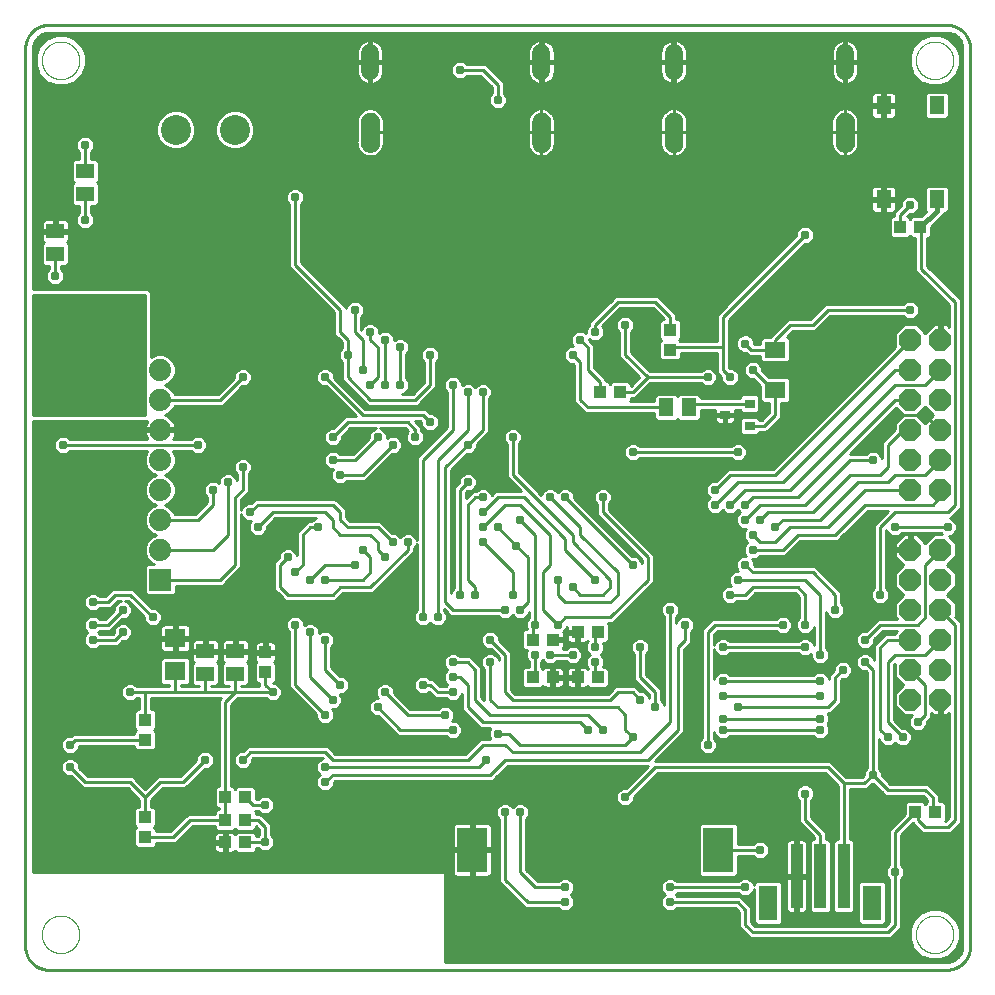
<source format=gbl>
G75*
%MOIN*%
%OFA0B0*%
%FSLAX25Y25*%
%IPPOS*%
%LPD*%
%AMOC8*
5,1,8,0,0,1.08239X$1,22.5*
%
%ADD10C,0.01000*%
%ADD11C,0.00000*%
%ADD12R,0.04331X0.03937*%
%ADD13OC8,0.07400*%
%ADD14R,0.03937X0.04331*%
%ADD15R,0.05906X0.05118*%
%ADD16R,0.07087X0.06299*%
%ADD17R,0.03543X0.03150*%
%ADD18R,0.05118X0.05906*%
%ADD19R,0.07087X0.05512*%
%ADD20C,0.05906*%
%ADD21C,0.00039*%
%ADD22R,0.05118X0.06102*%
%ADD23C,0.10000*%
%ADD24R,0.03937X0.21654*%
%ADD25R,0.06299X0.11811*%
%ADD26R,0.07400X0.07400*%
%ADD27C,0.07400*%
%ADD28R,0.10000X0.15000*%
%ADD29C,0.03100*%
%ADD30C,0.01600*%
D10*
X0040154Y0028618D02*
X0339367Y0028618D01*
X0339367Y0031218D02*
X0172280Y0031218D01*
X0172280Y0061118D01*
X0034880Y0061118D01*
X0034880Y0211618D01*
X0073032Y0211618D01*
X0072833Y0211344D01*
X0072461Y0210614D01*
X0072208Y0209836D01*
X0072095Y0209118D01*
X0076780Y0209118D01*
X0076780Y0208118D01*
X0072095Y0208118D01*
X0072208Y0207400D01*
X0072461Y0206622D01*
X0072833Y0205893D01*
X0073032Y0205618D01*
X0047094Y0205618D01*
X0046508Y0206204D01*
X0045387Y0206668D01*
X0044173Y0206668D01*
X0043052Y0206204D01*
X0042195Y0205346D01*
X0041730Y0204225D01*
X0041730Y0203011D01*
X0042195Y0201890D01*
X0043052Y0201032D01*
X0044173Y0200568D01*
X0045387Y0200568D01*
X0046508Y0201032D01*
X0047094Y0201618D01*
X0072926Y0201618D01*
X0072872Y0201564D01*
X0072080Y0199652D01*
X0072080Y0197584D01*
X0072872Y0195673D01*
X0074335Y0194210D01*
X0075763Y0193618D01*
X0074335Y0193026D01*
X0072872Y0191564D01*
X0072080Y0189652D01*
X0072080Y0187584D01*
X0072872Y0185673D01*
X0074335Y0184210D01*
X0075763Y0183618D01*
X0074335Y0183026D01*
X0072872Y0181564D01*
X0072080Y0179652D01*
X0072080Y0177584D01*
X0072872Y0175673D01*
X0074335Y0174210D01*
X0075763Y0173618D01*
X0074335Y0173026D01*
X0072872Y0171564D01*
X0072080Y0169652D01*
X0072080Y0167584D01*
X0072872Y0165673D01*
X0074335Y0164210D01*
X0075280Y0163818D01*
X0072959Y0163818D01*
X0072080Y0162939D01*
X0072080Y0154297D01*
X0072959Y0153418D01*
X0081602Y0153418D01*
X0082480Y0154297D01*
X0082480Y0156618D01*
X0098109Y0156618D01*
X0099280Y0157790D01*
X0104280Y0162790D01*
X0104280Y0180391D01*
X0104695Y0179390D01*
X0105552Y0178532D01*
X0106673Y0178068D01*
X0107417Y0178068D01*
X0107195Y0177846D01*
X0106730Y0176725D01*
X0106730Y0175511D01*
X0107195Y0174390D01*
X0108052Y0173532D01*
X0109173Y0173068D01*
X0110387Y0173068D01*
X0111508Y0173532D01*
X0112366Y0174390D01*
X0112830Y0175511D01*
X0112830Y0176340D01*
X0115609Y0179118D01*
X0129053Y0179118D01*
X0128052Y0178704D01*
X0127467Y0178118D01*
X0126452Y0178118D01*
X0122780Y0174447D01*
X0122780Y0166845D01*
X0122366Y0167846D01*
X0121508Y0168704D01*
X0120387Y0169168D01*
X0119173Y0169168D01*
X0118052Y0168704D01*
X0117195Y0167846D01*
X0116730Y0166725D01*
X0116730Y0165897D01*
X0115280Y0164447D01*
X0115280Y0155290D01*
X0116452Y0154118D01*
X0117780Y0152790D01*
X0117780Y0152790D01*
X0118952Y0151618D01*
X0135609Y0151618D01*
X0136780Y0152790D01*
X0138109Y0154118D01*
X0148109Y0154118D01*
X0149280Y0155290D01*
X0161780Y0167790D01*
X0161780Y0168805D01*
X0162366Y0169390D01*
X0162780Y0170391D01*
X0162780Y0148431D01*
X0162195Y0147846D01*
X0161730Y0146725D01*
X0161730Y0145511D01*
X0162195Y0144390D01*
X0163052Y0143532D01*
X0164173Y0143068D01*
X0165387Y0143068D01*
X0166508Y0143532D01*
X0167280Y0144305D01*
X0168052Y0143532D01*
X0169173Y0143068D01*
X0170387Y0143068D01*
X0171508Y0143532D01*
X0172366Y0144390D01*
X0172830Y0145511D01*
X0172830Y0146725D01*
X0172366Y0147846D01*
X0171780Y0148431D01*
X0171780Y0148790D01*
X0172780Y0147790D01*
X0173952Y0146618D01*
X0189967Y0146618D01*
X0190552Y0146032D01*
X0191673Y0145568D01*
X0192887Y0145568D01*
X0194008Y0146032D01*
X0194780Y0146805D01*
X0195552Y0146032D01*
X0196673Y0145568D01*
X0197887Y0145568D01*
X0199008Y0146032D01*
X0199866Y0146890D01*
X0200280Y0147891D01*
X0200280Y0145931D01*
X0199695Y0145346D01*
X0199230Y0144225D01*
X0199230Y0143011D01*
X0199434Y0142520D01*
X0199434Y0142087D01*
X0198647Y0142087D01*
X0197768Y0141208D01*
X0197768Y0136028D01*
X0198647Y0135150D01*
X0199613Y0135150D01*
X0199230Y0134225D01*
X0199230Y0133011D01*
X0199695Y0131890D01*
X0200280Y0131305D01*
X0200280Y0129587D01*
X0198647Y0129587D01*
X0197768Y0128708D01*
X0197768Y0123528D01*
X0198647Y0122650D01*
X0204220Y0122650D01*
X0204780Y0123209D01*
X0205040Y0122949D01*
X0205382Y0122752D01*
X0205764Y0122650D01*
X0207642Y0122650D01*
X0207642Y0125634D01*
X0208611Y0125634D01*
X0208611Y0126602D01*
X0211792Y0126602D01*
X0211792Y0128284D01*
X0211690Y0128666D01*
X0211492Y0129008D01*
X0211213Y0129287D01*
X0210871Y0129484D01*
X0210489Y0129587D01*
X0208611Y0129587D01*
X0208611Y0126602D01*
X0207642Y0126602D01*
X0207642Y0129587D01*
X0205764Y0129587D01*
X0205382Y0129484D01*
X0205040Y0129287D01*
X0204780Y0129027D01*
X0204280Y0129527D01*
X0204280Y0131305D01*
X0204780Y0131805D01*
X0205552Y0131032D01*
X0206673Y0130568D01*
X0207887Y0130568D01*
X0209008Y0131032D01*
X0209594Y0131618D01*
X0212467Y0131618D01*
X0213052Y0131032D01*
X0214173Y0130568D01*
X0215387Y0130568D01*
X0216508Y0131032D01*
X0217366Y0131890D01*
X0217830Y0133011D01*
X0217830Y0134225D01*
X0217366Y0135346D01*
X0216508Y0136204D01*
X0215387Y0136668D01*
X0214173Y0136668D01*
X0213052Y0136204D01*
X0212467Y0135618D01*
X0211382Y0135618D01*
X0211492Y0135729D01*
X0211690Y0136071D01*
X0211792Y0136452D01*
X0211792Y0138134D01*
X0208611Y0138134D01*
X0208611Y0139102D01*
X0211792Y0139102D01*
X0211792Y0140784D01*
X0211690Y0141166D01*
X0211672Y0141196D01*
X0212366Y0141890D01*
X0212768Y0142862D01*
X0212768Y0141602D01*
X0215949Y0141602D01*
X0215949Y0140634D01*
X0212768Y0140634D01*
X0212768Y0138952D01*
X0212871Y0138571D01*
X0213068Y0138229D01*
X0213347Y0137949D01*
X0213689Y0137752D01*
X0214071Y0137650D01*
X0215949Y0137650D01*
X0215949Y0140634D01*
X0216918Y0140634D01*
X0216918Y0137650D01*
X0218797Y0137650D01*
X0219178Y0137752D01*
X0219520Y0137949D01*
X0219780Y0138209D01*
X0219919Y0138070D01*
X0219695Y0137846D01*
X0219230Y0136725D01*
X0219230Y0135511D01*
X0219695Y0134390D01*
X0220467Y0133618D01*
X0219695Y0132846D01*
X0219230Y0131725D01*
X0219230Y0130511D01*
X0219695Y0129390D01*
X0219919Y0129166D01*
X0219780Y0129027D01*
X0219520Y0129287D01*
X0219178Y0129484D01*
X0218797Y0129587D01*
X0216918Y0129587D01*
X0216918Y0126602D01*
X0215949Y0126602D01*
X0215949Y0125634D01*
X0212768Y0125634D01*
X0212768Y0123952D01*
X0212871Y0123571D01*
X0213068Y0123229D01*
X0213347Y0122949D01*
X0213689Y0122752D01*
X0214071Y0122650D01*
X0215949Y0122650D01*
X0215949Y0125634D01*
X0216918Y0125634D01*
X0216918Y0122650D01*
X0218797Y0122650D01*
X0219178Y0122752D01*
X0219520Y0122949D01*
X0219780Y0123209D01*
X0220340Y0122650D01*
X0225913Y0122650D01*
X0226792Y0123528D01*
X0226792Y0128708D01*
X0225913Y0129587D01*
X0224947Y0129587D01*
X0225330Y0130511D01*
X0225330Y0131725D01*
X0224866Y0132846D01*
X0224094Y0133618D01*
X0224866Y0134390D01*
X0225330Y0135511D01*
X0225330Y0136725D01*
X0224947Y0137650D01*
X0225913Y0137650D01*
X0226792Y0138528D01*
X0226792Y0143708D01*
X0226382Y0144118D01*
X0228109Y0144118D01*
X0229280Y0145290D01*
X0241780Y0157790D01*
X0241780Y0166947D01*
X0240609Y0168118D01*
X0226780Y0181947D01*
X0226780Y0183805D01*
X0227366Y0184390D01*
X0227830Y0185511D01*
X0227830Y0186725D01*
X0227366Y0187846D01*
X0226508Y0188704D01*
X0225387Y0189168D01*
X0224173Y0189168D01*
X0223052Y0188704D01*
X0222195Y0187846D01*
X0221730Y0186725D01*
X0221730Y0185511D01*
X0222195Y0184390D01*
X0222780Y0183805D01*
X0222780Y0180290D01*
X0237780Y0165290D01*
X0237780Y0164345D01*
X0237366Y0165346D01*
X0236508Y0166204D01*
X0235387Y0166668D01*
X0234559Y0166668D01*
X0215330Y0185897D01*
X0215330Y0186725D01*
X0214866Y0187846D01*
X0214008Y0188704D01*
X0212887Y0189168D01*
X0211673Y0189168D01*
X0210552Y0188704D01*
X0209780Y0187931D01*
X0209008Y0188704D01*
X0207887Y0189168D01*
X0206673Y0189168D01*
X0205552Y0188704D01*
X0204695Y0187846D01*
X0204310Y0186917D01*
X0196780Y0194447D01*
X0196780Y0203805D01*
X0197366Y0204390D01*
X0197830Y0205511D01*
X0197830Y0206725D01*
X0197366Y0207846D01*
X0196508Y0208704D01*
X0195387Y0209168D01*
X0194173Y0209168D01*
X0193052Y0208704D01*
X0192195Y0207846D01*
X0191730Y0206725D01*
X0191730Y0205511D01*
X0192195Y0204390D01*
X0192780Y0203805D01*
X0192780Y0192790D01*
X0197452Y0188118D01*
X0188952Y0188118D01*
X0187780Y0186947D01*
X0187751Y0186917D01*
X0187366Y0187846D01*
X0186508Y0188704D01*
X0185387Y0189168D01*
X0184173Y0189168D01*
X0183052Y0188704D01*
X0182467Y0188118D01*
X0181452Y0188118D01*
X0179280Y0185947D01*
X0179280Y0187790D01*
X0179559Y0188068D01*
X0180387Y0188068D01*
X0181508Y0188532D01*
X0182366Y0189390D01*
X0182830Y0190511D01*
X0182830Y0191725D01*
X0182366Y0192846D01*
X0181508Y0193704D01*
X0180387Y0194168D01*
X0179173Y0194168D01*
X0178052Y0193704D01*
X0177195Y0192846D01*
X0176730Y0191725D01*
X0176730Y0190897D01*
X0175280Y0189447D01*
X0175280Y0155931D01*
X0174695Y0155346D01*
X0174280Y0154345D01*
X0174280Y0195290D01*
X0179559Y0200568D01*
X0180387Y0200568D01*
X0181508Y0201032D01*
X0182366Y0201890D01*
X0182830Y0203011D01*
X0182830Y0203840D01*
X0186780Y0207790D01*
X0186780Y0218805D01*
X0187366Y0219390D01*
X0187830Y0220511D01*
X0187830Y0221725D01*
X0187366Y0222846D01*
X0186508Y0223704D01*
X0185387Y0224168D01*
X0184173Y0224168D01*
X0183052Y0223704D01*
X0182280Y0222931D01*
X0181508Y0223704D01*
X0180387Y0224168D01*
X0179173Y0224168D01*
X0178052Y0223704D01*
X0177830Y0223481D01*
X0177830Y0224225D01*
X0177366Y0225346D01*
X0176508Y0226204D01*
X0175387Y0226668D01*
X0174173Y0226668D01*
X0173052Y0226204D01*
X0172195Y0225346D01*
X0171730Y0224225D01*
X0171730Y0223011D01*
X0172195Y0221890D01*
X0172780Y0221305D01*
X0172780Y0209447D01*
X0162780Y0199447D01*
X0162780Y0171845D01*
X0162366Y0172846D01*
X0161508Y0173704D01*
X0160387Y0174168D01*
X0159173Y0174168D01*
X0158052Y0173704D01*
X0157280Y0172931D01*
X0156508Y0173704D01*
X0155387Y0174168D01*
X0154559Y0174168D01*
X0150609Y0178118D01*
X0140609Y0178118D01*
X0139280Y0179447D01*
X0139280Y0181947D01*
X0138109Y0183118D01*
X0135609Y0185618D01*
X0108952Y0185618D01*
X0107780Y0184447D01*
X0107502Y0184168D01*
X0106673Y0184168D01*
X0105552Y0183704D01*
X0104695Y0182846D01*
X0104280Y0181845D01*
X0104280Y0185290D01*
X0106780Y0187790D01*
X0106780Y0193805D01*
X0107366Y0194390D01*
X0107830Y0195511D01*
X0107830Y0196725D01*
X0107366Y0197846D01*
X0106508Y0198704D01*
X0105387Y0199168D01*
X0104173Y0199168D01*
X0103052Y0198704D01*
X0102195Y0197846D01*
X0101730Y0196725D01*
X0101730Y0195511D01*
X0102195Y0194390D01*
X0102780Y0193805D01*
X0102780Y0191845D01*
X0102366Y0192846D01*
X0101508Y0193704D01*
X0100387Y0194168D01*
X0099173Y0194168D01*
X0098052Y0193704D01*
X0097195Y0192846D01*
X0096730Y0191725D01*
X0096730Y0190981D01*
X0096508Y0191204D01*
X0095387Y0191668D01*
X0094173Y0191668D01*
X0093052Y0191204D01*
X0092195Y0190346D01*
X0091730Y0189225D01*
X0091730Y0188011D01*
X0092195Y0186890D01*
X0092780Y0186305D01*
X0092780Y0184447D01*
X0088952Y0180618D01*
X0082080Y0180618D01*
X0081689Y0181564D01*
X0080226Y0183026D01*
X0078797Y0183618D01*
X0080226Y0184210D01*
X0081689Y0185673D01*
X0082480Y0187584D01*
X0082480Y0189652D01*
X0081689Y0191564D01*
X0080226Y0193026D01*
X0078797Y0193618D01*
X0080226Y0194210D01*
X0081689Y0195673D01*
X0082480Y0197584D01*
X0082480Y0199652D01*
X0081689Y0201564D01*
X0081634Y0201618D01*
X0087467Y0201618D01*
X0088052Y0201032D01*
X0089173Y0200568D01*
X0090387Y0200568D01*
X0091508Y0201032D01*
X0092366Y0201890D01*
X0092830Y0203011D01*
X0092830Y0204225D01*
X0092366Y0205346D01*
X0091508Y0206204D01*
X0090387Y0206668D01*
X0089173Y0206668D01*
X0088052Y0206204D01*
X0087467Y0205618D01*
X0081528Y0205618D01*
X0081728Y0205893D01*
X0082099Y0206622D01*
X0082352Y0207400D01*
X0082466Y0208118D01*
X0077780Y0208118D01*
X0077780Y0209118D01*
X0082466Y0209118D01*
X0082352Y0209836D01*
X0082099Y0210614D01*
X0081728Y0211344D01*
X0081247Y0212006D01*
X0080668Y0212584D01*
X0080006Y0213066D01*
X0079276Y0213437D01*
X0078763Y0213604D01*
X0080226Y0214210D01*
X0081689Y0215673D01*
X0082080Y0216618D01*
X0098109Y0216618D01*
X0104559Y0223068D01*
X0105387Y0223068D01*
X0106508Y0223532D01*
X0107366Y0224390D01*
X0107830Y0225511D01*
X0107830Y0226725D01*
X0107366Y0227846D01*
X0106508Y0228704D01*
X0105387Y0229168D01*
X0104173Y0229168D01*
X0103052Y0228704D01*
X0102195Y0227846D01*
X0101730Y0226725D01*
X0101730Y0225897D01*
X0096452Y0220618D01*
X0082080Y0220618D01*
X0081689Y0221564D01*
X0080226Y0223026D01*
X0078797Y0223618D01*
X0080226Y0224210D01*
X0081689Y0225673D01*
X0082480Y0227584D01*
X0082480Y0229652D01*
X0081689Y0231564D01*
X0080226Y0233026D01*
X0078315Y0233818D01*
X0076246Y0233818D01*
X0074335Y0233026D01*
X0074280Y0232972D01*
X0074280Y0254447D01*
X0073109Y0255618D01*
X0034880Y0255618D01*
X0034880Y0335705D01*
X0034945Y0336530D01*
X0035455Y0338099D01*
X0036425Y0339434D01*
X0037760Y0340404D01*
X0039329Y0340914D01*
X0040154Y0340979D01*
X0339367Y0340979D01*
X0340192Y0340914D01*
X0341761Y0340404D01*
X0343096Y0339434D01*
X0344066Y0338099D01*
X0344576Y0336530D01*
X0344641Y0335705D01*
X0344641Y0036492D01*
X0344576Y0035667D01*
X0344066Y0034098D01*
X0343096Y0032763D01*
X0341761Y0031793D01*
X0340192Y0031283D01*
X0339367Y0031218D01*
X0338378Y0032612D02*
X0342889Y0032612D01*
X0343712Y0033611D02*
X0340420Y0033611D01*
X0340160Y0033350D02*
X0342509Y0035699D01*
X0343780Y0038768D01*
X0343780Y0042090D01*
X0342509Y0045159D01*
X0340160Y0047508D01*
X0337091Y0048779D01*
X0333769Y0048779D01*
X0330700Y0047508D01*
X0328351Y0045159D01*
X0327080Y0042090D01*
X0327080Y0038768D01*
X0328351Y0035699D01*
X0330700Y0033350D01*
X0333769Y0032079D01*
X0337091Y0032079D01*
X0340160Y0033350D01*
X0341419Y0034609D02*
X0344232Y0034609D01*
X0344557Y0035608D02*
X0342417Y0035608D01*
X0342884Y0036606D02*
X0344641Y0036606D01*
X0344641Y0037605D02*
X0343298Y0037605D01*
X0343711Y0038603D02*
X0344641Y0038603D01*
X0344641Y0039602D02*
X0343780Y0039602D01*
X0343780Y0040600D02*
X0344641Y0040600D01*
X0344641Y0041599D02*
X0343780Y0041599D01*
X0343570Y0042597D02*
X0344641Y0042597D01*
X0344641Y0043596D02*
X0343156Y0043596D01*
X0342742Y0044594D02*
X0344641Y0044594D01*
X0344641Y0045593D02*
X0342075Y0045593D01*
X0341076Y0046591D02*
X0344641Y0046591D01*
X0344641Y0047590D02*
X0339962Y0047590D01*
X0337551Y0048588D02*
X0344641Y0048588D01*
X0344641Y0049587D02*
X0324280Y0049587D01*
X0324280Y0050585D02*
X0344641Y0050585D01*
X0344641Y0051584D02*
X0324280Y0051584D01*
X0324280Y0052582D02*
X0344641Y0052582D01*
X0344641Y0053581D02*
X0324280Y0053581D01*
X0324280Y0054579D02*
X0344641Y0054579D01*
X0344641Y0055578D02*
X0324280Y0055578D01*
X0324280Y0056576D02*
X0344641Y0056576D01*
X0344641Y0057575D02*
X0324280Y0057575D01*
X0324280Y0058573D02*
X0344641Y0058573D01*
X0344641Y0059572D02*
X0324941Y0059572D01*
X0324866Y0059390D02*
X0325330Y0060511D01*
X0325330Y0061725D01*
X0324866Y0062846D01*
X0324280Y0063431D01*
X0324280Y0073636D01*
X0328097Y0077453D01*
X0328117Y0077453D01*
X0328952Y0076618D01*
X0330280Y0075290D01*
X0330280Y0075290D01*
X0331452Y0074118D01*
X0340609Y0074118D01*
X0341780Y0075290D01*
X0344280Y0077790D01*
X0344280Y0144447D01*
X0343109Y0145618D01*
X0342371Y0146355D01*
X0342480Y0146464D01*
X0342480Y0150772D01*
X0339634Y0153618D01*
X0342480Y0156464D01*
X0342480Y0160772D01*
X0339634Y0163618D01*
X0342480Y0166464D01*
X0342480Y0170772D01*
X0340184Y0173068D01*
X0340387Y0173068D01*
X0341508Y0173532D01*
X0342366Y0174390D01*
X0342830Y0175511D01*
X0342830Y0176725D01*
X0342366Y0177846D01*
X0341508Y0178704D01*
X0340508Y0179118D01*
X0340609Y0179118D01*
X0341780Y0180290D01*
X0344280Y0182790D01*
X0344280Y0251947D01*
X0343109Y0253118D01*
X0333020Y0263206D01*
X0333020Y0272453D01*
X0333216Y0272453D01*
X0334095Y0273331D01*
X0334095Y0276334D01*
X0337091Y0279330D01*
X0338438Y0280677D01*
X0338438Y0280917D01*
X0339319Y0280917D01*
X0340197Y0281796D01*
X0340197Y0289141D01*
X0339319Y0290020D01*
X0332958Y0290020D01*
X0332079Y0289141D01*
X0332079Y0281796D01*
X0332566Y0281310D01*
X0331039Y0279783D01*
X0328037Y0279783D01*
X0327280Y0279027D01*
X0326524Y0279783D01*
X0326274Y0279783D01*
X0327059Y0280568D01*
X0327887Y0280568D01*
X0329008Y0281032D01*
X0329866Y0281890D01*
X0330330Y0283011D01*
X0330330Y0284225D01*
X0329866Y0285346D01*
X0329008Y0286204D01*
X0327887Y0286668D01*
X0326673Y0286668D01*
X0325552Y0286204D01*
X0324695Y0285346D01*
X0324230Y0284225D01*
X0324230Y0283397D01*
X0321934Y0281100D01*
X0321934Y0279783D01*
X0321344Y0279783D01*
X0320465Y0278905D01*
X0320465Y0273331D01*
X0321344Y0272453D01*
X0326524Y0272453D01*
X0327280Y0273209D01*
X0328037Y0272453D01*
X0329020Y0272453D01*
X0329020Y0261550D01*
X0340280Y0250290D01*
X0340280Y0242972D01*
X0339434Y0243818D01*
X0337780Y0243818D01*
X0337780Y0239118D01*
X0336780Y0239118D01*
X0336780Y0243818D01*
X0335126Y0243818D01*
X0332280Y0240972D01*
X0329434Y0243818D01*
X0325126Y0243818D01*
X0322080Y0240772D01*
X0322080Y0236464D01*
X0322189Y0236355D01*
X0281452Y0195618D01*
X0266452Y0195618D01*
X0262502Y0191668D01*
X0261673Y0191668D01*
X0260552Y0191204D01*
X0259695Y0190346D01*
X0259230Y0189225D01*
X0259230Y0188011D01*
X0259695Y0186890D01*
X0260467Y0186118D01*
X0259695Y0185346D01*
X0259230Y0184225D01*
X0259230Y0183011D01*
X0259695Y0181890D01*
X0260552Y0181032D01*
X0261673Y0180568D01*
X0262887Y0180568D01*
X0264008Y0181032D01*
X0264780Y0181805D01*
X0265552Y0181032D01*
X0266673Y0180568D01*
X0267887Y0180568D01*
X0269008Y0181032D01*
X0269780Y0181805D01*
X0270467Y0181118D01*
X0269695Y0180346D01*
X0269230Y0179225D01*
X0269230Y0178011D01*
X0269695Y0176890D01*
X0270552Y0176032D01*
X0271673Y0175568D01*
X0272417Y0175568D01*
X0272195Y0175346D01*
X0271730Y0174225D01*
X0271730Y0173011D01*
X0272195Y0171890D01*
X0272967Y0171118D01*
X0272195Y0170346D01*
X0271730Y0169225D01*
X0271730Y0168011D01*
X0272195Y0166890D01*
X0272417Y0166668D01*
X0271673Y0166668D01*
X0270552Y0166204D01*
X0269695Y0165346D01*
X0269230Y0164225D01*
X0269230Y0163011D01*
X0269695Y0161890D01*
X0269917Y0161668D01*
X0269173Y0161668D01*
X0268052Y0161204D01*
X0267195Y0160346D01*
X0266730Y0159225D01*
X0266730Y0158011D01*
X0267195Y0156890D01*
X0267417Y0156668D01*
X0266673Y0156668D01*
X0265552Y0156204D01*
X0264695Y0155346D01*
X0264230Y0154225D01*
X0264230Y0153011D01*
X0264695Y0151890D01*
X0265552Y0151032D01*
X0266673Y0150568D01*
X0267887Y0150568D01*
X0269008Y0151032D01*
X0269594Y0151618D01*
X0273109Y0151618D01*
X0275609Y0154118D01*
X0288952Y0154118D01*
X0290280Y0152790D01*
X0290280Y0145931D01*
X0289695Y0145346D01*
X0289230Y0144225D01*
X0289230Y0143011D01*
X0289695Y0141890D01*
X0290552Y0141032D01*
X0291673Y0140568D01*
X0292887Y0140568D01*
X0294008Y0141032D01*
X0294866Y0141890D01*
X0295280Y0142891D01*
X0295280Y0136845D01*
X0294866Y0137846D01*
X0294008Y0138704D01*
X0292887Y0139168D01*
X0291673Y0139168D01*
X0290552Y0138704D01*
X0289967Y0138118D01*
X0267094Y0138118D01*
X0266508Y0138704D01*
X0265387Y0139168D01*
X0264173Y0139168D01*
X0263052Y0138704D01*
X0262195Y0137846D01*
X0261780Y0136845D01*
X0261780Y0140290D01*
X0263109Y0141618D01*
X0282467Y0141618D01*
X0283052Y0141032D01*
X0284173Y0140568D01*
X0285387Y0140568D01*
X0286508Y0141032D01*
X0287366Y0141890D01*
X0287830Y0143011D01*
X0287830Y0144225D01*
X0287366Y0145346D01*
X0286508Y0146204D01*
X0285387Y0146668D01*
X0284173Y0146668D01*
X0283052Y0146204D01*
X0282467Y0145618D01*
X0261452Y0145618D01*
X0258952Y0143118D01*
X0257780Y0141947D01*
X0257780Y0105931D01*
X0257195Y0105346D01*
X0256730Y0104225D01*
X0256730Y0103011D01*
X0257195Y0101890D01*
X0258052Y0101032D01*
X0259173Y0100568D01*
X0260387Y0100568D01*
X0261508Y0101032D01*
X0262366Y0101890D01*
X0262830Y0103011D01*
X0262830Y0104225D01*
X0262366Y0105346D01*
X0261780Y0105931D01*
X0261780Y0107891D01*
X0262195Y0106890D01*
X0263052Y0106032D01*
X0264173Y0105568D01*
X0265387Y0105568D01*
X0266508Y0106032D01*
X0267094Y0106618D01*
X0294967Y0106618D01*
X0295552Y0106032D01*
X0296673Y0105568D01*
X0297887Y0105568D01*
X0299008Y0106032D01*
X0299866Y0106890D01*
X0300330Y0108011D01*
X0300330Y0109225D01*
X0299866Y0110346D01*
X0299719Y0110493D01*
X0299866Y0110640D01*
X0300330Y0111761D01*
X0300330Y0112975D01*
X0299866Y0114096D01*
X0299844Y0114118D01*
X0300609Y0114118D01*
X0303109Y0116618D01*
X0304280Y0117790D01*
X0304280Y0125290D01*
X0304559Y0125568D01*
X0305387Y0125568D01*
X0306508Y0126032D01*
X0307366Y0126890D01*
X0307830Y0128011D01*
X0307830Y0129225D01*
X0307366Y0130346D01*
X0306508Y0131204D01*
X0305387Y0131668D01*
X0304173Y0131668D01*
X0303052Y0131204D01*
X0302195Y0130346D01*
X0301730Y0129225D01*
X0301730Y0128397D01*
X0300280Y0126947D01*
X0300280Y0125595D01*
X0299866Y0126596D01*
X0299008Y0127454D01*
X0297887Y0127918D01*
X0296673Y0127918D01*
X0295552Y0127454D01*
X0294967Y0126868D01*
X0267094Y0126868D01*
X0266508Y0127454D01*
X0265387Y0127918D01*
X0264173Y0127918D01*
X0263052Y0127454D01*
X0262195Y0126596D01*
X0261780Y0125595D01*
X0261780Y0135391D01*
X0262195Y0134390D01*
X0263052Y0133532D01*
X0264173Y0133068D01*
X0265387Y0133068D01*
X0266508Y0133532D01*
X0267094Y0134118D01*
X0289967Y0134118D01*
X0290552Y0133532D01*
X0291673Y0133068D01*
X0292887Y0133068D01*
X0294008Y0133532D01*
X0294230Y0133755D01*
X0294230Y0133011D01*
X0294695Y0131890D01*
X0295552Y0131032D01*
X0296673Y0130568D01*
X0297887Y0130568D01*
X0299008Y0131032D01*
X0299866Y0131890D01*
X0300330Y0133011D01*
X0300330Y0134225D01*
X0299866Y0135346D01*
X0299280Y0135931D01*
X0299280Y0147891D01*
X0299695Y0146890D01*
X0300552Y0146032D01*
X0301673Y0145568D01*
X0302887Y0145568D01*
X0304008Y0146032D01*
X0304866Y0146890D01*
X0305330Y0148011D01*
X0305330Y0149225D01*
X0304866Y0150346D01*
X0304280Y0150931D01*
X0304280Y0154447D01*
X0295609Y0163118D01*
X0275609Y0163118D01*
X0275330Y0163397D01*
X0275330Y0164225D01*
X0274866Y0165346D01*
X0274644Y0165568D01*
X0275387Y0165568D01*
X0276508Y0166032D01*
X0277094Y0166618D01*
X0285609Y0166618D01*
X0286780Y0167790D01*
X0290609Y0171618D01*
X0303109Y0171618D01*
X0304280Y0172790D01*
X0313109Y0181618D01*
X0319952Y0181618D01*
X0316452Y0178118D01*
X0315280Y0176947D01*
X0315280Y0155931D01*
X0314695Y0155346D01*
X0314230Y0154225D01*
X0314230Y0153011D01*
X0314695Y0151890D01*
X0315552Y0151032D01*
X0316673Y0150568D01*
X0317887Y0150568D01*
X0319008Y0151032D01*
X0319866Y0151890D01*
X0320330Y0153011D01*
X0320330Y0154225D01*
X0319866Y0155346D01*
X0319280Y0155931D01*
X0319280Y0175290D01*
X0319310Y0175319D01*
X0319695Y0174390D01*
X0320552Y0173532D01*
X0321673Y0173068D01*
X0322887Y0173068D01*
X0324008Y0173532D01*
X0324594Y0174118D01*
X0337467Y0174118D01*
X0337767Y0173818D01*
X0335126Y0173818D01*
X0332280Y0170972D01*
X0329434Y0173818D01*
X0327780Y0173818D01*
X0327780Y0169118D01*
X0326780Y0169118D01*
X0326780Y0168118D01*
X0322080Y0168118D01*
X0322080Y0166464D01*
X0324926Y0163618D01*
X0322080Y0160772D01*
X0322080Y0156464D01*
X0324926Y0153618D01*
X0322080Y0150772D01*
X0322080Y0146464D01*
X0322926Y0145618D01*
X0316452Y0145618D01*
X0312502Y0141668D01*
X0311673Y0141668D01*
X0310552Y0141204D01*
X0309695Y0140346D01*
X0309230Y0139225D01*
X0309230Y0138011D01*
X0309695Y0136890D01*
X0310552Y0136032D01*
X0311673Y0135568D01*
X0312887Y0135568D01*
X0314008Y0136032D01*
X0314866Y0136890D01*
X0315330Y0138011D01*
X0315330Y0138840D01*
X0318109Y0141618D01*
X0322926Y0141618D01*
X0322080Y0140772D01*
X0322080Y0140618D01*
X0318952Y0140618D01*
X0316452Y0138118D01*
X0315280Y0136947D01*
X0315280Y0131845D01*
X0314866Y0132846D01*
X0314008Y0133704D01*
X0312887Y0134168D01*
X0311673Y0134168D01*
X0310552Y0133704D01*
X0309695Y0132846D01*
X0309230Y0131725D01*
X0309230Y0130511D01*
X0309695Y0129390D01*
X0310552Y0128532D01*
X0311673Y0128068D01*
X0312502Y0128068D01*
X0312780Y0127790D01*
X0312780Y0095931D01*
X0312195Y0095346D01*
X0311730Y0094225D01*
X0311730Y0093397D01*
X0311078Y0092744D01*
X0305983Y0092744D01*
X0301780Y0096947D01*
X0300609Y0098118D01*
X0242109Y0098118D01*
X0250609Y0106618D01*
X0251780Y0107790D01*
X0251780Y0135290D01*
X0253109Y0136618D01*
X0254280Y0137790D01*
X0254280Y0141305D01*
X0254866Y0141890D01*
X0255330Y0143011D01*
X0255330Y0144225D01*
X0254866Y0145346D01*
X0254008Y0146204D01*
X0252887Y0146668D01*
X0251673Y0146668D01*
X0250552Y0146204D01*
X0249695Y0145346D01*
X0249280Y0144345D01*
X0249280Y0146305D01*
X0249866Y0146890D01*
X0250330Y0148011D01*
X0250330Y0149225D01*
X0249866Y0150346D01*
X0249008Y0151204D01*
X0247887Y0151668D01*
X0246673Y0151668D01*
X0245552Y0151204D01*
X0244695Y0150346D01*
X0244230Y0149225D01*
X0244230Y0148011D01*
X0244695Y0146890D01*
X0245280Y0146305D01*
X0245280Y0116845D01*
X0244866Y0117846D01*
X0244280Y0118431D01*
X0244280Y0121947D01*
X0243109Y0123118D01*
X0239280Y0126947D01*
X0239280Y0133805D01*
X0239866Y0134390D01*
X0240330Y0135511D01*
X0240330Y0136725D01*
X0239866Y0137846D01*
X0239008Y0138704D01*
X0237887Y0139168D01*
X0236673Y0139168D01*
X0235552Y0138704D01*
X0234695Y0137846D01*
X0234230Y0136725D01*
X0234230Y0135511D01*
X0234695Y0134390D01*
X0235280Y0133805D01*
X0235280Y0125290D01*
X0240280Y0120290D01*
X0240280Y0119345D01*
X0239866Y0120346D01*
X0239008Y0121204D01*
X0237887Y0121668D01*
X0237059Y0121668D01*
X0236780Y0121947D01*
X0235609Y0123118D01*
X0228952Y0123118D01*
X0227780Y0121947D01*
X0226452Y0120618D01*
X0195609Y0120618D01*
X0194280Y0121947D01*
X0194280Y0134447D01*
X0193109Y0135618D01*
X0190330Y0138397D01*
X0190330Y0139225D01*
X0189866Y0140346D01*
X0189008Y0141204D01*
X0187887Y0141668D01*
X0186673Y0141668D01*
X0185552Y0141204D01*
X0184695Y0140346D01*
X0184230Y0139225D01*
X0184230Y0138011D01*
X0184695Y0136890D01*
X0185552Y0136032D01*
X0186673Y0135568D01*
X0187502Y0135568D01*
X0190280Y0132790D01*
X0190280Y0131845D01*
X0189866Y0132846D01*
X0189008Y0133704D01*
X0187887Y0134168D01*
X0186673Y0134168D01*
X0185552Y0133704D01*
X0184695Y0132846D01*
X0184230Y0131725D01*
X0184230Y0130511D01*
X0184695Y0129390D01*
X0185280Y0128805D01*
X0185280Y0118447D01*
X0184280Y0119447D01*
X0184280Y0129447D01*
X0181780Y0131947D01*
X0180609Y0133118D01*
X0177094Y0133118D01*
X0176508Y0133704D01*
X0175387Y0134168D01*
X0174173Y0134168D01*
X0173052Y0133704D01*
X0172195Y0132846D01*
X0171730Y0131725D01*
X0171730Y0130511D01*
X0172195Y0129390D01*
X0172967Y0128618D01*
X0172195Y0127846D01*
X0171730Y0126725D01*
X0171730Y0125511D01*
X0172195Y0124390D01*
X0172967Y0123618D01*
X0172467Y0123118D01*
X0170609Y0123118D01*
X0169280Y0124447D01*
X0168109Y0125618D01*
X0167094Y0125618D01*
X0166508Y0126204D01*
X0165387Y0126668D01*
X0164173Y0126668D01*
X0163052Y0126204D01*
X0162195Y0125346D01*
X0161730Y0124225D01*
X0161730Y0123011D01*
X0162195Y0121890D01*
X0163052Y0121032D01*
X0164173Y0120568D01*
X0165387Y0120568D01*
X0166508Y0121032D01*
X0166773Y0121297D01*
X0168952Y0119118D01*
X0172467Y0119118D01*
X0173052Y0118532D01*
X0174173Y0118068D01*
X0175387Y0118068D01*
X0176508Y0118532D01*
X0177366Y0119390D01*
X0177780Y0120391D01*
X0177780Y0115290D01*
X0182780Y0110290D01*
X0183952Y0109118D01*
X0187217Y0109118D01*
X0187195Y0109096D01*
X0186730Y0107975D01*
X0186730Y0106761D01*
X0187195Y0105640D01*
X0187217Y0105618D01*
X0183952Y0105618D01*
X0178952Y0100618D01*
X0135609Y0100618D01*
X0133109Y0103118D01*
X0106452Y0103118D01*
X0105280Y0101947D01*
X0105002Y0101668D01*
X0104173Y0101668D01*
X0103052Y0101204D01*
X0102195Y0100346D01*
X0101730Y0099225D01*
X0101730Y0098011D01*
X0102195Y0096890D01*
X0103052Y0096032D01*
X0104173Y0095568D01*
X0105387Y0095568D01*
X0106508Y0096032D01*
X0107366Y0096890D01*
X0107830Y0098011D01*
X0107830Y0098840D01*
X0108109Y0099118D01*
X0131452Y0099118D01*
X0131481Y0099089D01*
X0130552Y0098704D01*
X0129695Y0097846D01*
X0129230Y0096725D01*
X0129230Y0095511D01*
X0129695Y0094390D01*
X0130467Y0093618D01*
X0129695Y0092846D01*
X0129230Y0091725D01*
X0129230Y0090511D01*
X0129695Y0089390D01*
X0130552Y0088532D01*
X0131673Y0088068D01*
X0132887Y0088068D01*
X0134008Y0088532D01*
X0134866Y0089390D01*
X0135330Y0090511D01*
X0135330Y0091340D01*
X0135609Y0091618D01*
X0188109Y0091618D01*
X0189280Y0092790D01*
X0193109Y0096618D01*
X0239952Y0096618D01*
X0232502Y0089168D01*
X0231673Y0089168D01*
X0230552Y0088704D01*
X0229695Y0087846D01*
X0229230Y0086725D01*
X0229230Y0085511D01*
X0229695Y0084390D01*
X0230552Y0083532D01*
X0231673Y0083068D01*
X0232887Y0083068D01*
X0234008Y0083532D01*
X0234866Y0084390D01*
X0235330Y0085511D01*
X0235330Y0086340D01*
X0243109Y0094118D01*
X0298952Y0094118D01*
X0303154Y0089916D01*
X0303154Y0072126D01*
X0302564Y0072126D01*
X0301686Y0071247D01*
X0301686Y0048351D01*
X0302564Y0047472D01*
X0307744Y0047472D01*
X0308623Y0048351D01*
X0308623Y0071247D01*
X0307744Y0072126D01*
X0307154Y0072126D01*
X0307154Y0088744D01*
X0312735Y0088744D01*
X0314559Y0090568D01*
X0315002Y0090568D01*
X0317780Y0087790D01*
X0318952Y0086618D01*
X0331452Y0086618D01*
X0332780Y0085290D01*
X0332780Y0084527D01*
X0332280Y0084027D01*
X0331524Y0084783D01*
X0326344Y0084783D01*
X0325465Y0083905D01*
X0325465Y0080478D01*
X0320280Y0075293D01*
X0320280Y0063431D01*
X0319695Y0062846D01*
X0319230Y0061725D01*
X0319230Y0060511D01*
X0319695Y0059390D01*
X0320280Y0058805D01*
X0320280Y0044447D01*
X0318952Y0043118D01*
X0275609Y0043118D01*
X0274280Y0044447D01*
X0274280Y0049447D01*
X0273109Y0050618D01*
X0270609Y0053118D01*
X0249594Y0053118D01*
X0249094Y0053618D01*
X0249594Y0054118D01*
X0269967Y0054118D01*
X0270552Y0053532D01*
X0271673Y0053068D01*
X0272887Y0053068D01*
X0274008Y0053532D01*
X0274866Y0054390D01*
X0275308Y0055457D01*
X0275308Y0044414D01*
X0276186Y0043535D01*
X0283728Y0043535D01*
X0284607Y0044414D01*
X0284607Y0057468D01*
X0283728Y0058346D01*
X0276186Y0058346D01*
X0275308Y0057468D01*
X0275308Y0056779D01*
X0274866Y0057846D01*
X0274008Y0058704D01*
X0272887Y0059168D01*
X0271673Y0059168D01*
X0270552Y0058704D01*
X0269967Y0058118D01*
X0249594Y0058118D01*
X0249008Y0058704D01*
X0247887Y0059168D01*
X0246673Y0059168D01*
X0245552Y0058704D01*
X0244695Y0057846D01*
X0244230Y0056725D01*
X0244230Y0055511D01*
X0244695Y0054390D01*
X0245467Y0053618D01*
X0244695Y0052846D01*
X0244230Y0051725D01*
X0244230Y0050511D01*
X0244695Y0049390D01*
X0245552Y0048532D01*
X0246673Y0048068D01*
X0247887Y0048068D01*
X0249008Y0048532D01*
X0249594Y0049118D01*
X0268952Y0049118D01*
X0270280Y0047790D01*
X0270280Y0042790D01*
X0272780Y0040290D01*
X0273952Y0039118D01*
X0320609Y0039118D01*
X0323109Y0041618D01*
X0324280Y0042790D01*
X0324280Y0058805D01*
X0324866Y0059390D01*
X0325330Y0060570D02*
X0344641Y0060570D01*
X0344641Y0061569D02*
X0325330Y0061569D01*
X0324981Y0062567D02*
X0344641Y0062567D01*
X0344641Y0063566D02*
X0324280Y0063566D01*
X0324280Y0064565D02*
X0344641Y0064565D01*
X0344641Y0065563D02*
X0324280Y0065563D01*
X0324280Y0066562D02*
X0344641Y0066562D01*
X0344641Y0067560D02*
X0324280Y0067560D01*
X0324280Y0068559D02*
X0344641Y0068559D01*
X0344641Y0069557D02*
X0324280Y0069557D01*
X0324280Y0070556D02*
X0344641Y0070556D01*
X0344641Y0071554D02*
X0324280Y0071554D01*
X0324280Y0072553D02*
X0344641Y0072553D01*
X0344641Y0073551D02*
X0324280Y0073551D01*
X0325194Y0074550D02*
X0331020Y0074550D01*
X0330022Y0075548D02*
X0326192Y0075548D01*
X0327191Y0076547D02*
X0329023Y0076547D01*
X0328952Y0076618D02*
X0328952Y0076618D01*
X0329780Y0078618D02*
X0329780Y0080272D01*
X0328934Y0081118D01*
X0322280Y0074465D01*
X0322280Y0061118D01*
X0322280Y0043618D01*
X0319780Y0041118D01*
X0274780Y0041118D01*
X0272280Y0043618D01*
X0272280Y0048618D01*
X0269780Y0051118D01*
X0247280Y0051118D01*
X0244585Y0052582D02*
X0214975Y0052582D01*
X0214866Y0052846D02*
X0214094Y0053618D01*
X0214866Y0054390D01*
X0215330Y0055511D01*
X0215330Y0056725D01*
X0214866Y0057846D01*
X0214008Y0058704D01*
X0212887Y0059168D01*
X0211673Y0059168D01*
X0210552Y0058704D01*
X0209967Y0058118D01*
X0203109Y0058118D01*
X0199280Y0061947D01*
X0199280Y0078805D01*
X0199866Y0079390D01*
X0200330Y0080511D01*
X0200330Y0081725D01*
X0199866Y0082846D01*
X0199008Y0083704D01*
X0197887Y0084168D01*
X0196673Y0084168D01*
X0195552Y0083704D01*
X0194780Y0082931D01*
X0194008Y0083704D01*
X0192887Y0084168D01*
X0191673Y0084168D01*
X0190552Y0083704D01*
X0189695Y0082846D01*
X0189230Y0081725D01*
X0189230Y0080511D01*
X0189695Y0079390D01*
X0190280Y0078805D01*
X0190280Y0057790D01*
X0197780Y0050290D01*
X0198952Y0049118D01*
X0209967Y0049118D01*
X0210552Y0048532D01*
X0211673Y0048068D01*
X0212887Y0048068D01*
X0214008Y0048532D01*
X0214866Y0049390D01*
X0215330Y0050511D01*
X0215330Y0051725D01*
X0214866Y0052846D01*
X0214131Y0053581D02*
X0245430Y0053581D01*
X0244616Y0054579D02*
X0214944Y0054579D01*
X0215330Y0055578D02*
X0244230Y0055578D01*
X0244230Y0056576D02*
X0215330Y0056576D01*
X0214978Y0057575D02*
X0244582Y0057575D01*
X0245422Y0058573D02*
X0214138Y0058573D01*
X0212280Y0056118D02*
X0202280Y0056118D01*
X0197280Y0061118D01*
X0197280Y0081118D01*
X0199993Y0082538D02*
X0290280Y0082538D01*
X0290280Y0083536D02*
X0234012Y0083536D01*
X0234926Y0084535D02*
X0290280Y0084535D01*
X0290280Y0085055D02*
X0290280Y0077790D01*
X0291452Y0076618D01*
X0295280Y0072790D01*
X0295280Y0072126D01*
X0294690Y0072126D01*
X0293812Y0071247D01*
X0293812Y0048351D01*
X0294690Y0047472D01*
X0299870Y0047472D01*
X0300749Y0048351D01*
X0300749Y0071247D01*
X0299870Y0072126D01*
X0299280Y0072126D01*
X0299280Y0074447D01*
X0294280Y0079447D01*
X0294280Y0085055D01*
X0294866Y0085640D01*
X0295330Y0086761D01*
X0295330Y0087975D01*
X0294866Y0089096D01*
X0294008Y0089954D01*
X0292887Y0090418D01*
X0291673Y0090418D01*
X0290552Y0089954D01*
X0289695Y0089096D01*
X0289230Y0087975D01*
X0289230Y0086761D01*
X0289695Y0085640D01*
X0290280Y0085055D01*
X0289802Y0085533D02*
X0235330Y0085533D01*
X0235522Y0086532D02*
X0289325Y0086532D01*
X0289230Y0087530D02*
X0236521Y0087530D01*
X0237519Y0088529D02*
X0289460Y0088529D01*
X0290126Y0089527D02*
X0238518Y0089527D01*
X0239516Y0090526D02*
X0302544Y0090526D01*
X0303154Y0089527D02*
X0294434Y0089527D01*
X0295101Y0088529D02*
X0303154Y0088529D01*
X0303154Y0087530D02*
X0295330Y0087530D01*
X0295235Y0086532D02*
X0303154Y0086532D01*
X0303154Y0085533D02*
X0294759Y0085533D01*
X0294280Y0084535D02*
X0303154Y0084535D01*
X0303154Y0083536D02*
X0294280Y0083536D01*
X0294280Y0082538D02*
X0303154Y0082538D01*
X0303154Y0081539D02*
X0294280Y0081539D01*
X0294280Y0080541D02*
X0303154Y0080541D01*
X0303154Y0079542D02*
X0294280Y0079542D01*
X0295183Y0078544D02*
X0303154Y0078544D01*
X0303154Y0077545D02*
X0296182Y0077545D01*
X0297180Y0076547D02*
X0303154Y0076547D01*
X0303154Y0075548D02*
X0298179Y0075548D01*
X0299177Y0074550D02*
X0303154Y0074550D01*
X0303154Y0073551D02*
X0299280Y0073551D01*
X0299280Y0072553D02*
X0303154Y0072553D01*
X0301992Y0071554D02*
X0300442Y0071554D01*
X0300749Y0070556D02*
X0301686Y0070556D01*
X0301686Y0069557D02*
X0300749Y0069557D01*
X0300749Y0068559D02*
X0301686Y0068559D01*
X0301686Y0067560D02*
X0300749Y0067560D01*
X0300749Y0066562D02*
X0301686Y0066562D01*
X0301686Y0065563D02*
X0300749Y0065563D01*
X0300749Y0064565D02*
X0301686Y0064565D01*
X0301686Y0063566D02*
X0300749Y0063566D01*
X0300749Y0062567D02*
X0301686Y0062567D01*
X0301686Y0061569D02*
X0300749Y0061569D01*
X0300749Y0060570D02*
X0301686Y0060570D01*
X0301686Y0059572D02*
X0300749Y0059572D01*
X0300749Y0058573D02*
X0301686Y0058573D01*
X0301686Y0057575D02*
X0300749Y0057575D01*
X0300749Y0056576D02*
X0301686Y0056576D01*
X0301686Y0055578D02*
X0300749Y0055578D01*
X0300749Y0054579D02*
X0301686Y0054579D01*
X0301686Y0053581D02*
X0300749Y0053581D01*
X0300749Y0052582D02*
X0301686Y0052582D01*
X0301686Y0051584D02*
X0300749Y0051584D01*
X0300749Y0050585D02*
X0301686Y0050585D01*
X0301686Y0049587D02*
X0300749Y0049587D01*
X0300749Y0048588D02*
X0301686Y0048588D01*
X0302447Y0047590D02*
X0299987Y0047590D01*
X0294573Y0047590D02*
X0291980Y0047590D01*
X0291954Y0047575D02*
X0292296Y0047772D01*
X0292575Y0048051D01*
X0292772Y0048393D01*
X0292875Y0048775D01*
X0292875Y0059315D01*
X0289890Y0059315D01*
X0289890Y0047472D01*
X0291572Y0047472D01*
X0291954Y0047575D01*
X0292825Y0048588D02*
X0293812Y0048588D01*
X0293812Y0049587D02*
X0292875Y0049587D01*
X0292875Y0050585D02*
X0293812Y0050585D01*
X0293812Y0051584D02*
X0292875Y0051584D01*
X0292875Y0052582D02*
X0293812Y0052582D01*
X0293812Y0053581D02*
X0292875Y0053581D01*
X0292875Y0054579D02*
X0293812Y0054579D01*
X0293812Y0055578D02*
X0292875Y0055578D01*
X0292875Y0056576D02*
X0293812Y0056576D01*
X0293812Y0057575D02*
X0292875Y0057575D01*
X0292875Y0058573D02*
X0293812Y0058573D01*
X0293812Y0059572D02*
X0289890Y0059572D01*
X0289890Y0059315D02*
X0289890Y0060283D01*
X0292875Y0060283D01*
X0292875Y0070823D01*
X0292772Y0071205D01*
X0292575Y0071547D01*
X0292296Y0071826D01*
X0291954Y0072024D01*
X0291572Y0072126D01*
X0289890Y0072126D01*
X0289890Y0060284D01*
X0288922Y0060284D01*
X0288922Y0072126D01*
X0287240Y0072126D01*
X0286859Y0072024D01*
X0286517Y0071826D01*
X0286237Y0071547D01*
X0286040Y0071205D01*
X0285938Y0070823D01*
X0285938Y0060283D01*
X0288922Y0060283D01*
X0288922Y0059315D01*
X0289890Y0059315D01*
X0289890Y0058573D02*
X0288922Y0058573D01*
X0288922Y0059315D02*
X0288922Y0047472D01*
X0287240Y0047472D01*
X0286859Y0047575D01*
X0286517Y0047772D01*
X0286237Y0048051D01*
X0286040Y0048393D01*
X0285938Y0048775D01*
X0285938Y0059315D01*
X0288922Y0059315D01*
X0288922Y0059572D02*
X0201655Y0059572D01*
X0202653Y0058573D02*
X0210422Y0058573D01*
X0212280Y0051118D02*
X0199780Y0051118D01*
X0192280Y0058618D01*
X0192280Y0081118D01*
X0189567Y0082538D02*
X0115134Y0082538D01*
X0115330Y0083011D02*
X0115330Y0084225D01*
X0114866Y0085346D01*
X0114008Y0086204D01*
X0112887Y0086668D01*
X0111673Y0086668D01*
X0110552Y0086204D01*
X0109967Y0085618D01*
X0109095Y0085618D01*
X0109095Y0088905D01*
X0108216Y0089783D01*
X0103037Y0089783D01*
X0102280Y0089027D01*
X0101524Y0089783D01*
X0100934Y0089783D01*
X0100934Y0116943D01*
X0103109Y0119118D01*
X0112467Y0119118D01*
X0113052Y0118532D01*
X0114173Y0118068D01*
X0115387Y0118068D01*
X0116508Y0118532D01*
X0117366Y0119390D01*
X0117830Y0120511D01*
X0117830Y0121725D01*
X0117366Y0122846D01*
X0116508Y0123704D01*
X0115387Y0124168D01*
X0114932Y0124168D01*
X0115749Y0124985D01*
X0115749Y0130558D01*
X0115189Y0131118D01*
X0115449Y0131378D01*
X0115646Y0131720D01*
X0115749Y0132102D01*
X0115749Y0133980D01*
X0112765Y0133980D01*
X0112765Y0134949D01*
X0115749Y0134949D01*
X0115749Y0136827D01*
X0115646Y0137209D01*
X0115449Y0137551D01*
X0115170Y0137830D01*
X0114828Y0138028D01*
X0114446Y0138130D01*
X0112764Y0138130D01*
X0112764Y0134949D01*
X0111796Y0134949D01*
X0111796Y0138130D01*
X0110114Y0138130D01*
X0109733Y0138028D01*
X0109391Y0137830D01*
X0109111Y0137551D01*
X0108914Y0137209D01*
X0108812Y0136827D01*
X0108812Y0134949D01*
X0111796Y0134949D01*
X0111796Y0133980D01*
X0108812Y0133980D01*
X0108812Y0132102D01*
X0108914Y0131720D01*
X0109111Y0131378D01*
X0109371Y0131118D01*
X0108812Y0130558D01*
X0108812Y0124985D01*
X0109690Y0124106D01*
X0110280Y0124106D01*
X0110280Y0123118D01*
X0104280Y0123118D01*
X0104280Y0123319D01*
X0105854Y0123319D01*
X0106733Y0124198D01*
X0106733Y0130558D01*
X0106173Y0131118D01*
X0106433Y0131378D01*
X0106631Y0131720D01*
X0106733Y0132102D01*
X0106733Y0134358D01*
X0102780Y0134358D01*
X0102780Y0135358D01*
X0106733Y0135358D01*
X0106733Y0137615D01*
X0106631Y0137996D01*
X0106433Y0138338D01*
X0106154Y0138618D01*
X0105812Y0138815D01*
X0105430Y0138917D01*
X0102780Y0138917D01*
X0102780Y0135358D01*
X0101780Y0135358D01*
X0101780Y0134358D01*
X0097827Y0134358D01*
X0097827Y0132102D01*
X0097930Y0131720D01*
X0098127Y0131378D01*
X0098387Y0131118D01*
X0097827Y0130558D01*
X0097827Y0124198D01*
X0098706Y0123319D01*
X0100280Y0123319D01*
X0100280Y0123118D01*
X0094280Y0123118D01*
X0094280Y0123319D01*
X0095854Y0123319D01*
X0096733Y0124198D01*
X0096733Y0130558D01*
X0096173Y0131118D01*
X0096433Y0131378D01*
X0096631Y0131720D01*
X0096733Y0132102D01*
X0096733Y0134358D01*
X0092780Y0134358D01*
X0092780Y0135358D01*
X0096733Y0135358D01*
X0096733Y0137615D01*
X0096631Y0137996D01*
X0096433Y0138338D01*
X0096154Y0138618D01*
X0095812Y0138815D01*
X0095430Y0138917D01*
X0092780Y0138917D01*
X0092780Y0135358D01*
X0091780Y0135358D01*
X0091780Y0134358D01*
X0087827Y0134358D01*
X0087827Y0132102D01*
X0087930Y0131720D01*
X0088127Y0131378D01*
X0088387Y0131118D01*
X0087827Y0130558D01*
X0087827Y0124198D01*
X0088706Y0123319D01*
X0090280Y0123319D01*
X0090280Y0123118D01*
X0084280Y0123118D01*
X0084280Y0123457D01*
X0086445Y0123457D01*
X0087323Y0124335D01*
X0087323Y0131877D01*
X0086445Y0132756D01*
X0078116Y0132756D01*
X0077237Y0131877D01*
X0077237Y0124335D01*
X0078116Y0123457D01*
X0080280Y0123457D01*
X0080280Y0123118D01*
X0069594Y0123118D01*
X0069008Y0123704D01*
X0067887Y0124168D01*
X0066673Y0124168D01*
X0065552Y0123704D01*
X0064695Y0122846D01*
X0064230Y0121725D01*
X0064230Y0120511D01*
X0064695Y0119390D01*
X0065552Y0118532D01*
X0066673Y0118068D01*
X0067887Y0118068D01*
X0069008Y0118532D01*
X0069594Y0119118D01*
X0070280Y0119118D01*
X0070280Y0115433D01*
X0069493Y0115433D01*
X0068615Y0114554D01*
X0068615Y0109375D01*
X0069371Y0108618D01*
X0068615Y0107861D01*
X0068615Y0107272D01*
X0048105Y0107272D01*
X0047502Y0106668D01*
X0046673Y0106668D01*
X0045552Y0106204D01*
X0044695Y0105346D01*
X0044230Y0104225D01*
X0044230Y0103011D01*
X0044695Y0101890D01*
X0045552Y0101032D01*
X0046673Y0100568D01*
X0047887Y0100568D01*
X0049008Y0101032D01*
X0049866Y0101890D01*
X0050330Y0103011D01*
X0050330Y0103272D01*
X0068615Y0103272D01*
X0068615Y0102682D01*
X0069493Y0101803D01*
X0075067Y0101803D01*
X0075946Y0102682D01*
X0075946Y0107861D01*
X0075189Y0108618D01*
X0075946Y0109375D01*
X0075946Y0114554D01*
X0075067Y0115433D01*
X0074280Y0115433D01*
X0074280Y0119118D01*
X0097452Y0119118D01*
X0096934Y0118600D01*
X0096934Y0089783D01*
X0096344Y0089783D01*
X0095465Y0088905D01*
X0095465Y0083331D01*
X0096344Y0082453D01*
X0096934Y0082453D01*
X0096934Y0082283D01*
X0096344Y0082283D01*
X0095465Y0081405D01*
X0095465Y0080618D01*
X0086452Y0080618D01*
X0080605Y0074772D01*
X0075946Y0074772D01*
X0075946Y0075361D01*
X0075189Y0076118D01*
X0075946Y0076875D01*
X0075946Y0082054D01*
X0075067Y0082933D01*
X0074280Y0082933D01*
X0074280Y0085290D01*
X0078109Y0089118D01*
X0085609Y0089118D01*
X0092059Y0095568D01*
X0092887Y0095568D01*
X0094008Y0096032D01*
X0094866Y0096890D01*
X0095330Y0098011D01*
X0095330Y0099225D01*
X0094866Y0100346D01*
X0094008Y0101204D01*
X0092887Y0101668D01*
X0091673Y0101668D01*
X0090552Y0101204D01*
X0089695Y0100346D01*
X0089230Y0099225D01*
X0089230Y0098397D01*
X0083952Y0093118D01*
X0076452Y0093118D01*
X0075280Y0091947D01*
X0072280Y0088947D01*
X0069280Y0091947D01*
X0068109Y0093118D01*
X0053109Y0093118D01*
X0050330Y0095897D01*
X0050330Y0096725D01*
X0049866Y0097846D01*
X0049008Y0098704D01*
X0047887Y0099168D01*
X0046673Y0099168D01*
X0045552Y0098704D01*
X0044695Y0097846D01*
X0044230Y0096725D01*
X0044230Y0095511D01*
X0044695Y0094390D01*
X0045552Y0093532D01*
X0046673Y0093068D01*
X0047502Y0093068D01*
X0051452Y0089118D01*
X0066452Y0089118D01*
X0070280Y0085290D01*
X0070280Y0082933D01*
X0069493Y0082933D01*
X0068615Y0082054D01*
X0068615Y0076875D01*
X0069371Y0076118D01*
X0068615Y0075361D01*
X0068615Y0070182D01*
X0069493Y0069303D01*
X0075067Y0069303D01*
X0075946Y0070182D01*
X0075946Y0070772D01*
X0082262Y0070772D01*
X0083434Y0071943D01*
X0088109Y0076618D01*
X0095465Y0076618D01*
X0095465Y0075831D01*
X0096344Y0074953D01*
X0101524Y0074953D01*
X0102280Y0075709D01*
X0103037Y0074953D01*
X0108216Y0074953D01*
X0109095Y0075831D01*
X0109095Y0076475D01*
X0110280Y0075290D01*
X0110280Y0073431D01*
X0109967Y0073118D01*
X0109292Y0073118D01*
X0109292Y0073708D01*
X0108413Y0074587D01*
X0102840Y0074587D01*
X0102280Y0074027D01*
X0102020Y0074287D01*
X0101678Y0074484D01*
X0101297Y0074587D01*
X0099418Y0074587D01*
X0099418Y0071602D01*
X0098449Y0071602D01*
X0098449Y0070634D01*
X0095268Y0070634D01*
X0095268Y0068952D01*
X0095371Y0068571D01*
X0095568Y0068229D01*
X0095847Y0067949D01*
X0096189Y0067752D01*
X0096571Y0067650D01*
X0098449Y0067650D01*
X0098449Y0070634D01*
X0099418Y0070634D01*
X0099418Y0067650D01*
X0101297Y0067650D01*
X0101678Y0067752D01*
X0102020Y0067949D01*
X0102280Y0068209D01*
X0102840Y0067650D01*
X0108413Y0067650D01*
X0109292Y0068528D01*
X0109292Y0069118D01*
X0109967Y0069118D01*
X0110552Y0068532D01*
X0111673Y0068068D01*
X0112887Y0068068D01*
X0114008Y0068532D01*
X0114866Y0069390D01*
X0115330Y0070511D01*
X0115330Y0071725D01*
X0114866Y0072846D01*
X0114280Y0073431D01*
X0114280Y0076947D01*
X0113109Y0078118D01*
X0110609Y0080618D01*
X0109095Y0080618D01*
X0109095Y0081405D01*
X0108882Y0081618D01*
X0109967Y0081618D01*
X0110552Y0081032D01*
X0111673Y0080568D01*
X0112887Y0080568D01*
X0114008Y0081032D01*
X0114866Y0081890D01*
X0115330Y0083011D01*
X0115330Y0083536D02*
X0190385Y0083536D01*
X0189230Y0081539D02*
X0114515Y0081539D01*
X0112280Y0083618D02*
X0108127Y0083618D01*
X0105627Y0086118D01*
X0109095Y0086532D02*
X0111344Y0086532D01*
X0113216Y0086532D02*
X0229230Y0086532D01*
X0229230Y0085533D02*
X0114678Y0085533D01*
X0115202Y0084535D02*
X0229635Y0084535D01*
X0230549Y0083536D02*
X0199175Y0083536D01*
X0200330Y0081539D02*
X0290280Y0081539D01*
X0290280Y0080541D02*
X0200330Y0080541D01*
X0199929Y0079542D02*
X0290280Y0079542D01*
X0290280Y0078544D02*
X0199280Y0078544D01*
X0199280Y0077545D02*
X0257590Y0077545D01*
X0257663Y0077618D02*
X0256784Y0076739D01*
X0256784Y0060497D01*
X0257663Y0059618D01*
X0268905Y0059618D01*
X0269784Y0060497D01*
X0269784Y0066618D01*
X0274967Y0066618D01*
X0275552Y0066032D01*
X0276673Y0065568D01*
X0277887Y0065568D01*
X0279008Y0066032D01*
X0279866Y0066890D01*
X0280330Y0068011D01*
X0280330Y0069225D01*
X0279866Y0070346D01*
X0279008Y0071204D01*
X0277887Y0071668D01*
X0276673Y0071668D01*
X0275552Y0071204D01*
X0274967Y0070618D01*
X0269784Y0070618D01*
X0269784Y0076739D01*
X0268905Y0077618D01*
X0257663Y0077618D01*
X0256784Y0076547D02*
X0199280Y0076547D01*
X0199280Y0075548D02*
X0256784Y0075548D01*
X0256784Y0074550D02*
X0199280Y0074550D01*
X0199280Y0073551D02*
X0256784Y0073551D01*
X0256784Y0072553D02*
X0199280Y0072553D01*
X0199280Y0071554D02*
X0256784Y0071554D01*
X0256784Y0070556D02*
X0199280Y0070556D01*
X0199280Y0069557D02*
X0256784Y0069557D01*
X0256784Y0068559D02*
X0199280Y0068559D01*
X0199280Y0067560D02*
X0256784Y0067560D01*
X0256784Y0066562D02*
X0199280Y0066562D01*
X0199280Y0065563D02*
X0256784Y0065563D01*
X0256784Y0064565D02*
X0199280Y0064565D01*
X0199280Y0063566D02*
X0256784Y0063566D01*
X0256784Y0062567D02*
X0199280Y0062567D01*
X0199658Y0061569D02*
X0256784Y0061569D01*
X0256784Y0060570D02*
X0200656Y0060570D01*
X0191493Y0056576D02*
X0172280Y0056576D01*
X0172280Y0055578D02*
X0192492Y0055578D01*
X0193490Y0054579D02*
X0172280Y0054579D01*
X0172280Y0053581D02*
X0194489Y0053581D01*
X0195487Y0052582D02*
X0172280Y0052582D01*
X0172280Y0051584D02*
X0196486Y0051584D01*
X0197484Y0050585D02*
X0172280Y0050585D01*
X0172280Y0049587D02*
X0198483Y0049587D01*
X0190495Y0057575D02*
X0172280Y0057575D01*
X0172280Y0058573D02*
X0190280Y0058573D01*
X0190280Y0059572D02*
X0172280Y0059572D01*
X0172280Y0060570D02*
X0174870Y0060570D01*
X0174878Y0060539D02*
X0175076Y0060197D01*
X0175355Y0059918D01*
X0175697Y0059720D01*
X0176079Y0059618D01*
X0180776Y0059618D01*
X0180776Y0068118D01*
X0174776Y0068118D01*
X0174776Y0060921D01*
X0174878Y0060539D01*
X0174776Y0061569D02*
X0034880Y0061569D01*
X0034880Y0062567D02*
X0174776Y0062567D01*
X0174776Y0063566D02*
X0034880Y0063566D01*
X0034880Y0064565D02*
X0174776Y0064565D01*
X0174776Y0065563D02*
X0034880Y0065563D01*
X0034880Y0066562D02*
X0174776Y0066562D01*
X0174776Y0067560D02*
X0034880Y0067560D01*
X0034880Y0068559D02*
X0095378Y0068559D01*
X0095268Y0069557D02*
X0075321Y0069557D01*
X0075946Y0070556D02*
X0095268Y0070556D01*
X0095268Y0071602D02*
X0098449Y0071602D01*
X0098449Y0074587D01*
X0096571Y0074587D01*
X0096189Y0074484D01*
X0095847Y0074287D01*
X0095568Y0074008D01*
X0095371Y0073666D01*
X0095268Y0073284D01*
X0095268Y0071602D01*
X0095268Y0072553D02*
X0084043Y0072553D01*
X0085042Y0073551D02*
X0095340Y0073551D01*
X0096433Y0074550D02*
X0086040Y0074550D01*
X0087039Y0075548D02*
X0095748Y0075548D01*
X0095465Y0076547D02*
X0088037Y0076547D01*
X0087280Y0078618D02*
X0081434Y0072772D01*
X0072280Y0072772D01*
X0068615Y0072553D02*
X0034880Y0072553D01*
X0034880Y0073551D02*
X0068615Y0073551D01*
X0068615Y0074550D02*
X0034880Y0074550D01*
X0034880Y0075548D02*
X0068801Y0075548D01*
X0068943Y0076547D02*
X0034880Y0076547D01*
X0034880Y0077545D02*
X0068615Y0077545D01*
X0068615Y0078544D02*
X0034880Y0078544D01*
X0034880Y0079542D02*
X0068615Y0079542D01*
X0068615Y0080541D02*
X0034880Y0080541D01*
X0034880Y0081539D02*
X0068615Y0081539D01*
X0069098Y0082538D02*
X0034880Y0082538D01*
X0034880Y0083536D02*
X0070280Y0083536D01*
X0070280Y0084535D02*
X0034880Y0084535D01*
X0034880Y0085533D02*
X0070037Y0085533D01*
X0069038Y0086532D02*
X0034880Y0086532D01*
X0034880Y0087530D02*
X0068040Y0087530D01*
X0067041Y0088529D02*
X0034880Y0088529D01*
X0034880Y0089527D02*
X0051043Y0089527D01*
X0050044Y0090526D02*
X0034880Y0090526D01*
X0034880Y0091524D02*
X0049046Y0091524D01*
X0048047Y0092523D02*
X0034880Y0092523D01*
X0034880Y0093521D02*
X0045579Y0093521D01*
X0044641Y0094520D02*
X0034880Y0094520D01*
X0034880Y0095518D02*
X0044230Y0095518D01*
X0044230Y0096517D02*
X0034880Y0096517D01*
X0034880Y0097515D02*
X0044558Y0097515D01*
X0045363Y0098514D02*
X0034880Y0098514D01*
X0034880Y0099512D02*
X0089349Y0099512D01*
X0089230Y0098514D02*
X0049198Y0098514D01*
X0050003Y0097515D02*
X0088349Y0097515D01*
X0087351Y0096517D02*
X0050330Y0096517D01*
X0050708Y0095518D02*
X0086352Y0095518D01*
X0085354Y0094520D02*
X0051707Y0094520D01*
X0052705Y0093521D02*
X0084355Y0093521D01*
X0084780Y0091118D02*
X0077280Y0091118D01*
X0072280Y0086118D01*
X0067280Y0091118D01*
X0052280Y0091118D01*
X0047280Y0096118D01*
X0045075Y0101509D02*
X0034880Y0101509D01*
X0034880Y0100511D02*
X0089860Y0100511D01*
X0091290Y0101509D02*
X0049485Y0101509D01*
X0050122Y0102508D02*
X0068789Y0102508D01*
X0072280Y0105272D02*
X0048934Y0105272D01*
X0047280Y0103618D01*
X0044439Y0102508D02*
X0034880Y0102508D01*
X0034880Y0103506D02*
X0044230Y0103506D01*
X0044346Y0104505D02*
X0034880Y0104505D01*
X0034880Y0105503D02*
X0044852Y0105503D01*
X0046272Y0106502D02*
X0034880Y0106502D01*
X0034880Y0107501D02*
X0068615Y0107501D01*
X0069252Y0108499D02*
X0034880Y0108499D01*
X0034880Y0109498D02*
X0068615Y0109498D01*
X0068615Y0110496D02*
X0034880Y0110496D01*
X0034880Y0111495D02*
X0068615Y0111495D01*
X0068615Y0112493D02*
X0034880Y0112493D01*
X0034880Y0113492D02*
X0068615Y0113492D01*
X0068615Y0114490D02*
X0034880Y0114490D01*
X0034880Y0115489D02*
X0070280Y0115489D01*
X0070280Y0116487D02*
X0034880Y0116487D01*
X0034880Y0117486D02*
X0070280Y0117486D01*
X0070280Y0118484D02*
X0068891Y0118484D01*
X0067280Y0121118D02*
X0072280Y0121118D01*
X0072280Y0111965D01*
X0075946Y0111495D02*
X0096934Y0111495D01*
X0096934Y0112493D02*
X0075946Y0112493D01*
X0075946Y0113492D02*
X0096934Y0113492D01*
X0096934Y0114490D02*
X0075946Y0114490D01*
X0074280Y0115489D02*
X0096934Y0115489D01*
X0096934Y0116487D02*
X0074280Y0116487D01*
X0074280Y0117486D02*
X0096934Y0117486D01*
X0096934Y0118484D02*
X0074280Y0118484D01*
X0072280Y0121118D02*
X0082280Y0121118D01*
X0082280Y0128106D01*
X0077237Y0128469D02*
X0034880Y0128469D01*
X0034880Y0127471D02*
X0077237Y0127471D01*
X0077237Y0126472D02*
X0034880Y0126472D01*
X0034880Y0125474D02*
X0077237Y0125474D01*
X0077237Y0124475D02*
X0034880Y0124475D01*
X0034880Y0123477D02*
X0065325Y0123477D01*
X0064542Y0122478D02*
X0034880Y0122478D01*
X0034880Y0121480D02*
X0064230Y0121480D01*
X0064243Y0120481D02*
X0034880Y0120481D01*
X0034880Y0119483D02*
X0064656Y0119483D01*
X0065669Y0118484D02*
X0034880Y0118484D01*
X0034880Y0129468D02*
X0077237Y0129468D01*
X0077237Y0130466D02*
X0034880Y0130466D01*
X0034880Y0131465D02*
X0077237Y0131465D01*
X0077823Y0132463D02*
X0034880Y0132463D01*
X0034880Y0133462D02*
X0087827Y0133462D01*
X0087827Y0132463D02*
X0086737Y0132463D01*
X0087323Y0131465D02*
X0088077Y0131465D01*
X0087827Y0130466D02*
X0087323Y0130466D01*
X0087323Y0129468D02*
X0087827Y0129468D01*
X0087827Y0128469D02*
X0087323Y0128469D01*
X0087323Y0127471D02*
X0087827Y0127471D01*
X0087827Y0126472D02*
X0087323Y0126472D01*
X0087323Y0125474D02*
X0087827Y0125474D01*
X0087827Y0124475D02*
X0087323Y0124475D01*
X0086465Y0123477D02*
X0088548Y0123477D01*
X0092280Y0121118D02*
X0092280Y0127378D01*
X0096733Y0127471D02*
X0097827Y0127471D01*
X0097827Y0128469D02*
X0096733Y0128469D01*
X0096733Y0129468D02*
X0097827Y0129468D01*
X0097827Y0130466D02*
X0096733Y0130466D01*
X0096483Y0131465D02*
X0098077Y0131465D01*
X0097827Y0132463D02*
X0096733Y0132463D01*
X0096733Y0133462D02*
X0097827Y0133462D01*
X0097827Y0135358D02*
X0101780Y0135358D01*
X0101780Y0138917D01*
X0099130Y0138917D01*
X0098748Y0138815D01*
X0098406Y0138618D01*
X0098127Y0138338D01*
X0097930Y0137996D01*
X0097827Y0137615D01*
X0097827Y0135358D01*
X0097827Y0135459D02*
X0096733Y0135459D01*
X0096733Y0136457D02*
X0097827Y0136457D01*
X0097827Y0137456D02*
X0096733Y0137456D01*
X0096317Y0138454D02*
X0098243Y0138454D01*
X0101780Y0138454D02*
X0102780Y0138454D01*
X0102780Y0137456D02*
X0101780Y0137456D01*
X0101780Y0136457D02*
X0102780Y0136457D01*
X0102780Y0135459D02*
X0101780Y0135459D01*
X0101780Y0134460D02*
X0092780Y0134460D01*
X0092780Y0135459D02*
X0091780Y0135459D01*
X0091780Y0135358D02*
X0091780Y0138917D01*
X0089130Y0138917D01*
X0088748Y0138815D01*
X0088406Y0138618D01*
X0088127Y0138338D01*
X0087930Y0137996D01*
X0087827Y0137615D01*
X0087827Y0135358D01*
X0091780Y0135358D01*
X0091780Y0134460D02*
X0034880Y0134460D01*
X0034880Y0135459D02*
X0077324Y0135459D01*
X0077339Y0135401D02*
X0077237Y0135783D01*
X0077237Y0138630D01*
X0081780Y0138630D01*
X0081780Y0139630D01*
X0077237Y0139630D01*
X0077237Y0142477D01*
X0077339Y0142859D01*
X0077537Y0143201D01*
X0077816Y0143480D01*
X0078158Y0143677D01*
X0078539Y0143780D01*
X0081780Y0143780D01*
X0081780Y0139630D01*
X0082780Y0139630D01*
X0082780Y0143780D01*
X0086021Y0143780D01*
X0086402Y0143677D01*
X0086745Y0143480D01*
X0087024Y0143201D01*
X0087221Y0142859D01*
X0087323Y0142477D01*
X0087323Y0139630D01*
X0082780Y0139630D01*
X0082780Y0138630D01*
X0082780Y0134480D01*
X0086021Y0134480D01*
X0086402Y0134583D01*
X0086745Y0134780D01*
X0087024Y0135059D01*
X0087221Y0135401D01*
X0087323Y0135783D01*
X0087323Y0138630D01*
X0082780Y0138630D01*
X0081780Y0138630D01*
X0081780Y0134480D01*
X0078539Y0134480D01*
X0078158Y0134583D01*
X0077816Y0134780D01*
X0077537Y0135059D01*
X0077339Y0135401D01*
X0077237Y0136457D02*
X0056933Y0136457D01*
X0057094Y0136618D02*
X0063109Y0136618D01*
X0064559Y0138068D01*
X0065387Y0138068D01*
X0066508Y0138532D01*
X0067366Y0139390D01*
X0067830Y0140511D01*
X0067830Y0141725D01*
X0067366Y0142846D01*
X0066508Y0143704D01*
X0065387Y0144168D01*
X0064173Y0144168D01*
X0063052Y0143704D01*
X0062195Y0142846D01*
X0061730Y0141725D01*
X0061730Y0140897D01*
X0061452Y0140618D01*
X0057094Y0140618D01*
X0056594Y0141118D01*
X0057094Y0141618D01*
X0060609Y0141618D01*
X0064559Y0145568D01*
X0065387Y0145568D01*
X0066508Y0146032D01*
X0067366Y0146890D01*
X0067830Y0148011D01*
X0067830Y0149225D01*
X0067366Y0150346D01*
X0066508Y0151204D01*
X0065508Y0151618D01*
X0066452Y0151618D01*
X0071730Y0146340D01*
X0071730Y0145511D01*
X0072195Y0144390D01*
X0073052Y0143532D01*
X0074173Y0143068D01*
X0075387Y0143068D01*
X0076508Y0143532D01*
X0077366Y0144390D01*
X0077830Y0145511D01*
X0077830Y0146725D01*
X0077366Y0147846D01*
X0076508Y0148704D01*
X0075387Y0149168D01*
X0074559Y0149168D01*
X0068109Y0155618D01*
X0061452Y0155618D01*
X0060280Y0154447D01*
X0060280Y0154447D01*
X0058952Y0153118D01*
X0057094Y0153118D01*
X0056508Y0153704D01*
X0055387Y0154168D01*
X0054173Y0154168D01*
X0053052Y0153704D01*
X0052195Y0152846D01*
X0051730Y0151725D01*
X0051730Y0150511D01*
X0052195Y0149390D01*
X0053052Y0148532D01*
X0054173Y0148068D01*
X0055387Y0148068D01*
X0056508Y0148532D01*
X0057094Y0149118D01*
X0060609Y0149118D01*
X0063109Y0151618D01*
X0064053Y0151618D01*
X0063052Y0151204D01*
X0062195Y0150346D01*
X0061730Y0149225D01*
X0061730Y0148397D01*
X0058952Y0145618D01*
X0057094Y0145618D01*
X0056508Y0146204D01*
X0055387Y0146668D01*
X0054173Y0146668D01*
X0053052Y0146204D01*
X0052195Y0145346D01*
X0051730Y0144225D01*
X0051730Y0143011D01*
X0052195Y0141890D01*
X0052967Y0141118D01*
X0052195Y0140346D01*
X0051730Y0139225D01*
X0051730Y0138011D01*
X0052195Y0136890D01*
X0053052Y0136032D01*
X0054173Y0135568D01*
X0055387Y0135568D01*
X0056508Y0136032D01*
X0057094Y0136618D01*
X0054780Y0138618D02*
X0062280Y0138618D01*
X0064780Y0141118D01*
X0062030Y0142448D02*
X0061439Y0142448D01*
X0061730Y0141450D02*
X0056925Y0141450D01*
X0054780Y0143618D02*
X0059780Y0143618D01*
X0064780Y0148618D01*
X0063611Y0151435D02*
X0062925Y0151435D01*
X0062285Y0150436D02*
X0061927Y0150436D01*
X0061818Y0149438D02*
X0060928Y0149438D01*
X0061730Y0148439D02*
X0056283Y0148439D01*
X0055932Y0146442D02*
X0059776Y0146442D01*
X0060775Y0147441D02*
X0034880Y0147441D01*
X0034880Y0148439D02*
X0053277Y0148439D01*
X0052175Y0149438D02*
X0034880Y0149438D01*
X0034880Y0150436D02*
X0051761Y0150436D01*
X0051730Y0151435D02*
X0034880Y0151435D01*
X0034880Y0152434D02*
X0052024Y0152434D01*
X0052781Y0153432D02*
X0034880Y0153432D01*
X0034880Y0154431D02*
X0060264Y0154431D01*
X0061263Y0155429D02*
X0034880Y0155429D01*
X0034880Y0156428D02*
X0072080Y0156428D01*
X0072080Y0157426D02*
X0034880Y0157426D01*
X0034880Y0158425D02*
X0072080Y0158425D01*
X0072080Y0159423D02*
X0034880Y0159423D01*
X0034880Y0160422D02*
X0072080Y0160422D01*
X0072080Y0161420D02*
X0034880Y0161420D01*
X0034880Y0162419D02*
X0072080Y0162419D01*
X0072558Y0163417D02*
X0034880Y0163417D01*
X0034880Y0164416D02*
X0074129Y0164416D01*
X0073130Y0165414D02*
X0034880Y0165414D01*
X0034880Y0166413D02*
X0072565Y0166413D01*
X0072152Y0167411D02*
X0034880Y0167411D01*
X0034880Y0168410D02*
X0072080Y0168410D01*
X0072080Y0169408D02*
X0034880Y0169408D01*
X0034880Y0170407D02*
X0072393Y0170407D01*
X0072806Y0171405D02*
X0034880Y0171405D01*
X0034880Y0172404D02*
X0073712Y0172404D01*
X0075242Y0173402D02*
X0034880Y0173402D01*
X0034880Y0174401D02*
X0074144Y0174401D01*
X0073145Y0175399D02*
X0034880Y0175399D01*
X0034880Y0176398D02*
X0072571Y0176398D01*
X0072158Y0177396D02*
X0034880Y0177396D01*
X0034880Y0178395D02*
X0072080Y0178395D01*
X0072080Y0179393D02*
X0034880Y0179393D01*
X0034880Y0180392D02*
X0072386Y0180392D01*
X0072800Y0181390D02*
X0034880Y0181390D01*
X0034880Y0182389D02*
X0073697Y0182389D01*
X0075206Y0183387D02*
X0034880Y0183387D01*
X0034880Y0184386D02*
X0074158Y0184386D01*
X0073160Y0185384D02*
X0034880Y0185384D01*
X0034880Y0186383D02*
X0072578Y0186383D01*
X0072164Y0187381D02*
X0034880Y0187381D01*
X0034880Y0188380D02*
X0072080Y0188380D01*
X0072080Y0189378D02*
X0034880Y0189378D01*
X0034880Y0190377D02*
X0072380Y0190377D01*
X0072794Y0191375D02*
X0034880Y0191375D01*
X0034880Y0192374D02*
X0073682Y0192374D01*
X0075170Y0193372D02*
X0034880Y0193372D01*
X0034880Y0194371D02*
X0074173Y0194371D01*
X0073175Y0195370D02*
X0034880Y0195370D01*
X0034880Y0196368D02*
X0072584Y0196368D01*
X0072170Y0197367D02*
X0034880Y0197367D01*
X0034880Y0198365D02*
X0072080Y0198365D01*
X0072080Y0199364D02*
X0034880Y0199364D01*
X0034880Y0200362D02*
X0072374Y0200362D01*
X0072788Y0201361D02*
X0046836Y0201361D01*
X0044780Y0203618D02*
X0089780Y0203618D01*
X0092560Y0202359D02*
X0143193Y0202359D01*
X0144191Y0203358D02*
X0136086Y0203358D01*
X0136508Y0203532D02*
X0137366Y0204390D01*
X0137830Y0205511D01*
X0137830Y0206340D01*
X0140609Y0209118D01*
X0149053Y0209118D01*
X0148052Y0208704D01*
X0147195Y0207846D01*
X0146730Y0206725D01*
X0146730Y0205897D01*
X0141452Y0200618D01*
X0137094Y0200618D01*
X0136508Y0201204D01*
X0135387Y0201668D01*
X0134173Y0201668D01*
X0133052Y0201204D01*
X0132195Y0200346D01*
X0131730Y0199225D01*
X0131730Y0198011D01*
X0132195Y0196890D01*
X0133052Y0196032D01*
X0134173Y0195568D01*
X0134917Y0195568D01*
X0134695Y0195346D01*
X0134230Y0194225D01*
X0134230Y0193011D01*
X0134695Y0191890D01*
X0135552Y0191032D01*
X0136673Y0190568D01*
X0137887Y0190568D01*
X0139008Y0191032D01*
X0139594Y0191618D01*
X0145609Y0191618D01*
X0146780Y0192790D01*
X0154559Y0200568D01*
X0155387Y0200568D01*
X0156508Y0201032D01*
X0157366Y0201890D01*
X0157830Y0203011D01*
X0157830Y0204225D01*
X0157366Y0205346D01*
X0156508Y0206204D01*
X0155387Y0206668D01*
X0154173Y0206668D01*
X0153052Y0206204D01*
X0152830Y0205981D01*
X0152830Y0206725D01*
X0152366Y0207846D01*
X0151508Y0208704D01*
X0150508Y0209118D01*
X0158952Y0209118D01*
X0159959Y0208111D01*
X0159695Y0207846D01*
X0159230Y0206725D01*
X0159230Y0205511D01*
X0159695Y0204390D01*
X0160552Y0203532D01*
X0161673Y0203068D01*
X0162887Y0203068D01*
X0164008Y0203532D01*
X0164866Y0204390D01*
X0165330Y0205511D01*
X0165330Y0206725D01*
X0164866Y0207846D01*
X0164280Y0208431D01*
X0164280Y0209447D01*
X0162109Y0211618D01*
X0163952Y0211618D01*
X0164230Y0211340D01*
X0164230Y0210511D01*
X0164695Y0209390D01*
X0165552Y0208532D01*
X0166673Y0208068D01*
X0167887Y0208068D01*
X0169008Y0208532D01*
X0169866Y0209390D01*
X0170330Y0210511D01*
X0170330Y0211725D01*
X0169866Y0212846D01*
X0169008Y0213704D01*
X0167887Y0214168D01*
X0167059Y0214168D01*
X0165609Y0215618D01*
X0145609Y0215618D01*
X0135330Y0225897D01*
X0135330Y0226725D01*
X0134866Y0227846D01*
X0134008Y0228704D01*
X0132887Y0229168D01*
X0131673Y0229168D01*
X0130552Y0228704D01*
X0129695Y0227846D01*
X0129230Y0226725D01*
X0129230Y0225511D01*
X0129695Y0224390D01*
X0130552Y0223532D01*
X0131673Y0223068D01*
X0132502Y0223068D01*
X0142452Y0213118D01*
X0138952Y0213118D01*
X0135002Y0209168D01*
X0134173Y0209168D01*
X0133052Y0208704D01*
X0132195Y0207846D01*
X0131730Y0206725D01*
X0131730Y0205511D01*
X0132195Y0204390D01*
X0133052Y0203532D01*
X0134173Y0203068D01*
X0135387Y0203068D01*
X0136508Y0203532D01*
X0137332Y0204356D02*
X0145190Y0204356D01*
X0146188Y0205355D02*
X0137765Y0205355D01*
X0137844Y0206353D02*
X0146730Y0206353D01*
X0146990Y0207352D02*
X0138842Y0207352D01*
X0139841Y0208350D02*
X0147699Y0208350D01*
X0149780Y0206118D02*
X0142280Y0198618D01*
X0134780Y0198618D01*
X0131997Y0197367D02*
X0107564Y0197367D01*
X0107830Y0196368D02*
X0132717Y0196368D01*
X0131730Y0198365D02*
X0106847Y0198365D01*
X0104780Y0196118D02*
X0104780Y0188618D01*
X0102280Y0186118D01*
X0102280Y0163618D01*
X0097280Y0158618D01*
X0077280Y0158618D01*
X0082480Y0156428D02*
X0115280Y0156428D01*
X0115280Y0157426D02*
X0098917Y0157426D01*
X0099915Y0158425D02*
X0115280Y0158425D01*
X0115280Y0159423D02*
X0100914Y0159423D01*
X0101912Y0160422D02*
X0115280Y0160422D01*
X0115280Y0161420D02*
X0102911Y0161420D01*
X0103909Y0162419D02*
X0115280Y0162419D01*
X0115280Y0163417D02*
X0104280Y0163417D01*
X0104280Y0164416D02*
X0115280Y0164416D01*
X0116248Y0165414D02*
X0104280Y0165414D01*
X0104280Y0166413D02*
X0116730Y0166413D01*
X0117014Y0167411D02*
X0104280Y0167411D01*
X0104280Y0168410D02*
X0117758Y0168410D01*
X0119780Y0166118D02*
X0117280Y0163618D01*
X0117280Y0156118D01*
X0119780Y0153618D01*
X0134780Y0153618D01*
X0137280Y0156118D01*
X0147280Y0156118D01*
X0159780Y0168618D01*
X0159780Y0171118D01*
X0162549Y0172404D02*
X0162780Y0172404D01*
X0162780Y0173402D02*
X0161809Y0173402D01*
X0162780Y0174401D02*
X0154326Y0174401D01*
X0153327Y0175399D02*
X0162780Y0175399D01*
X0162780Y0176398D02*
X0152329Y0176398D01*
X0151330Y0177396D02*
X0162780Y0177396D01*
X0162780Y0178395D02*
X0140332Y0178395D01*
X0139333Y0179393D02*
X0162780Y0179393D01*
X0162780Y0180392D02*
X0139280Y0180392D01*
X0139280Y0181390D02*
X0162780Y0181390D01*
X0162780Y0182389D02*
X0138838Y0182389D01*
X0137839Y0183387D02*
X0162780Y0183387D01*
X0162780Y0184386D02*
X0136841Y0184386D01*
X0135842Y0185384D02*
X0162780Y0185384D01*
X0162780Y0186383D02*
X0105373Y0186383D01*
X0104375Y0185384D02*
X0108718Y0185384D01*
X0107720Y0184386D02*
X0104280Y0184386D01*
X0104280Y0183387D02*
X0105236Y0183387D01*
X0104505Y0182389D02*
X0104280Y0182389D01*
X0104280Y0179393D02*
X0104693Y0179393D01*
X0104280Y0178395D02*
X0105885Y0178395D01*
X0107008Y0177396D02*
X0104280Y0177396D01*
X0104280Y0176398D02*
X0106730Y0176398D01*
X0106777Y0175399D02*
X0104280Y0175399D01*
X0104280Y0174401D02*
X0107190Y0174401D01*
X0108367Y0173402D02*
X0104280Y0173402D01*
X0104280Y0172404D02*
X0122780Y0172404D01*
X0122780Y0173402D02*
X0111194Y0173402D01*
X0112370Y0174401D02*
X0122780Y0174401D01*
X0123733Y0175399D02*
X0112784Y0175399D01*
X0112888Y0176398D02*
X0124731Y0176398D01*
X0125730Y0177396D02*
X0113887Y0177396D01*
X0114885Y0178395D02*
X0127744Y0178395D01*
X0127280Y0176118D02*
X0124780Y0173618D01*
X0124780Y0163618D01*
X0122280Y0161118D01*
X0127280Y0158618D02*
X0132280Y0163618D01*
X0142280Y0163618D01*
X0147280Y0161118D02*
X0144780Y0158618D01*
X0132280Y0158618D01*
X0137423Y0153432D02*
X0162780Y0153432D01*
X0162780Y0152434D02*
X0136424Y0152434D01*
X0129008Y0143704D02*
X0127887Y0144168D01*
X0126673Y0144168D01*
X0125552Y0143704D01*
X0125330Y0143481D01*
X0125330Y0144225D01*
X0124866Y0145346D01*
X0124008Y0146204D01*
X0122887Y0146668D01*
X0121673Y0146668D01*
X0120552Y0146204D01*
X0119695Y0145346D01*
X0119230Y0144225D01*
X0119230Y0143011D01*
X0119695Y0141890D01*
X0120280Y0141305D01*
X0120280Y0122790D01*
X0121452Y0121618D01*
X0129230Y0113840D01*
X0129230Y0113011D01*
X0129695Y0111890D01*
X0130552Y0111032D01*
X0131673Y0110568D01*
X0132887Y0110568D01*
X0134008Y0111032D01*
X0134866Y0111890D01*
X0135330Y0113011D01*
X0135330Y0114225D01*
X0134866Y0115346D01*
X0134644Y0115568D01*
X0135387Y0115568D01*
X0136508Y0116032D01*
X0137366Y0116890D01*
X0137830Y0118011D01*
X0137830Y0119225D01*
X0137366Y0120346D01*
X0137144Y0120568D01*
X0137887Y0120568D01*
X0139008Y0121032D01*
X0139866Y0121890D01*
X0140330Y0123011D01*
X0140330Y0124225D01*
X0139866Y0125346D01*
X0139008Y0126204D01*
X0137887Y0126668D01*
X0137059Y0126668D01*
X0134280Y0129447D01*
X0134280Y0136305D01*
X0134866Y0136890D01*
X0135330Y0138011D01*
X0135330Y0139225D01*
X0134866Y0140346D01*
X0134008Y0141204D01*
X0132887Y0141668D01*
X0131673Y0141668D01*
X0130552Y0141204D01*
X0130330Y0140981D01*
X0130330Y0141725D01*
X0129866Y0142846D01*
X0129008Y0143704D01*
X0129265Y0143447D02*
X0163259Y0143447D01*
X0162172Y0144445D02*
X0125239Y0144445D01*
X0124768Y0145444D02*
X0161758Y0145444D01*
X0161730Y0146442D02*
X0123432Y0146442D01*
X0121129Y0146442D02*
X0077830Y0146442D01*
X0077802Y0145444D02*
X0119793Y0145444D01*
X0119322Y0144445D02*
X0077389Y0144445D01*
X0077783Y0143447D02*
X0076301Y0143447D01*
X0077237Y0142448D02*
X0067530Y0142448D01*
X0067830Y0141450D02*
X0077237Y0141450D01*
X0077237Y0140451D02*
X0067805Y0140451D01*
X0067392Y0139453D02*
X0081780Y0139453D01*
X0081780Y0140451D02*
X0082780Y0140451D01*
X0082780Y0139453D02*
X0120280Y0139453D01*
X0120280Y0140451D02*
X0087323Y0140451D01*
X0087323Y0141450D02*
X0120135Y0141450D01*
X0119463Y0142448D02*
X0087323Y0142448D01*
X0086777Y0143447D02*
X0119230Y0143447D01*
X0122280Y0143618D02*
X0122280Y0123618D01*
X0132280Y0113618D01*
X0129445Y0112493D02*
X0100934Y0112493D01*
X0100934Y0111495D02*
X0130090Y0111495D01*
X0129230Y0113492D02*
X0100934Y0113492D01*
X0100934Y0114490D02*
X0128580Y0114490D01*
X0127581Y0115489D02*
X0100934Y0115489D01*
X0100934Y0116487D02*
X0126583Y0116487D01*
X0125584Y0117486D02*
X0101476Y0117486D01*
X0102475Y0118484D02*
X0113169Y0118484D01*
X0114780Y0121118D02*
X0112280Y0123618D01*
X0112280Y0127772D01*
X0108812Y0127471D02*
X0106733Y0127471D01*
X0106733Y0128469D02*
X0108812Y0128469D01*
X0108812Y0129468D02*
X0106733Y0129468D01*
X0106733Y0130466D02*
X0108812Y0130466D01*
X0109061Y0131465D02*
X0106483Y0131465D01*
X0106733Y0132463D02*
X0108812Y0132463D01*
X0108812Y0133462D02*
X0106733Y0133462D01*
X0106733Y0135459D02*
X0108812Y0135459D01*
X0108812Y0136457D02*
X0106733Y0136457D01*
X0106733Y0137456D02*
X0109056Y0137456D01*
X0111796Y0137456D02*
X0112764Y0137456D01*
X0112764Y0136457D02*
X0111796Y0136457D01*
X0111796Y0135459D02*
X0112764Y0135459D01*
X0112765Y0134460D02*
X0120280Y0134460D01*
X0120280Y0133462D02*
X0115749Y0133462D01*
X0115749Y0132463D02*
X0120280Y0132463D01*
X0120280Y0131465D02*
X0115499Y0131465D01*
X0115749Y0130466D02*
X0120280Y0130466D01*
X0120280Y0129468D02*
X0115749Y0129468D01*
X0115749Y0128469D02*
X0120280Y0128469D01*
X0120280Y0127471D02*
X0115749Y0127471D01*
X0115749Y0126472D02*
X0120280Y0126472D01*
X0120280Y0125474D02*
X0115749Y0125474D01*
X0115239Y0124475D02*
X0120280Y0124475D01*
X0120280Y0123477D02*
X0116735Y0123477D01*
X0117518Y0122478D02*
X0120592Y0122478D01*
X0121452Y0121618D02*
X0121452Y0121618D01*
X0121590Y0121480D02*
X0117830Y0121480D01*
X0117818Y0120481D02*
X0122589Y0120481D01*
X0123587Y0119483D02*
X0117404Y0119483D01*
X0116391Y0118484D02*
X0124586Y0118484D01*
X0127280Y0126118D02*
X0127280Y0141118D01*
X0130030Y0142448D02*
X0199434Y0142448D01*
X0199230Y0143447D02*
X0171301Y0143447D01*
X0172389Y0144445D02*
X0199322Y0144445D01*
X0199793Y0145444D02*
X0172802Y0145444D01*
X0172830Y0146442D02*
X0190142Y0146442D01*
X0192280Y0148618D02*
X0174780Y0148618D01*
X0172280Y0151118D01*
X0172280Y0196118D01*
X0179780Y0203618D01*
X0184780Y0208618D01*
X0184780Y0221118D01*
X0187580Y0222329D02*
X0215280Y0222329D01*
X0215280Y0221331D02*
X0187830Y0221331D01*
X0187756Y0220332D02*
X0215280Y0220332D01*
X0215280Y0219334D02*
X0187309Y0219334D01*
X0186780Y0218335D02*
X0215280Y0218335D01*
X0215280Y0217790D02*
X0216452Y0216618D01*
X0218952Y0214118D01*
X0241981Y0214118D01*
X0241981Y0212544D01*
X0242860Y0211665D01*
X0249220Y0211665D01*
X0249780Y0212225D01*
X0250340Y0211665D01*
X0256701Y0211665D01*
X0257579Y0212544D01*
X0257579Y0215358D01*
X0262178Y0215358D01*
X0262178Y0213906D01*
X0265162Y0213906D01*
X0265162Y0213331D01*
X0262178Y0213331D01*
X0262178Y0211846D01*
X0262280Y0211464D01*
X0262478Y0211122D01*
X0262757Y0210843D01*
X0263099Y0210646D01*
X0263480Y0210543D01*
X0265162Y0210543D01*
X0265162Y0213331D01*
X0265737Y0213331D01*
X0265737Y0213906D01*
X0268721Y0213906D01*
X0268721Y0215358D01*
X0270446Y0215358D01*
X0270446Y0215162D01*
X0271324Y0214283D01*
X0276110Y0214283D01*
X0276989Y0215162D01*
X0276989Y0219554D01*
X0276110Y0220433D01*
X0271324Y0220433D01*
X0270446Y0219554D01*
X0270446Y0219358D01*
X0257579Y0219358D01*
X0257579Y0219692D01*
X0256701Y0220571D01*
X0250340Y0220571D01*
X0249780Y0220011D01*
X0249220Y0220571D01*
X0242860Y0220571D01*
X0241981Y0219692D01*
X0241981Y0218118D01*
X0233882Y0218118D01*
X0234095Y0218331D01*
X0234095Y0219118D01*
X0235609Y0219118D01*
X0240609Y0224118D01*
X0257467Y0224118D01*
X0258052Y0223532D01*
X0259173Y0223068D01*
X0260387Y0223068D01*
X0261508Y0223532D01*
X0262366Y0224390D01*
X0262830Y0225511D01*
X0262830Y0226725D01*
X0262366Y0227846D01*
X0261508Y0228704D01*
X0260387Y0229168D01*
X0259173Y0229168D01*
X0258052Y0228704D01*
X0257467Y0228118D01*
X0240609Y0228118D01*
X0234280Y0234447D01*
X0234280Y0241305D01*
X0234866Y0241890D01*
X0235330Y0243011D01*
X0235330Y0244225D01*
X0234866Y0245346D01*
X0234008Y0246204D01*
X0232887Y0246668D01*
X0231673Y0246668D01*
X0230552Y0246204D01*
X0229695Y0245346D01*
X0229230Y0244225D01*
X0229230Y0243011D01*
X0229695Y0241890D01*
X0230280Y0241305D01*
X0230280Y0232790D01*
X0236952Y0226118D01*
X0234095Y0223261D01*
X0234095Y0223905D01*
X0233216Y0224783D01*
X0228037Y0224783D01*
X0227280Y0224027D01*
X0226524Y0224783D01*
X0225934Y0224783D01*
X0225934Y0225293D01*
X0221780Y0229447D01*
X0221780Y0236947D01*
X0220330Y0238397D01*
X0220330Y0238755D01*
X0220552Y0238532D01*
X0221673Y0238068D01*
X0222887Y0238068D01*
X0224008Y0238532D01*
X0224866Y0239390D01*
X0225330Y0240511D01*
X0225330Y0241725D01*
X0224866Y0242846D01*
X0224601Y0243111D01*
X0230609Y0249118D01*
X0241452Y0249118D01*
X0245137Y0245433D01*
X0244493Y0245433D01*
X0243615Y0244554D01*
X0243615Y0239375D01*
X0244371Y0238618D01*
X0243615Y0237861D01*
X0243615Y0232682D01*
X0244493Y0231803D01*
X0250067Y0231803D01*
X0250946Y0232682D01*
X0250946Y0234118D01*
X0262780Y0234118D01*
X0262780Y0227790D01*
X0263952Y0226618D01*
X0264230Y0226340D01*
X0264230Y0225511D01*
X0264695Y0224390D01*
X0265552Y0223532D01*
X0266673Y0223068D01*
X0267887Y0223068D01*
X0269008Y0223532D01*
X0269866Y0224390D01*
X0270330Y0225511D01*
X0270330Y0226725D01*
X0269866Y0227846D01*
X0269008Y0228704D01*
X0267887Y0229168D01*
X0267059Y0229168D01*
X0266780Y0229447D01*
X0266780Y0245290D01*
X0292059Y0270568D01*
X0292887Y0270568D01*
X0294008Y0271032D01*
X0294866Y0271890D01*
X0295330Y0273011D01*
X0295330Y0274225D01*
X0294866Y0275346D01*
X0294008Y0276204D01*
X0292887Y0276668D01*
X0291673Y0276668D01*
X0290552Y0276204D01*
X0289695Y0275346D01*
X0289230Y0274225D01*
X0289230Y0273397D01*
X0262780Y0246947D01*
X0262780Y0238118D01*
X0250689Y0238118D01*
X0250189Y0238618D01*
X0250946Y0239375D01*
X0250946Y0244554D01*
X0250067Y0245433D01*
X0249280Y0245433D01*
X0249280Y0246947D01*
X0248109Y0248118D01*
X0243109Y0253118D01*
X0228952Y0253118D01*
X0227780Y0251947D01*
X0220280Y0244447D01*
X0220280Y0243431D01*
X0219695Y0242846D01*
X0219230Y0241725D01*
X0219230Y0240981D01*
X0219008Y0241204D01*
X0217887Y0241668D01*
X0216673Y0241668D01*
X0215552Y0241204D01*
X0214695Y0240346D01*
X0214230Y0239225D01*
X0214230Y0238011D01*
X0214695Y0236890D01*
X0214917Y0236668D01*
X0214173Y0236668D01*
X0213052Y0236204D01*
X0212195Y0235346D01*
X0211730Y0234225D01*
X0211730Y0233011D01*
X0212195Y0231890D01*
X0213052Y0231032D01*
X0214173Y0230568D01*
X0215002Y0230568D01*
X0215280Y0230290D01*
X0215280Y0217790D01*
X0215733Y0217337D02*
X0186780Y0217337D01*
X0186780Y0216338D02*
X0216732Y0216338D01*
X0217730Y0215340D02*
X0186780Y0215340D01*
X0186780Y0214341D02*
X0218729Y0214341D01*
X0219780Y0216118D02*
X0217280Y0218618D01*
X0217280Y0231118D01*
X0214780Y0233618D01*
X0212019Y0232314D02*
X0170041Y0232314D01*
X0169866Y0231890D02*
X0170330Y0233011D01*
X0170330Y0234225D01*
X0169866Y0235346D01*
X0169008Y0236204D01*
X0167887Y0236668D01*
X0166673Y0236668D01*
X0165552Y0236204D01*
X0164695Y0235346D01*
X0164230Y0234225D01*
X0164230Y0233011D01*
X0164695Y0231890D01*
X0165280Y0231305D01*
X0165280Y0224447D01*
X0161452Y0220618D01*
X0158008Y0220618D01*
X0159008Y0221032D01*
X0159866Y0221890D01*
X0160330Y0223011D01*
X0160330Y0224225D01*
X0159866Y0225346D01*
X0159280Y0225931D01*
X0159280Y0233805D01*
X0159866Y0234390D01*
X0160330Y0235511D01*
X0160330Y0236725D01*
X0159866Y0237846D01*
X0159008Y0238704D01*
X0157887Y0239168D01*
X0156673Y0239168D01*
X0155552Y0238704D01*
X0155330Y0238481D01*
X0155330Y0239225D01*
X0154866Y0240346D01*
X0154008Y0241204D01*
X0152887Y0241668D01*
X0151673Y0241668D01*
X0150552Y0241204D01*
X0150330Y0240981D01*
X0150330Y0241725D01*
X0149866Y0242846D01*
X0149008Y0243704D01*
X0147887Y0244168D01*
X0146673Y0244168D01*
X0145552Y0243704D01*
X0144695Y0242846D01*
X0144310Y0241917D01*
X0144280Y0241947D01*
X0144280Y0246305D01*
X0144866Y0246890D01*
X0145330Y0248011D01*
X0145330Y0249225D01*
X0144866Y0250346D01*
X0144008Y0251204D01*
X0142887Y0251668D01*
X0141673Y0251668D01*
X0140552Y0251204D01*
X0139695Y0250346D01*
X0139280Y0249345D01*
X0139280Y0249447D01*
X0124280Y0264447D01*
X0124280Y0283805D01*
X0124866Y0284390D01*
X0125330Y0285511D01*
X0125330Y0286725D01*
X0124866Y0287846D01*
X0124008Y0288704D01*
X0122887Y0289168D01*
X0121673Y0289168D01*
X0120552Y0288704D01*
X0119695Y0287846D01*
X0119230Y0286725D01*
X0119230Y0285511D01*
X0119695Y0284390D01*
X0120280Y0283805D01*
X0120280Y0262790D01*
X0121452Y0261618D01*
X0135280Y0247790D01*
X0135280Y0240290D01*
X0136452Y0239118D01*
X0137780Y0237790D01*
X0137780Y0235931D01*
X0137195Y0235346D01*
X0136730Y0234225D01*
X0136730Y0233011D01*
X0137195Y0231890D01*
X0137780Y0231305D01*
X0137780Y0225290D01*
X0138952Y0224118D01*
X0146452Y0216618D01*
X0163109Y0216618D01*
X0164280Y0217790D01*
X0169280Y0222790D01*
X0169280Y0231305D01*
X0169866Y0231890D01*
X0169291Y0231316D02*
X0212769Y0231316D01*
X0211730Y0233313D02*
X0170330Y0233313D01*
X0170294Y0234311D02*
X0211766Y0234311D01*
X0212180Y0235310D02*
X0169881Y0235310D01*
X0168755Y0236308D02*
X0213305Y0236308D01*
X0214522Y0237307D02*
X0160089Y0237307D01*
X0160330Y0236308D02*
X0165805Y0236308D01*
X0164680Y0235310D02*
X0160247Y0235310D01*
X0159787Y0234311D02*
X0164266Y0234311D01*
X0164230Y0233313D02*
X0159280Y0233313D01*
X0159280Y0232314D02*
X0164519Y0232314D01*
X0165269Y0231316D02*
X0159280Y0231316D01*
X0159280Y0230317D02*
X0165280Y0230317D01*
X0165280Y0229319D02*
X0159280Y0229319D01*
X0159280Y0228320D02*
X0165280Y0228320D01*
X0165280Y0227322D02*
X0159280Y0227322D01*
X0159280Y0226323D02*
X0165280Y0226323D01*
X0165280Y0225325D02*
X0159875Y0225325D01*
X0160288Y0224326D02*
X0165160Y0224326D01*
X0164161Y0223328D02*
X0160330Y0223328D01*
X0160048Y0222329D02*
X0163163Y0222329D01*
X0162164Y0221331D02*
X0159306Y0221331D01*
X0157280Y0223618D02*
X0157280Y0236118D01*
X0159406Y0238305D02*
X0214230Y0238305D01*
X0214263Y0239304D02*
X0155297Y0239304D01*
X0154884Y0240303D02*
X0214677Y0240303D01*
X0215787Y0241301D02*
X0153773Y0241301D01*
X0150787Y0241301D02*
X0150330Y0241301D01*
X0150092Y0242300D02*
X0219468Y0242300D01*
X0219230Y0241301D02*
X0218773Y0241301D01*
X0220147Y0243298D02*
X0149414Y0243298D01*
X0147280Y0241118D02*
X0147280Y0238618D01*
X0149780Y0236118D01*
X0149780Y0226118D01*
X0147280Y0223618D01*
X0147280Y0218618D02*
X0139780Y0226118D01*
X0139780Y0233618D01*
X0139780Y0238618D01*
X0137280Y0241118D01*
X0137280Y0248618D01*
X0122280Y0263618D01*
X0122280Y0286118D01*
X0119441Y0287233D02*
X0056733Y0287233D01*
X0056733Y0288231D02*
X0120080Y0288231D01*
X0119230Y0286234D02*
X0056733Y0286234D01*
X0056733Y0285236D02*
X0119344Y0285236D01*
X0119848Y0284237D02*
X0056733Y0284237D01*
X0056733Y0284198D02*
X0056733Y0290558D01*
X0056173Y0291118D01*
X0056733Y0291678D01*
X0056733Y0298039D01*
X0055854Y0298917D01*
X0054280Y0298917D01*
X0054280Y0301305D01*
X0054866Y0301890D01*
X0055330Y0303011D01*
X0055330Y0304225D01*
X0054866Y0305346D01*
X0054008Y0306204D01*
X0052887Y0306668D01*
X0051673Y0306668D01*
X0050552Y0306204D01*
X0049695Y0305346D01*
X0049230Y0304225D01*
X0049230Y0303011D01*
X0049695Y0301890D01*
X0050280Y0301305D01*
X0050280Y0298917D01*
X0048706Y0298917D01*
X0047827Y0298039D01*
X0047827Y0291678D01*
X0048387Y0291118D01*
X0047827Y0290558D01*
X0047827Y0284198D01*
X0048706Y0283319D01*
X0050280Y0283319D01*
X0050280Y0280931D01*
X0049695Y0280346D01*
X0049230Y0279225D01*
X0049230Y0278011D01*
X0049695Y0276890D01*
X0050552Y0276032D01*
X0051673Y0275568D01*
X0052887Y0275568D01*
X0054008Y0276032D01*
X0054866Y0276890D01*
X0055330Y0278011D01*
X0055330Y0279225D01*
X0054866Y0280346D01*
X0054280Y0280931D01*
X0054280Y0283319D01*
X0055854Y0283319D01*
X0056733Y0284198D01*
X0054280Y0283238D02*
X0120280Y0283238D01*
X0120280Y0282240D02*
X0054280Y0282240D01*
X0054280Y0281241D02*
X0120280Y0281241D01*
X0120280Y0280243D02*
X0054908Y0280243D01*
X0055322Y0279244D02*
X0120280Y0279244D01*
X0120280Y0278246D02*
X0055330Y0278246D01*
X0055014Y0277247D02*
X0120280Y0277247D01*
X0120280Y0276249D02*
X0054224Y0276249D01*
X0052280Y0278618D02*
X0052280Y0287378D01*
X0047827Y0287233D02*
X0034880Y0287233D01*
X0034880Y0288231D02*
X0047827Y0288231D01*
X0047827Y0289230D02*
X0034880Y0289230D01*
X0034880Y0290228D02*
X0047827Y0290228D01*
X0048279Y0291227D02*
X0034880Y0291227D01*
X0034880Y0292225D02*
X0047827Y0292225D01*
X0047827Y0293224D02*
X0034880Y0293224D01*
X0034880Y0294222D02*
X0047827Y0294222D01*
X0047827Y0295221D02*
X0034880Y0295221D01*
X0034880Y0296219D02*
X0047827Y0296219D01*
X0047827Y0297218D02*
X0034880Y0297218D01*
X0034880Y0298216D02*
X0048005Y0298216D01*
X0050280Y0299215D02*
X0034880Y0299215D01*
X0034880Y0300213D02*
X0050280Y0300213D01*
X0050280Y0301212D02*
X0034880Y0301212D01*
X0034880Y0302210D02*
X0049562Y0302210D01*
X0049230Y0303209D02*
X0034880Y0303209D01*
X0034880Y0304207D02*
X0049230Y0304207D01*
X0049637Y0305206D02*
X0034880Y0305206D01*
X0034880Y0306204D02*
X0050554Y0306204D01*
X0052280Y0303618D02*
X0052280Y0294858D01*
X0056733Y0295221D02*
X0344641Y0295221D01*
X0344641Y0296219D02*
X0056733Y0296219D01*
X0056733Y0297218D02*
X0344641Y0297218D01*
X0344641Y0298216D02*
X0056555Y0298216D01*
X0054280Y0299215D02*
X0344641Y0299215D01*
X0344641Y0300213D02*
X0307591Y0300213D01*
X0307749Y0300328D02*
X0308178Y0300519D01*
X0308182Y0300529D01*
X0308192Y0300530D01*
X0308507Y0300879D01*
X0308887Y0301155D01*
X0308888Y0301165D01*
X0308899Y0301168D01*
X0309134Y0301575D01*
X0309448Y0301924D01*
X0309447Y0301935D01*
X0309457Y0301939D01*
X0309602Y0302386D01*
X0309837Y0302793D01*
X0309834Y0302803D01*
X0309842Y0302810D01*
X0309891Y0303277D01*
X0310037Y0303724D01*
X0309981Y0303833D01*
X0309981Y0304129D01*
X0310038Y0304676D01*
X0309981Y0304747D01*
X0309981Y0310757D01*
X0310038Y0310828D01*
X0309981Y0311375D01*
X0309981Y0311671D01*
X0310037Y0311780D01*
X0309891Y0312227D01*
X0309842Y0312694D01*
X0309834Y0312701D01*
X0309837Y0312711D01*
X0309602Y0313118D01*
X0309457Y0313565D01*
X0309447Y0313569D01*
X0309448Y0313580D01*
X0309134Y0313929D01*
X0308899Y0314336D01*
X0308888Y0314339D01*
X0308887Y0314349D01*
X0308507Y0314625D01*
X0308192Y0314974D01*
X0308182Y0314975D01*
X0308178Y0314985D01*
X0307749Y0315176D01*
X0307369Y0315452D01*
X0307358Y0315450D01*
X0307353Y0315459D01*
X0306893Y0315557D01*
X0306464Y0315748D01*
X0306454Y0315744D01*
X0306447Y0315752D01*
X0305977Y0315752D01*
X0305517Y0315849D01*
X0305509Y0315843D01*
X0305500Y0315849D01*
X0305040Y0315752D01*
X0304570Y0315752D01*
X0304563Y0315744D01*
X0304553Y0315748D01*
X0304124Y0315557D01*
X0303664Y0315459D01*
X0303659Y0315450D01*
X0303648Y0315452D01*
X0303268Y0315176D01*
X0302839Y0314985D01*
X0302835Y0314975D01*
X0302825Y0314974D01*
X0302510Y0314625D01*
X0302130Y0314349D01*
X0302129Y0314339D01*
X0302118Y0314336D01*
X0301883Y0313929D01*
X0301569Y0313580D01*
X0301570Y0313569D01*
X0301560Y0313565D01*
X0301415Y0313118D01*
X0301180Y0312711D01*
X0301183Y0312701D01*
X0301175Y0312694D01*
X0301126Y0312227D01*
X0300980Y0311780D01*
X0301036Y0311671D01*
X0301036Y0311375D01*
X0300979Y0310828D01*
X0301036Y0310757D01*
X0301036Y0304747D01*
X0300979Y0304676D01*
X0301036Y0304129D01*
X0301036Y0303833D01*
X0300980Y0303724D01*
X0301126Y0303277D01*
X0301175Y0302810D01*
X0301183Y0302803D01*
X0301180Y0302793D01*
X0301415Y0302386D01*
X0301560Y0301939D01*
X0301570Y0301935D01*
X0301569Y0301924D01*
X0301883Y0301575D01*
X0302118Y0301168D01*
X0302129Y0301165D01*
X0302130Y0301155D01*
X0302510Y0300879D01*
X0302825Y0300530D01*
X0302835Y0300529D01*
X0302839Y0300519D01*
X0303268Y0300328D01*
X0303648Y0300052D01*
X0303659Y0300054D01*
X0303664Y0300045D01*
X0304124Y0299947D01*
X0304553Y0299756D01*
X0304563Y0299760D01*
X0304570Y0299752D01*
X0305040Y0299752D01*
X0305500Y0299655D01*
X0305509Y0299660D01*
X0305517Y0299655D01*
X0305977Y0299752D01*
X0306447Y0299752D01*
X0306454Y0299760D01*
X0306464Y0299756D01*
X0306893Y0299947D01*
X0307353Y0300045D01*
X0307358Y0300054D01*
X0307369Y0300052D01*
X0307749Y0300328D01*
X0308924Y0301212D02*
X0344641Y0301212D01*
X0344641Y0302210D02*
X0309545Y0302210D01*
X0309884Y0303209D02*
X0344641Y0303209D01*
X0344641Y0304207D02*
X0309989Y0304207D01*
X0309981Y0305206D02*
X0344641Y0305206D01*
X0344641Y0306204D02*
X0309981Y0306204D01*
X0309981Y0307203D02*
X0344641Y0307203D01*
X0344641Y0308201D02*
X0309981Y0308201D01*
X0309981Y0309200D02*
X0344641Y0309200D01*
X0344641Y0310198D02*
X0309981Y0310198D01*
X0310000Y0311197D02*
X0344641Y0311197D01*
X0344641Y0312195D02*
X0309902Y0312195D01*
X0309577Y0313194D02*
X0314450Y0313194D01*
X0314465Y0313138D02*
X0314663Y0312796D01*
X0314942Y0312516D01*
X0315284Y0312319D01*
X0315665Y0312217D01*
X0317922Y0312217D01*
X0317922Y0316268D01*
X0314363Y0316268D01*
X0314363Y0313519D01*
X0314465Y0313138D01*
X0314363Y0314192D02*
X0308982Y0314192D01*
X0307728Y0315191D02*
X0314363Y0315191D01*
X0314363Y0316189D02*
X0191665Y0316189D01*
X0191508Y0316032D02*
X0192366Y0316890D01*
X0192830Y0318011D01*
X0192830Y0319225D01*
X0192366Y0320346D01*
X0191780Y0320931D01*
X0191780Y0324447D01*
X0186780Y0329447D01*
X0185609Y0330618D01*
X0179594Y0330618D01*
X0179008Y0331204D01*
X0177887Y0331668D01*
X0176673Y0331668D01*
X0175552Y0331204D01*
X0174695Y0330346D01*
X0174230Y0329225D01*
X0174230Y0328011D01*
X0174695Y0326890D01*
X0175552Y0326032D01*
X0176673Y0325568D01*
X0177887Y0325568D01*
X0179008Y0326032D01*
X0179594Y0326618D01*
X0183952Y0326618D01*
X0187780Y0322790D01*
X0187780Y0320931D01*
X0187195Y0320346D01*
X0186730Y0319225D01*
X0186730Y0318011D01*
X0187195Y0316890D01*
X0188052Y0316032D01*
X0189173Y0315568D01*
X0190387Y0315568D01*
X0191508Y0316032D01*
X0192489Y0317188D02*
X0317922Y0317188D01*
X0317922Y0317268D02*
X0317922Y0316268D01*
X0318922Y0316268D01*
X0318922Y0317268D01*
X0317922Y0317268D01*
X0317922Y0321319D01*
X0315665Y0321319D01*
X0315284Y0321217D01*
X0314942Y0321019D01*
X0314663Y0320740D01*
X0314465Y0320398D01*
X0314363Y0320016D01*
X0314363Y0317268D01*
X0317922Y0317268D01*
X0317922Y0318186D02*
X0318922Y0318186D01*
X0318922Y0317268D02*
X0318922Y0321319D01*
X0321178Y0321319D01*
X0321560Y0321217D01*
X0321902Y0321019D01*
X0322181Y0320740D01*
X0322379Y0320398D01*
X0322481Y0320016D01*
X0322481Y0317268D01*
X0318922Y0317268D01*
X0318922Y0317188D02*
X0332079Y0317188D01*
X0332079Y0318186D02*
X0322481Y0318186D01*
X0322481Y0319185D02*
X0332079Y0319185D01*
X0332079Y0320183D02*
X0322436Y0320183D01*
X0321620Y0321182D02*
X0332821Y0321182D01*
X0332958Y0321319D02*
X0332079Y0320440D01*
X0332079Y0313095D01*
X0332958Y0312217D01*
X0339319Y0312217D01*
X0340197Y0313095D01*
X0340197Y0320440D01*
X0339319Y0321319D01*
X0332958Y0321319D01*
X0333769Y0323418D02*
X0337091Y0323418D01*
X0340160Y0324689D01*
X0342509Y0327038D01*
X0343780Y0330107D01*
X0343780Y0333429D01*
X0342509Y0336498D01*
X0340160Y0338846D01*
X0337091Y0340118D01*
X0333769Y0340118D01*
X0330700Y0338846D01*
X0328351Y0336498D01*
X0327080Y0333429D01*
X0327080Y0330107D01*
X0328351Y0327038D01*
X0330700Y0324689D01*
X0333769Y0323418D01*
X0331935Y0324177D02*
X0307297Y0324177D01*
X0307218Y0324137D02*
X0307842Y0324455D01*
X0308409Y0324867D01*
X0308905Y0325363D01*
X0309317Y0325930D01*
X0309635Y0326555D01*
X0309852Y0327221D01*
X0309961Y0327913D01*
X0309961Y0330831D01*
X0305894Y0330831D01*
X0305894Y0323817D01*
X0306551Y0323921D01*
X0307218Y0324137D01*
X0305894Y0324177D02*
X0305123Y0324177D01*
X0305123Y0323817D02*
X0305123Y0330831D01*
X0301056Y0330831D01*
X0301056Y0327913D01*
X0301165Y0327221D01*
X0301382Y0326555D01*
X0301700Y0325930D01*
X0302112Y0325363D01*
X0302608Y0324867D01*
X0303175Y0324455D01*
X0303799Y0324137D01*
X0304466Y0323921D01*
X0305123Y0323817D01*
X0305123Y0325176D02*
X0305894Y0325176D01*
X0305894Y0326174D02*
X0305123Y0326174D01*
X0305123Y0327173D02*
X0305894Y0327173D01*
X0305894Y0328172D02*
X0305123Y0328172D01*
X0305123Y0329170D02*
X0305894Y0329170D01*
X0305894Y0330169D02*
X0305123Y0330169D01*
X0305123Y0330831D02*
X0305894Y0330831D01*
X0305894Y0331602D01*
X0305123Y0331602D01*
X0305123Y0330831D01*
X0305123Y0331167D02*
X0248808Y0331167D01*
X0248808Y0330831D02*
X0248808Y0331602D01*
X0252875Y0331602D01*
X0252875Y0334520D01*
X0252765Y0335212D01*
X0252548Y0335879D01*
X0252230Y0336503D01*
X0251818Y0337070D01*
X0251323Y0337566D01*
X0250756Y0337978D01*
X0250131Y0338296D01*
X0249465Y0338512D01*
X0248808Y0338616D01*
X0248808Y0331602D01*
X0248036Y0331602D01*
X0248036Y0330831D01*
X0243969Y0330831D01*
X0243969Y0327913D01*
X0244079Y0327221D01*
X0244295Y0326555D01*
X0244614Y0325930D01*
X0245026Y0325363D01*
X0245521Y0324867D01*
X0246088Y0324455D01*
X0246713Y0324137D01*
X0247379Y0323921D01*
X0248036Y0323817D01*
X0248036Y0330831D01*
X0248808Y0330831D01*
X0252875Y0330831D01*
X0252875Y0327913D01*
X0252765Y0327221D01*
X0252548Y0326555D01*
X0252230Y0325930D01*
X0251818Y0325363D01*
X0251323Y0324867D01*
X0250756Y0324455D01*
X0250131Y0324137D01*
X0249465Y0323921D01*
X0248808Y0323817D01*
X0248808Y0330831D01*
X0248808Y0330169D02*
X0248036Y0330169D01*
X0248036Y0331167D02*
X0204713Y0331167D01*
X0204713Y0330831D02*
X0204713Y0331602D01*
X0208780Y0331602D01*
X0208780Y0334520D01*
X0208671Y0335212D01*
X0208454Y0335879D01*
X0208136Y0336503D01*
X0207724Y0337070D01*
X0207228Y0337566D01*
X0206661Y0337978D01*
X0206037Y0338296D01*
X0205370Y0338512D01*
X0204713Y0338616D01*
X0204713Y0331602D01*
X0203942Y0331602D01*
X0203942Y0330831D01*
X0204713Y0330831D01*
X0208780Y0330831D01*
X0208780Y0327913D01*
X0208671Y0327221D01*
X0208454Y0326555D01*
X0208136Y0325930D01*
X0207724Y0325363D01*
X0207228Y0324867D01*
X0206661Y0324455D01*
X0206037Y0324137D01*
X0205370Y0323921D01*
X0204713Y0323817D01*
X0204713Y0330831D01*
X0204713Y0330169D02*
X0203942Y0330169D01*
X0203942Y0330831D02*
X0203942Y0323817D01*
X0203285Y0323921D01*
X0202618Y0324137D01*
X0201994Y0324455D01*
X0201427Y0324867D01*
X0200931Y0325363D01*
X0200519Y0325930D01*
X0200201Y0326555D01*
X0199984Y0327221D01*
X0199875Y0327913D01*
X0199875Y0330831D01*
X0203942Y0330831D01*
X0203942Y0331167D02*
X0179045Y0331167D01*
X0177280Y0328618D02*
X0184780Y0328618D01*
X0189780Y0323618D01*
X0189780Y0318618D01*
X0187071Y0317188D02*
X0034880Y0317188D01*
X0034880Y0318186D02*
X0186730Y0318186D01*
X0186730Y0319185D02*
X0034880Y0319185D01*
X0034880Y0320183D02*
X0187127Y0320183D01*
X0187780Y0321182D02*
X0034880Y0321182D01*
X0034880Y0322180D02*
X0187780Y0322180D01*
X0187391Y0323179D02*
X0034880Y0323179D01*
X0034880Y0324177D02*
X0040596Y0324177D01*
X0039361Y0324689D02*
X0042430Y0323418D01*
X0045752Y0323418D01*
X0048821Y0324689D01*
X0051170Y0327038D01*
X0052441Y0330107D01*
X0052441Y0333429D01*
X0051170Y0336498D01*
X0048821Y0338846D01*
X0045752Y0340118D01*
X0042430Y0340118D01*
X0039361Y0338846D01*
X0037012Y0336498D01*
X0035741Y0333429D01*
X0035741Y0330107D01*
X0037012Y0327038D01*
X0039361Y0324689D01*
X0038874Y0325176D02*
X0034880Y0325176D01*
X0034880Y0326174D02*
X0037876Y0326174D01*
X0036956Y0327173D02*
X0034880Y0327173D01*
X0034880Y0328172D02*
X0036543Y0328172D01*
X0036129Y0329170D02*
X0034880Y0329170D01*
X0034880Y0330169D02*
X0035741Y0330169D01*
X0035741Y0331167D02*
X0034880Y0331167D01*
X0034880Y0332166D02*
X0035741Y0332166D01*
X0035741Y0333164D02*
X0034880Y0333164D01*
X0034880Y0334163D02*
X0036045Y0334163D01*
X0036459Y0335161D02*
X0034880Y0335161D01*
X0034916Y0336160D02*
X0036872Y0336160D01*
X0037673Y0337158D02*
X0035149Y0337158D01*
X0035497Y0338157D02*
X0038671Y0338157D01*
X0040106Y0339155D02*
X0036222Y0339155D01*
X0037415Y0340154D02*
X0342106Y0340154D01*
X0343299Y0339155D02*
X0339415Y0339155D01*
X0340850Y0338157D02*
X0344024Y0338157D01*
X0344372Y0337158D02*
X0341848Y0337158D01*
X0342649Y0336160D02*
X0344605Y0336160D01*
X0344641Y0335161D02*
X0343062Y0335161D01*
X0343476Y0334163D02*
X0344641Y0334163D01*
X0344641Y0333164D02*
X0343780Y0333164D01*
X0343780Y0332166D02*
X0344641Y0332166D01*
X0344641Y0331167D02*
X0343780Y0331167D01*
X0343780Y0330169D02*
X0344641Y0330169D01*
X0344641Y0329170D02*
X0343392Y0329170D01*
X0342978Y0328172D02*
X0344641Y0328172D01*
X0344641Y0327173D02*
X0342565Y0327173D01*
X0341645Y0326174D02*
X0344641Y0326174D01*
X0344641Y0325176D02*
X0340647Y0325176D01*
X0338925Y0324177D02*
X0344641Y0324177D01*
X0344641Y0323179D02*
X0191780Y0323179D01*
X0191780Y0324177D02*
X0202539Y0324177D01*
X0203942Y0324177D02*
X0204713Y0324177D01*
X0204713Y0325176D02*
X0203942Y0325176D01*
X0203942Y0326174D02*
X0204713Y0326174D01*
X0204713Y0327173D02*
X0203942Y0327173D01*
X0203942Y0328172D02*
X0204713Y0328172D01*
X0204713Y0329170D02*
X0203942Y0329170D01*
X0203942Y0331602D02*
X0199875Y0331602D01*
X0199875Y0334520D01*
X0199984Y0335212D01*
X0200201Y0335879D01*
X0200519Y0336503D01*
X0200931Y0337070D01*
X0201427Y0337566D01*
X0201994Y0337978D01*
X0202618Y0338296D01*
X0203285Y0338512D01*
X0203942Y0338616D01*
X0203942Y0331602D01*
X0203942Y0332166D02*
X0204713Y0332166D01*
X0204713Y0333164D02*
X0203942Y0333164D01*
X0203942Y0334163D02*
X0204713Y0334163D01*
X0204713Y0335161D02*
X0203942Y0335161D01*
X0203942Y0336160D02*
X0204713Y0336160D01*
X0204713Y0337158D02*
X0203942Y0337158D01*
X0203942Y0338157D02*
X0204713Y0338157D01*
X0206310Y0338157D02*
X0246439Y0338157D01*
X0246713Y0338296D02*
X0246088Y0337978D01*
X0245521Y0337566D01*
X0245026Y0337070D01*
X0244614Y0336503D01*
X0244295Y0335879D01*
X0244079Y0335212D01*
X0243969Y0334520D01*
X0243969Y0331602D01*
X0248036Y0331602D01*
X0248036Y0338616D01*
X0247379Y0338512D01*
X0246713Y0338296D01*
X0248036Y0338157D02*
X0248808Y0338157D01*
X0248808Y0337158D02*
X0248036Y0337158D01*
X0248036Y0336160D02*
X0248808Y0336160D01*
X0248808Y0335161D02*
X0248036Y0335161D01*
X0248036Y0334163D02*
X0248808Y0334163D01*
X0248808Y0333164D02*
X0248036Y0333164D01*
X0248036Y0332166D02*
X0248808Y0332166D01*
X0248808Y0329170D02*
X0248036Y0329170D01*
X0248036Y0328172D02*
X0248808Y0328172D01*
X0248808Y0327173D02*
X0248036Y0327173D01*
X0248036Y0326174D02*
X0248808Y0326174D01*
X0248808Y0325176D02*
X0248036Y0325176D01*
X0248036Y0324177D02*
X0248808Y0324177D01*
X0250210Y0324177D02*
X0303720Y0324177D01*
X0302299Y0325176D02*
X0251631Y0325176D01*
X0252355Y0326174D02*
X0301576Y0326174D01*
X0301181Y0327173D02*
X0252749Y0327173D01*
X0252875Y0328172D02*
X0301056Y0328172D01*
X0301056Y0329170D02*
X0252875Y0329170D01*
X0252875Y0330169D02*
X0301056Y0330169D01*
X0301056Y0331602D02*
X0305123Y0331602D01*
X0305123Y0338616D01*
X0304466Y0338512D01*
X0303799Y0338296D01*
X0303175Y0337978D01*
X0302608Y0337566D01*
X0302112Y0337070D01*
X0301700Y0336503D01*
X0301382Y0335879D01*
X0301165Y0335212D01*
X0301056Y0334520D01*
X0301056Y0331602D01*
X0301056Y0332166D02*
X0252875Y0332166D01*
X0252875Y0333164D02*
X0301056Y0333164D01*
X0301056Y0334163D02*
X0252875Y0334163D01*
X0252773Y0335161D02*
X0301157Y0335161D01*
X0301525Y0336160D02*
X0252405Y0336160D01*
X0251730Y0337158D02*
X0302200Y0337158D01*
X0303526Y0338157D02*
X0250404Y0338157D01*
X0245114Y0337158D02*
X0207636Y0337158D01*
X0208311Y0336160D02*
X0244439Y0336160D01*
X0244071Y0335161D02*
X0208679Y0335161D01*
X0208780Y0334163D02*
X0243969Y0334163D01*
X0243969Y0333164D02*
X0208780Y0333164D01*
X0208780Y0332166D02*
X0243969Y0332166D01*
X0243969Y0330169D02*
X0208780Y0330169D01*
X0208780Y0329170D02*
X0243969Y0329170D01*
X0243969Y0328172D02*
X0208780Y0328172D01*
X0208655Y0327173D02*
X0244094Y0327173D01*
X0244489Y0326174D02*
X0208260Y0326174D01*
X0207537Y0325176D02*
X0245213Y0325176D01*
X0246634Y0324177D02*
X0206116Y0324177D01*
X0201118Y0325176D02*
X0191051Y0325176D01*
X0190052Y0326174D02*
X0200395Y0326174D01*
X0200000Y0327173D02*
X0189054Y0327173D01*
X0188055Y0328172D02*
X0199875Y0328172D01*
X0199875Y0329170D02*
X0187057Y0329170D01*
X0186058Y0330169D02*
X0199875Y0330169D01*
X0199875Y0332166D02*
X0151694Y0332166D01*
X0151694Y0331602D02*
X0151694Y0334520D01*
X0151584Y0335212D01*
X0151367Y0335879D01*
X0151049Y0336503D01*
X0150637Y0337070D01*
X0150142Y0337566D01*
X0149575Y0337978D01*
X0148950Y0338296D01*
X0148284Y0338512D01*
X0147627Y0338616D01*
X0147627Y0331602D01*
X0151694Y0331602D01*
X0151694Y0330831D02*
X0147627Y0330831D01*
X0147627Y0331602D01*
X0146855Y0331602D01*
X0146855Y0330831D01*
X0142788Y0330831D01*
X0142788Y0327913D01*
X0142898Y0327221D01*
X0143114Y0326555D01*
X0143432Y0325930D01*
X0143844Y0325363D01*
X0144340Y0324867D01*
X0144907Y0324455D01*
X0145532Y0324137D01*
X0146198Y0323921D01*
X0146855Y0323817D01*
X0146855Y0330831D01*
X0147627Y0330831D01*
X0147627Y0323817D01*
X0148284Y0323921D01*
X0148950Y0324137D01*
X0149575Y0324455D01*
X0150142Y0324867D01*
X0150637Y0325363D01*
X0151049Y0325930D01*
X0151367Y0326555D01*
X0151584Y0327221D01*
X0151694Y0327913D01*
X0151694Y0330831D01*
X0151694Y0330169D02*
X0174621Y0330169D01*
X0174230Y0329170D02*
X0151694Y0329170D01*
X0151694Y0328172D02*
X0174230Y0328172D01*
X0174577Y0327173D02*
X0151568Y0327173D01*
X0151174Y0326174D02*
X0175410Y0326174D01*
X0179150Y0326174D02*
X0184395Y0326174D01*
X0185394Y0325176D02*
X0150450Y0325176D01*
X0149029Y0324177D02*
X0186392Y0324177D01*
X0191780Y0322180D02*
X0344641Y0322180D01*
X0344641Y0321182D02*
X0339456Y0321182D01*
X0340197Y0320183D02*
X0344641Y0320183D01*
X0344641Y0319185D02*
X0340197Y0319185D01*
X0340197Y0318186D02*
X0344641Y0318186D01*
X0344641Y0317188D02*
X0340197Y0317188D01*
X0340197Y0316189D02*
X0344641Y0316189D01*
X0344641Y0315191D02*
X0340197Y0315191D01*
X0340197Y0314192D02*
X0344641Y0314192D01*
X0344641Y0313194D02*
X0340197Y0313194D01*
X0332079Y0313194D02*
X0322394Y0313194D01*
X0322379Y0313138D02*
X0322481Y0313519D01*
X0322481Y0316268D01*
X0318922Y0316268D01*
X0318922Y0312217D01*
X0321178Y0312217D01*
X0321560Y0312319D01*
X0321902Y0312516D01*
X0322181Y0312796D01*
X0322379Y0313138D01*
X0322481Y0314192D02*
X0332079Y0314192D01*
X0332079Y0315191D02*
X0322481Y0315191D01*
X0322481Y0316189D02*
X0332079Y0316189D01*
X0330213Y0325176D02*
X0308718Y0325176D01*
X0309441Y0326174D02*
X0329214Y0326174D01*
X0328295Y0327173D02*
X0309836Y0327173D01*
X0309961Y0328172D02*
X0327881Y0328172D01*
X0327468Y0329170D02*
X0309961Y0329170D01*
X0309961Y0330169D02*
X0327080Y0330169D01*
X0327080Y0331167D02*
X0305894Y0331167D01*
X0305894Y0331602D02*
X0309961Y0331602D01*
X0309961Y0334520D01*
X0309852Y0335212D01*
X0309635Y0335879D01*
X0309317Y0336503D01*
X0308905Y0337070D01*
X0308409Y0337566D01*
X0307842Y0337978D01*
X0307218Y0338296D01*
X0306551Y0338512D01*
X0305894Y0338616D01*
X0305894Y0331602D01*
X0305894Y0332166D02*
X0305123Y0332166D01*
X0305123Y0333164D02*
X0305894Y0333164D01*
X0305894Y0334163D02*
X0305123Y0334163D01*
X0305123Y0335161D02*
X0305894Y0335161D01*
X0305894Y0336160D02*
X0305123Y0336160D01*
X0305123Y0337158D02*
X0305894Y0337158D01*
X0305894Y0338157D02*
X0305123Y0338157D01*
X0307491Y0338157D02*
X0330010Y0338157D01*
X0329012Y0337158D02*
X0308817Y0337158D01*
X0309492Y0336160D02*
X0328211Y0336160D01*
X0327797Y0335161D02*
X0309860Y0335161D01*
X0309961Y0334163D02*
X0327384Y0334163D01*
X0327080Y0333164D02*
X0309961Y0333164D01*
X0309961Y0332166D02*
X0327080Y0332166D01*
X0331445Y0339155D02*
X0048076Y0339155D01*
X0049511Y0338157D02*
X0145258Y0338157D01*
X0145532Y0338296D02*
X0144907Y0337978D01*
X0144340Y0337566D01*
X0143844Y0337070D01*
X0143432Y0336503D01*
X0143114Y0335879D01*
X0142898Y0335212D01*
X0142788Y0334520D01*
X0142788Y0331602D01*
X0146855Y0331602D01*
X0146855Y0338616D01*
X0146198Y0338512D01*
X0145532Y0338296D01*
X0146855Y0338157D02*
X0147627Y0338157D01*
X0147627Y0337158D02*
X0146855Y0337158D01*
X0146855Y0336160D02*
X0147627Y0336160D01*
X0147627Y0335161D02*
X0146855Y0335161D01*
X0146855Y0334163D02*
X0147627Y0334163D01*
X0147627Y0333164D02*
X0146855Y0333164D01*
X0146855Y0332166D02*
X0147627Y0332166D01*
X0147627Y0331167D02*
X0175516Y0331167D01*
X0191780Y0321182D02*
X0315224Y0321182D01*
X0314408Y0320183D02*
X0192433Y0320183D01*
X0192830Y0319185D02*
X0314363Y0319185D01*
X0314363Y0318186D02*
X0192830Y0318186D01*
X0187896Y0316189D02*
X0034880Y0316189D01*
X0034880Y0315191D02*
X0145021Y0315191D01*
X0145000Y0315176D02*
X0144571Y0314985D01*
X0144567Y0314975D01*
X0144557Y0314974D01*
X0144243Y0314625D01*
X0143863Y0314349D01*
X0143861Y0314339D01*
X0143851Y0314336D01*
X0143616Y0313929D01*
X0143301Y0313580D01*
X0143302Y0313569D01*
X0143293Y0313565D01*
X0143147Y0313118D01*
X0142913Y0312711D01*
X0142915Y0312701D01*
X0142907Y0312694D01*
X0142858Y0312227D01*
X0142713Y0311780D01*
X0142768Y0311671D01*
X0142768Y0311375D01*
X0142711Y0310828D01*
X0142768Y0310757D01*
X0142768Y0304747D01*
X0142711Y0304676D01*
X0142768Y0304129D01*
X0142768Y0303833D01*
X0142713Y0303724D01*
X0142858Y0303277D01*
X0142907Y0302810D01*
X0142915Y0302803D01*
X0142913Y0302793D01*
X0143147Y0302386D01*
X0143293Y0301939D01*
X0143302Y0301935D01*
X0143301Y0301924D01*
X0143616Y0301575D01*
X0143851Y0301168D01*
X0143861Y0301165D01*
X0143863Y0301155D01*
X0144243Y0300879D01*
X0144557Y0300530D01*
X0144567Y0300529D01*
X0144571Y0300519D01*
X0145000Y0300328D01*
X0145380Y0300052D01*
X0145391Y0300054D01*
X0145397Y0300045D01*
X0145856Y0299947D01*
X0146285Y0299756D01*
X0146295Y0299760D01*
X0146303Y0299752D01*
X0146772Y0299752D01*
X0147232Y0299655D01*
X0147241Y0299660D01*
X0147250Y0299655D01*
X0147709Y0299752D01*
X0148179Y0299752D01*
X0148186Y0299760D01*
X0148196Y0299756D01*
X0148625Y0299947D01*
X0149085Y0300045D01*
X0149091Y0300054D01*
X0149101Y0300052D01*
X0149481Y0300328D01*
X0149910Y0300519D01*
X0149914Y0300529D01*
X0149925Y0300530D01*
X0150239Y0300879D01*
X0150619Y0301155D01*
X0150621Y0301165D01*
X0150631Y0301168D01*
X0150866Y0301575D01*
X0151180Y0301924D01*
X0151180Y0301935D01*
X0151189Y0301939D01*
X0151334Y0302386D01*
X0151569Y0302793D01*
X0151566Y0302803D01*
X0151575Y0302810D01*
X0151624Y0303277D01*
X0151769Y0303724D01*
X0151713Y0303833D01*
X0151713Y0304129D01*
X0151771Y0304676D01*
X0151713Y0304747D01*
X0151713Y0310757D01*
X0151771Y0310828D01*
X0151713Y0311375D01*
X0151713Y0311671D01*
X0151769Y0311780D01*
X0151624Y0312227D01*
X0151575Y0312694D01*
X0151566Y0312701D01*
X0151569Y0312711D01*
X0151334Y0313118D01*
X0151189Y0313565D01*
X0151180Y0313569D01*
X0151180Y0313580D01*
X0150866Y0313929D01*
X0150631Y0314336D01*
X0150621Y0314339D01*
X0150619Y0314349D01*
X0150239Y0314625D01*
X0149925Y0314974D01*
X0149914Y0314975D01*
X0149910Y0314985D01*
X0149481Y0315176D01*
X0149101Y0315452D01*
X0149091Y0315450D01*
X0149085Y0315459D01*
X0148625Y0315557D01*
X0148196Y0315748D01*
X0148186Y0315744D01*
X0148179Y0315752D01*
X0147709Y0315752D01*
X0147250Y0315849D01*
X0147241Y0315843D01*
X0147232Y0315849D01*
X0146772Y0315752D01*
X0146303Y0315752D01*
X0146295Y0315744D01*
X0146285Y0315748D01*
X0145856Y0315557D01*
X0145397Y0315459D01*
X0145391Y0315450D01*
X0145380Y0315452D01*
X0145000Y0315176D01*
X0143768Y0314192D02*
X0105651Y0314192D01*
X0105805Y0314129D02*
X0103416Y0315118D01*
X0100830Y0315118D01*
X0098441Y0314129D01*
X0096612Y0312300D01*
X0095623Y0309911D01*
X0095623Y0307325D01*
X0096612Y0304936D01*
X0098441Y0303108D01*
X0100830Y0302118D01*
X0103416Y0302118D01*
X0105805Y0303108D01*
X0107633Y0304936D01*
X0108623Y0307325D01*
X0108623Y0309911D01*
X0107633Y0312300D01*
X0105805Y0314129D01*
X0106739Y0313194D02*
X0143172Y0313194D01*
X0142848Y0312195D02*
X0107677Y0312195D01*
X0108090Y0311197D02*
X0142750Y0311197D01*
X0142768Y0310198D02*
X0108504Y0310198D01*
X0108623Y0309200D02*
X0142768Y0309200D01*
X0142768Y0308201D02*
X0108623Y0308201D01*
X0108572Y0307203D02*
X0142768Y0307203D01*
X0142768Y0306204D02*
X0108158Y0306204D01*
X0107745Y0305206D02*
X0142768Y0305206D01*
X0142760Y0304207D02*
X0106904Y0304207D01*
X0105906Y0303209D02*
X0142865Y0303209D01*
X0143205Y0302210D02*
X0103638Y0302210D01*
X0100607Y0302210D02*
X0083953Y0302210D01*
X0083731Y0302118D02*
X0086120Y0303108D01*
X0087948Y0304936D01*
X0088938Y0307325D01*
X0088938Y0309911D01*
X0087948Y0312300D01*
X0086120Y0314129D01*
X0083731Y0315118D01*
X0081145Y0315118D01*
X0078756Y0314129D01*
X0076927Y0312300D01*
X0075938Y0309911D01*
X0075938Y0307325D01*
X0076927Y0304936D01*
X0078756Y0303108D01*
X0081145Y0302118D01*
X0083731Y0302118D01*
X0086221Y0303209D02*
X0098340Y0303209D01*
X0097341Y0304207D02*
X0087219Y0304207D01*
X0088060Y0305206D02*
X0096501Y0305206D01*
X0096087Y0306204D02*
X0088473Y0306204D01*
X0088887Y0307203D02*
X0095673Y0307203D01*
X0095623Y0308201D02*
X0088938Y0308201D01*
X0088938Y0309200D02*
X0095623Y0309200D01*
X0095742Y0310198D02*
X0088819Y0310198D01*
X0088405Y0311197D02*
X0096155Y0311197D01*
X0096569Y0312195D02*
X0087991Y0312195D01*
X0087054Y0313194D02*
X0097506Y0313194D01*
X0098595Y0314192D02*
X0085966Y0314192D01*
X0078910Y0314192D02*
X0034880Y0314192D01*
X0034880Y0313194D02*
X0077821Y0313194D01*
X0076884Y0312195D02*
X0034880Y0312195D01*
X0034880Y0311197D02*
X0076470Y0311197D01*
X0076057Y0310198D02*
X0034880Y0310198D01*
X0034880Y0309200D02*
X0075938Y0309200D01*
X0075938Y0308201D02*
X0034880Y0308201D01*
X0034880Y0307203D02*
X0075988Y0307203D01*
X0076402Y0306204D02*
X0054007Y0306204D01*
X0054924Y0305206D02*
X0076816Y0305206D01*
X0077656Y0304207D02*
X0055330Y0304207D01*
X0055330Y0303209D02*
X0078655Y0303209D01*
X0080922Y0302210D02*
X0054998Y0302210D01*
X0054280Y0301212D02*
X0143825Y0301212D01*
X0145159Y0300213D02*
X0054280Y0300213D01*
X0056733Y0294222D02*
X0344641Y0294222D01*
X0344641Y0293224D02*
X0056733Y0293224D01*
X0056733Y0292225D02*
X0344641Y0292225D01*
X0344641Y0291227D02*
X0056282Y0291227D01*
X0056733Y0290228D02*
X0344641Y0290228D01*
X0344641Y0289230D02*
X0340109Y0289230D01*
X0340197Y0288231D02*
X0344641Y0288231D01*
X0344641Y0287233D02*
X0340197Y0287233D01*
X0340197Y0286234D02*
X0344641Y0286234D01*
X0344641Y0285236D02*
X0340197Y0285236D01*
X0340197Y0284237D02*
X0344641Y0284237D01*
X0344641Y0283238D02*
X0340197Y0283238D01*
X0340197Y0282240D02*
X0344641Y0282240D01*
X0344641Y0281241D02*
X0339643Y0281241D01*
X0338004Y0280243D02*
X0344641Y0280243D01*
X0344641Y0279244D02*
X0337006Y0279244D01*
X0336007Y0278246D02*
X0344641Y0278246D01*
X0344641Y0277247D02*
X0335009Y0277247D01*
X0334095Y0276249D02*
X0344641Y0276249D01*
X0344641Y0275250D02*
X0334095Y0275250D01*
X0334095Y0274252D02*
X0344641Y0274252D01*
X0344641Y0273253D02*
X0334017Y0273253D01*
X0333020Y0272255D02*
X0344641Y0272255D01*
X0344641Y0271256D02*
X0333020Y0271256D01*
X0333020Y0270258D02*
X0344641Y0270258D01*
X0344641Y0269259D02*
X0333020Y0269259D01*
X0333020Y0268261D02*
X0344641Y0268261D01*
X0344641Y0267262D02*
X0333020Y0267262D01*
X0333020Y0266264D02*
X0344641Y0266264D01*
X0344641Y0265265D02*
X0333020Y0265265D01*
X0333020Y0264267D02*
X0344641Y0264267D01*
X0344641Y0263268D02*
X0333020Y0263268D01*
X0333957Y0262270D02*
X0344641Y0262270D01*
X0344641Y0261271D02*
X0334955Y0261271D01*
X0335954Y0260273D02*
X0344641Y0260273D01*
X0344641Y0259274D02*
X0336952Y0259274D01*
X0337951Y0258276D02*
X0344641Y0258276D01*
X0344641Y0257277D02*
X0338949Y0257277D01*
X0339948Y0256279D02*
X0344641Y0256279D01*
X0344641Y0255280D02*
X0340947Y0255280D01*
X0341945Y0254282D02*
X0344641Y0254282D01*
X0344641Y0253283D02*
X0342944Y0253283D01*
X0343942Y0252285D02*
X0344641Y0252285D01*
X0344641Y0251286D02*
X0344280Y0251286D01*
X0344280Y0250288D02*
X0344641Y0250288D01*
X0344641Y0249289D02*
X0344280Y0249289D01*
X0344280Y0248291D02*
X0344641Y0248291D01*
X0344641Y0247292D02*
X0344280Y0247292D01*
X0344280Y0246294D02*
X0344641Y0246294D01*
X0344641Y0245295D02*
X0344280Y0245295D01*
X0344280Y0244297D02*
X0344641Y0244297D01*
X0344641Y0243298D02*
X0344280Y0243298D01*
X0344280Y0242300D02*
X0344641Y0242300D01*
X0344641Y0241301D02*
X0344280Y0241301D01*
X0344280Y0240303D02*
X0344641Y0240303D01*
X0344641Y0239304D02*
X0344280Y0239304D01*
X0344280Y0238305D02*
X0344641Y0238305D01*
X0344641Y0237307D02*
X0344280Y0237307D01*
X0344280Y0236308D02*
X0344641Y0236308D01*
X0344641Y0235310D02*
X0344280Y0235310D01*
X0344280Y0234311D02*
X0344641Y0234311D01*
X0344641Y0233313D02*
X0344280Y0233313D01*
X0344280Y0232314D02*
X0344641Y0232314D01*
X0344641Y0231316D02*
X0344280Y0231316D01*
X0344280Y0230317D02*
X0344641Y0230317D01*
X0344641Y0229319D02*
X0344280Y0229319D01*
X0344280Y0228320D02*
X0344641Y0228320D01*
X0344641Y0227322D02*
X0344280Y0227322D01*
X0344280Y0226323D02*
X0344641Y0226323D01*
X0344641Y0225325D02*
X0344280Y0225325D01*
X0344280Y0224326D02*
X0344641Y0224326D01*
X0344641Y0223328D02*
X0344280Y0223328D01*
X0344280Y0222329D02*
X0344641Y0222329D01*
X0344641Y0221331D02*
X0344280Y0221331D01*
X0344280Y0220332D02*
X0344641Y0220332D01*
X0344641Y0219334D02*
X0344280Y0219334D01*
X0344280Y0218335D02*
X0344641Y0218335D01*
X0344641Y0217337D02*
X0344280Y0217337D01*
X0344280Y0216338D02*
X0344641Y0216338D01*
X0344641Y0215340D02*
X0344280Y0215340D01*
X0344280Y0214341D02*
X0344641Y0214341D01*
X0344641Y0213343D02*
X0344280Y0213343D01*
X0344280Y0212344D02*
X0344641Y0212344D01*
X0344641Y0211346D02*
X0344280Y0211346D01*
X0344280Y0210347D02*
X0344641Y0210347D01*
X0344641Y0209349D02*
X0344280Y0209349D01*
X0344280Y0208350D02*
X0344641Y0208350D01*
X0344641Y0207352D02*
X0344280Y0207352D01*
X0344280Y0206353D02*
X0344641Y0206353D01*
X0344641Y0205355D02*
X0344280Y0205355D01*
X0344280Y0204356D02*
X0344641Y0204356D01*
X0344641Y0203358D02*
X0344280Y0203358D01*
X0344280Y0202359D02*
X0344641Y0202359D01*
X0344641Y0201361D02*
X0344280Y0201361D01*
X0344280Y0200362D02*
X0344641Y0200362D01*
X0344641Y0199364D02*
X0344280Y0199364D01*
X0344280Y0198365D02*
X0344641Y0198365D01*
X0344641Y0197367D02*
X0344280Y0197367D01*
X0344280Y0196368D02*
X0344641Y0196368D01*
X0344641Y0195370D02*
X0344280Y0195370D01*
X0344280Y0194371D02*
X0344641Y0194371D01*
X0344641Y0193372D02*
X0344280Y0193372D01*
X0344280Y0192374D02*
X0344641Y0192374D01*
X0344641Y0191375D02*
X0344280Y0191375D01*
X0344280Y0190377D02*
X0344641Y0190377D01*
X0344641Y0189378D02*
X0344280Y0189378D01*
X0344280Y0188380D02*
X0344641Y0188380D01*
X0344641Y0187381D02*
X0344280Y0187381D01*
X0344280Y0186383D02*
X0344641Y0186383D01*
X0344641Y0185384D02*
X0344280Y0185384D01*
X0344280Y0184386D02*
X0344641Y0184386D01*
X0344641Y0183387D02*
X0344280Y0183387D01*
X0344641Y0182389D02*
X0343879Y0182389D01*
X0344641Y0181390D02*
X0342881Y0181390D01*
X0341882Y0180392D02*
X0344641Y0180392D01*
X0344641Y0179393D02*
X0340884Y0179393D01*
X0341817Y0178395D02*
X0344641Y0178395D01*
X0344641Y0177396D02*
X0342552Y0177396D01*
X0342830Y0176398D02*
X0344641Y0176398D01*
X0344641Y0175399D02*
X0342784Y0175399D01*
X0342370Y0174401D02*
X0344641Y0174401D01*
X0344641Y0173402D02*
X0341194Y0173402D01*
X0340848Y0172404D02*
X0344641Y0172404D01*
X0344641Y0171405D02*
X0341847Y0171405D01*
X0342480Y0170407D02*
X0344641Y0170407D01*
X0344641Y0169408D02*
X0342480Y0169408D01*
X0342480Y0168410D02*
X0344641Y0168410D01*
X0344641Y0167411D02*
X0342480Y0167411D01*
X0342429Y0166413D02*
X0344641Y0166413D01*
X0344641Y0165414D02*
X0341430Y0165414D01*
X0340432Y0164416D02*
X0344641Y0164416D01*
X0344641Y0163417D02*
X0339835Y0163417D01*
X0340834Y0162419D02*
X0344641Y0162419D01*
X0344641Y0161420D02*
X0341832Y0161420D01*
X0342480Y0160422D02*
X0344641Y0160422D01*
X0344641Y0159423D02*
X0342480Y0159423D01*
X0342480Y0158425D02*
X0344641Y0158425D01*
X0344641Y0157426D02*
X0342480Y0157426D01*
X0342444Y0156428D02*
X0344641Y0156428D01*
X0344641Y0155429D02*
X0341445Y0155429D01*
X0340447Y0154431D02*
X0344641Y0154431D01*
X0344641Y0153432D02*
X0339820Y0153432D01*
X0340819Y0152434D02*
X0344641Y0152434D01*
X0344641Y0151435D02*
X0341817Y0151435D01*
X0342480Y0150436D02*
X0344641Y0150436D01*
X0344641Y0149438D02*
X0342480Y0149438D01*
X0342480Y0148439D02*
X0344641Y0148439D01*
X0344641Y0147441D02*
X0342480Y0147441D01*
X0342458Y0146442D02*
X0344641Y0146442D01*
X0344641Y0145444D02*
X0343283Y0145444D01*
X0344280Y0144445D02*
X0344641Y0144445D01*
X0344641Y0143447D02*
X0344280Y0143447D01*
X0344280Y0142448D02*
X0344641Y0142448D01*
X0344641Y0141450D02*
X0344280Y0141450D01*
X0344280Y0140451D02*
X0344641Y0140451D01*
X0344641Y0139453D02*
X0344280Y0139453D01*
X0344280Y0138454D02*
X0344641Y0138454D01*
X0344641Y0137456D02*
X0344280Y0137456D01*
X0344280Y0136457D02*
X0344641Y0136457D01*
X0344641Y0135459D02*
X0344280Y0135459D01*
X0344280Y0134460D02*
X0344641Y0134460D01*
X0344641Y0133462D02*
X0344280Y0133462D01*
X0344280Y0132463D02*
X0344641Y0132463D01*
X0344641Y0131465D02*
X0344280Y0131465D01*
X0344280Y0130466D02*
X0344641Y0130466D01*
X0344641Y0129468D02*
X0344280Y0129468D01*
X0344280Y0128469D02*
X0344641Y0128469D01*
X0344641Y0127471D02*
X0344280Y0127471D01*
X0344280Y0126472D02*
X0344641Y0126472D01*
X0344641Y0125474D02*
X0344280Y0125474D01*
X0344280Y0124475D02*
X0344641Y0124475D01*
X0344641Y0123477D02*
X0344280Y0123477D01*
X0344280Y0122478D02*
X0344641Y0122478D01*
X0344641Y0121480D02*
X0344280Y0121480D01*
X0344280Y0120481D02*
X0344641Y0120481D01*
X0344641Y0119483D02*
X0344280Y0119483D01*
X0344280Y0118484D02*
X0344641Y0118484D01*
X0344641Y0117486D02*
X0344280Y0117486D01*
X0344280Y0116487D02*
X0344641Y0116487D01*
X0344641Y0115489D02*
X0344280Y0115489D01*
X0344280Y0114490D02*
X0344641Y0114490D01*
X0344641Y0113492D02*
X0344280Y0113492D01*
X0344280Y0112493D02*
X0344641Y0112493D01*
X0344641Y0111495D02*
X0344280Y0111495D01*
X0344280Y0110496D02*
X0344641Y0110496D01*
X0344641Y0109498D02*
X0344280Y0109498D01*
X0344280Y0108499D02*
X0344641Y0108499D01*
X0344641Y0107501D02*
X0344280Y0107501D01*
X0344280Y0106502D02*
X0344641Y0106502D01*
X0344641Y0105503D02*
X0344280Y0105503D01*
X0344280Y0104505D02*
X0344641Y0104505D01*
X0344641Y0103506D02*
X0344280Y0103506D01*
X0344280Y0102508D02*
X0344641Y0102508D01*
X0344641Y0101509D02*
X0344280Y0101509D01*
X0344280Y0100511D02*
X0344641Y0100511D01*
X0344641Y0099512D02*
X0344280Y0099512D01*
X0344280Y0098514D02*
X0344641Y0098514D01*
X0344641Y0097515D02*
X0344280Y0097515D01*
X0344280Y0096517D02*
X0344641Y0096517D01*
X0344641Y0095518D02*
X0344280Y0095518D01*
X0344280Y0094520D02*
X0344641Y0094520D01*
X0344641Y0093521D02*
X0344280Y0093521D01*
X0344280Y0092523D02*
X0344641Y0092523D01*
X0344641Y0091524D02*
X0344280Y0091524D01*
X0344280Y0090526D02*
X0344641Y0090526D01*
X0344641Y0089527D02*
X0344280Y0089527D01*
X0344280Y0088529D02*
X0344641Y0088529D01*
X0344641Y0087530D02*
X0344280Y0087530D01*
X0344280Y0086532D02*
X0344641Y0086532D01*
X0344641Y0085533D02*
X0344280Y0085533D01*
X0344280Y0084535D02*
X0344641Y0084535D01*
X0344641Y0083536D02*
X0344280Y0083536D01*
X0344280Y0082538D02*
X0344641Y0082538D01*
X0344641Y0081539D02*
X0344280Y0081539D01*
X0344280Y0080541D02*
X0344641Y0080541D01*
X0344641Y0079542D02*
X0344280Y0079542D01*
X0344280Y0078544D02*
X0344641Y0078544D01*
X0344641Y0077545D02*
X0344036Y0077545D01*
X0344641Y0076547D02*
X0343037Y0076547D01*
X0342039Y0075548D02*
X0344641Y0075548D01*
X0344641Y0074550D02*
X0341040Y0074550D01*
X0339780Y0076118D02*
X0332280Y0076118D01*
X0329780Y0078618D01*
X0325465Y0080541D02*
X0307154Y0080541D01*
X0307154Y0081539D02*
X0325465Y0081539D01*
X0325465Y0082538D02*
X0307154Y0082538D01*
X0307154Y0083536D02*
X0325465Y0083536D01*
X0326095Y0084535D02*
X0307154Y0084535D01*
X0307154Y0085533D02*
X0332537Y0085533D01*
X0332780Y0084535D02*
X0331772Y0084535D01*
X0331538Y0086532D02*
X0307154Y0086532D01*
X0307154Y0087530D02*
X0318040Y0087530D01*
X0317041Y0088529D02*
X0307154Y0088529D01*
X0305154Y0090744D02*
X0311906Y0090744D01*
X0314780Y0093618D01*
X0314780Y0128618D01*
X0312280Y0131118D01*
X0309536Y0132463D02*
X0300103Y0132463D01*
X0300330Y0133462D02*
X0310311Y0133462D01*
X0309230Y0131465D02*
X0305878Y0131465D01*
X0307245Y0130466D02*
X0309249Y0130466D01*
X0309662Y0129468D02*
X0307730Y0129468D01*
X0307830Y0128469D02*
X0310705Y0128469D01*
X0312780Y0127471D02*
X0307606Y0127471D01*
X0306948Y0126472D02*
X0312780Y0126472D01*
X0312780Y0125474D02*
X0304464Y0125474D01*
X0304280Y0124475D02*
X0312780Y0124475D01*
X0312780Y0123477D02*
X0304280Y0123477D01*
X0304280Y0122478D02*
X0312780Y0122478D01*
X0312780Y0121480D02*
X0304280Y0121480D01*
X0304280Y0120481D02*
X0312780Y0120481D01*
X0312780Y0119483D02*
X0304280Y0119483D01*
X0304280Y0118484D02*
X0312780Y0118484D01*
X0312780Y0117486D02*
X0303976Y0117486D01*
X0302978Y0116487D02*
X0312780Y0116487D01*
X0312780Y0115489D02*
X0301979Y0115489D01*
X0300981Y0114490D02*
X0312780Y0114490D01*
X0312780Y0113492D02*
X0300116Y0113492D01*
X0300330Y0112493D02*
X0312780Y0112493D01*
X0312780Y0111495D02*
X0300220Y0111495D01*
X0299721Y0110496D02*
X0312780Y0110496D01*
X0312780Y0109498D02*
X0300217Y0109498D01*
X0300330Y0108499D02*
X0312780Y0108499D01*
X0312780Y0107501D02*
X0300119Y0107501D01*
X0299477Y0106502D02*
X0312780Y0106502D01*
X0312780Y0105503D02*
X0262208Y0105503D01*
X0262583Y0106502D02*
X0261780Y0106502D01*
X0261780Y0107501D02*
X0261942Y0107501D01*
X0264780Y0108618D02*
X0297280Y0108618D01*
X0295083Y0106502D02*
X0266977Y0106502D01*
X0262714Y0104505D02*
X0312780Y0104505D01*
X0312780Y0103506D02*
X0262830Y0103506D01*
X0262622Y0102508D02*
X0312780Y0102508D01*
X0312780Y0101509D02*
X0261985Y0101509D01*
X0259780Y0103618D02*
X0259780Y0141118D01*
X0262280Y0143618D01*
X0284780Y0143618D01*
X0282635Y0141450D02*
X0262940Y0141450D01*
X0261942Y0140451D02*
X0295280Y0140451D01*
X0295280Y0139453D02*
X0261780Y0139453D01*
X0261780Y0138454D02*
X0262803Y0138454D01*
X0262033Y0137456D02*
X0261780Y0137456D01*
X0261780Y0134460D02*
X0262166Y0134460D01*
X0261780Y0133462D02*
X0263223Y0133462D01*
X0261780Y0132463D02*
X0294457Y0132463D01*
X0294230Y0133462D02*
X0293837Y0133462D01*
X0295120Y0131465D02*
X0261780Y0131465D01*
X0261780Y0130466D02*
X0302315Y0130466D01*
X0301831Y0129468D02*
X0261780Y0129468D01*
X0261780Y0128469D02*
X0301730Y0128469D01*
X0300804Y0127471D02*
X0298967Y0127471D01*
X0299917Y0126472D02*
X0300280Y0126472D01*
X0302280Y0126118D02*
X0304780Y0128618D01*
X0303683Y0131465D02*
X0299440Y0131465D01*
X0297280Y0133618D02*
X0297280Y0153618D01*
X0292280Y0158618D01*
X0269780Y0158618D01*
X0266973Y0157426D02*
X0241417Y0157426D01*
X0241780Y0158425D02*
X0266730Y0158425D01*
X0266812Y0159423D02*
X0241780Y0159423D01*
X0241780Y0160422D02*
X0267270Y0160422D01*
X0268575Y0161420D02*
X0241780Y0161420D01*
X0241780Y0162419D02*
X0269476Y0162419D01*
X0269230Y0163417D02*
X0241780Y0163417D01*
X0241780Y0164416D02*
X0269309Y0164416D01*
X0269763Y0165414D02*
X0241780Y0165414D01*
X0241780Y0166413D02*
X0271057Y0166413D01*
X0271979Y0167411D02*
X0241316Y0167411D01*
X0240317Y0168410D02*
X0271730Y0168410D01*
X0271806Y0169408D02*
X0239318Y0169408D01*
X0238320Y0170407D02*
X0272255Y0170407D01*
X0272680Y0171405D02*
X0237321Y0171405D01*
X0236323Y0172404D02*
X0271982Y0172404D01*
X0271730Y0173402D02*
X0235324Y0173402D01*
X0234326Y0174401D02*
X0271803Y0174401D01*
X0272248Y0175399D02*
X0233327Y0175399D01*
X0232329Y0176398D02*
X0270187Y0176398D01*
X0269485Y0177396D02*
X0231330Y0177396D01*
X0230332Y0178395D02*
X0269230Y0178395D01*
X0269300Y0179393D02*
X0229333Y0179393D01*
X0228335Y0180392D02*
X0269741Y0180392D01*
X0269366Y0181390D02*
X0270195Y0181390D01*
X0272280Y0183618D02*
X0274780Y0186118D01*
X0289780Y0186118D01*
X0322280Y0218618D01*
X0327280Y0218618D01*
X0323205Y0215340D02*
X0321830Y0215340D01*
X0322517Y0216027D02*
X0307109Y0200618D01*
X0312467Y0200618D01*
X0313052Y0201204D01*
X0314173Y0201668D01*
X0315387Y0201668D01*
X0316508Y0201204D01*
X0317366Y0200346D01*
X0317780Y0199345D01*
X0317780Y0204447D01*
X0322080Y0208747D01*
X0322080Y0210772D01*
X0324926Y0213618D01*
X0322517Y0216027D01*
X0320832Y0214341D02*
X0324203Y0214341D01*
X0324780Y0213618D02*
X0332280Y0213618D01*
X0337280Y0208618D01*
X0333652Y0212344D02*
X0330908Y0212344D01*
X0331906Y0211346D02*
X0332654Y0211346D01*
X0332280Y0210972D02*
X0329634Y0213618D01*
X0332280Y0216264D01*
X0334926Y0213618D01*
X0332280Y0210972D01*
X0329909Y0213343D02*
X0334651Y0213343D01*
X0334203Y0214341D02*
X0330357Y0214341D01*
X0331356Y0215340D02*
X0333205Y0215340D01*
X0324780Y0213618D02*
X0319780Y0208618D01*
X0318530Y0208618D01*
X0316838Y0210347D02*
X0322080Y0210347D01*
X0322080Y0209349D02*
X0315839Y0209349D01*
X0314841Y0208350D02*
X0321684Y0208350D01*
X0320685Y0207352D02*
X0313842Y0207352D01*
X0312844Y0206353D02*
X0319687Y0206353D01*
X0318688Y0205355D02*
X0311845Y0205355D01*
X0310847Y0204356D02*
X0317780Y0204356D01*
X0317780Y0203358D02*
X0309848Y0203358D01*
X0308850Y0202359D02*
X0317780Y0202359D01*
X0317780Y0201361D02*
X0316129Y0201361D01*
X0317350Y0200362D02*
X0317780Y0200362D01*
X0317773Y0199364D02*
X0317780Y0199364D01*
X0314780Y0198618D02*
X0307280Y0198618D01*
X0292280Y0183618D01*
X0277280Y0183618D01*
X0272280Y0178618D01*
X0277280Y0178618D02*
X0279780Y0181118D01*
X0294780Y0181118D01*
X0307280Y0193618D01*
X0317280Y0193618D01*
X0319780Y0196118D01*
X0319780Y0203618D01*
X0324780Y0208618D01*
X0327280Y0208618D01*
X0323652Y0212344D02*
X0318835Y0212344D01*
X0319833Y0213343D02*
X0324651Y0213343D01*
X0322654Y0211346D02*
X0317836Y0211346D01*
X0307164Y0221331D02*
X0287323Y0221331D01*
X0287323Y0222329D02*
X0308163Y0222329D01*
X0309161Y0223328D02*
X0287323Y0223328D01*
X0287323Y0224326D02*
X0310160Y0224326D01*
X0311159Y0225325D02*
X0287301Y0225325D01*
X0287323Y0225302D02*
X0286445Y0226181D01*
X0280046Y0226181D01*
X0277830Y0228397D01*
X0277830Y0229225D01*
X0277366Y0230346D01*
X0276508Y0231204D01*
X0275387Y0231668D01*
X0274173Y0231668D01*
X0273052Y0231204D01*
X0272195Y0230346D01*
X0271730Y0229225D01*
X0271730Y0228011D01*
X0272195Y0226890D01*
X0273052Y0226032D01*
X0274173Y0225568D01*
X0275002Y0225568D01*
X0277237Y0223333D01*
X0277237Y0218548D01*
X0278116Y0217669D01*
X0280280Y0217669D01*
X0280280Y0214447D01*
X0277712Y0211878D01*
X0276989Y0211878D01*
X0276989Y0212074D01*
X0276110Y0212953D01*
X0271324Y0212953D01*
X0270446Y0212074D01*
X0270446Y0207682D01*
X0271324Y0206803D01*
X0276110Y0206803D01*
X0276989Y0207682D01*
X0276989Y0207878D01*
X0279368Y0207878D01*
X0283109Y0211618D01*
X0284280Y0212790D01*
X0284280Y0217669D01*
X0286445Y0217669D01*
X0287323Y0218548D01*
X0287323Y0225302D01*
X0287323Y0220332D02*
X0306166Y0220332D01*
X0305167Y0219334D02*
X0287323Y0219334D01*
X0287111Y0218335D02*
X0304169Y0218335D01*
X0303170Y0217337D02*
X0284280Y0217337D01*
X0284280Y0216338D02*
X0302172Y0216338D01*
X0301173Y0215340D02*
X0284280Y0215340D01*
X0284280Y0214341D02*
X0300175Y0214341D01*
X0299176Y0213343D02*
X0284280Y0213343D01*
X0283835Y0212344D02*
X0298178Y0212344D01*
X0297179Y0211346D02*
X0282836Y0211346D01*
X0281838Y0210347D02*
X0296181Y0210347D01*
X0295182Y0209349D02*
X0280839Y0209349D01*
X0279841Y0208350D02*
X0294184Y0208350D01*
X0293185Y0207352D02*
X0276659Y0207352D01*
X0278540Y0209878D02*
X0273717Y0209878D01*
X0270446Y0210347D02*
X0186780Y0210347D01*
X0186780Y0209349D02*
X0270446Y0209349D01*
X0270446Y0208350D02*
X0196861Y0208350D01*
X0197571Y0207352D02*
X0270776Y0207352D01*
X0270387Y0204168D02*
X0269173Y0204168D01*
X0268052Y0203704D01*
X0267467Y0203118D01*
X0237094Y0203118D01*
X0236508Y0203704D01*
X0235387Y0204168D01*
X0234173Y0204168D01*
X0233052Y0203704D01*
X0232195Y0202846D01*
X0231730Y0201725D01*
X0231730Y0200511D01*
X0232195Y0199390D01*
X0233052Y0198532D01*
X0234173Y0198068D01*
X0235387Y0198068D01*
X0236508Y0198532D01*
X0237094Y0199118D01*
X0267467Y0199118D01*
X0268052Y0198532D01*
X0269173Y0198068D01*
X0270387Y0198068D01*
X0271508Y0198532D01*
X0272366Y0199390D01*
X0272830Y0200511D01*
X0272830Y0201725D01*
X0272366Y0202846D01*
X0271508Y0203704D01*
X0270387Y0204168D01*
X0271854Y0203358D02*
X0289191Y0203358D01*
X0290190Y0204356D02*
X0197332Y0204356D01*
X0197765Y0205355D02*
X0291188Y0205355D01*
X0292187Y0206353D02*
X0197830Y0206353D01*
X0194780Y0206118D02*
X0194780Y0193618D01*
X0214780Y0173618D01*
X0214780Y0171118D01*
X0227280Y0158618D01*
X0227280Y0156118D01*
X0224780Y0153618D01*
X0217280Y0153618D01*
X0214780Y0156118D01*
X0209780Y0153618D02*
X0209780Y0158618D01*
X0209780Y0153618D02*
X0212280Y0151118D01*
X0227280Y0151118D01*
X0229780Y0153618D01*
X0229780Y0161118D01*
X0217280Y0173618D01*
X0217280Y0176118D01*
X0207280Y0186118D01*
X0204502Y0187381D02*
X0203845Y0187381D01*
X0202847Y0188380D02*
X0205229Y0188380D01*
X0201848Y0189378D02*
X0259294Y0189378D01*
X0259230Y0188380D02*
X0226832Y0188380D01*
X0227558Y0187381D02*
X0259491Y0187381D01*
X0260202Y0186383D02*
X0227830Y0186383D01*
X0227778Y0185384D02*
X0259733Y0185384D01*
X0259297Y0184386D02*
X0227361Y0184386D01*
X0226780Y0183387D02*
X0259230Y0183387D01*
X0259488Y0182389D02*
X0226780Y0182389D01*
X0227336Y0181390D02*
X0260195Y0181390D01*
X0262280Y0183618D02*
X0269780Y0191118D01*
X0284780Y0191118D01*
X0322280Y0228618D01*
X0327280Y0228618D01*
X0322280Y0223618D02*
X0287280Y0188618D01*
X0272280Y0188618D01*
X0267280Y0183618D01*
X0265195Y0181390D02*
X0264366Y0181390D01*
X0262280Y0188618D02*
X0267280Y0193618D01*
X0282280Y0193618D01*
X0327280Y0238618D01*
X0323608Y0242300D02*
X0296290Y0242300D01*
X0295609Y0241618D02*
X0300609Y0246618D01*
X0324967Y0246618D01*
X0325552Y0246032D01*
X0326673Y0245568D01*
X0327887Y0245568D01*
X0329008Y0246032D01*
X0329866Y0246890D01*
X0330330Y0248011D01*
X0330330Y0249225D01*
X0329866Y0250346D01*
X0329008Y0251204D01*
X0327887Y0251668D01*
X0326673Y0251668D01*
X0325552Y0251204D01*
X0324967Y0250618D01*
X0298952Y0250618D01*
X0297780Y0249447D01*
X0297780Y0249447D01*
X0293952Y0245618D01*
X0286452Y0245618D01*
X0280401Y0239567D01*
X0278116Y0239567D01*
X0277237Y0238688D01*
X0277237Y0237311D01*
X0275330Y0237311D01*
X0275330Y0237975D01*
X0274866Y0239096D01*
X0274008Y0239954D01*
X0272887Y0240418D01*
X0271673Y0240418D01*
X0270552Y0239954D01*
X0269695Y0239096D01*
X0269230Y0237975D01*
X0269230Y0236761D01*
X0269695Y0235640D01*
X0270552Y0234782D01*
X0271673Y0234318D01*
X0272502Y0234318D01*
X0273509Y0233311D01*
X0277237Y0233311D01*
X0277237Y0231934D01*
X0278116Y0231055D01*
X0286445Y0231055D01*
X0287323Y0231934D01*
X0287323Y0238688D01*
X0286445Y0239567D01*
X0286057Y0239567D01*
X0288109Y0241618D01*
X0295609Y0241618D01*
X0294780Y0243618D02*
X0299780Y0248618D01*
X0327280Y0248618D01*
X0330032Y0247292D02*
X0340280Y0247292D01*
X0340280Y0246294D02*
X0329269Y0246294D01*
X0330330Y0248291D02*
X0340280Y0248291D01*
X0340280Y0249289D02*
X0330304Y0249289D01*
X0329890Y0250288D02*
X0340280Y0250288D01*
X0339284Y0251286D02*
X0328809Y0251286D01*
X0325751Y0251286D02*
X0272777Y0251286D01*
X0273775Y0252285D02*
X0338285Y0252285D01*
X0337287Y0253283D02*
X0274774Y0253283D01*
X0275772Y0254282D02*
X0336288Y0254282D01*
X0335290Y0255280D02*
X0276771Y0255280D01*
X0277769Y0256279D02*
X0334291Y0256279D01*
X0333293Y0257277D02*
X0278768Y0257277D01*
X0279766Y0258276D02*
X0332294Y0258276D01*
X0331296Y0259274D02*
X0280765Y0259274D01*
X0281763Y0260273D02*
X0330297Y0260273D01*
X0329299Y0261271D02*
X0282762Y0261271D01*
X0283760Y0262270D02*
X0329020Y0262270D01*
X0329020Y0263268D02*
X0284759Y0263268D01*
X0285757Y0264267D02*
X0329020Y0264267D01*
X0329020Y0265265D02*
X0286756Y0265265D01*
X0287754Y0266264D02*
X0329020Y0266264D01*
X0329020Y0267262D02*
X0288753Y0267262D01*
X0289751Y0268261D02*
X0329020Y0268261D01*
X0329020Y0269259D02*
X0290750Y0269259D01*
X0291748Y0270258D02*
X0329020Y0270258D01*
X0329020Y0271256D02*
X0294232Y0271256D01*
X0295017Y0272255D02*
X0329020Y0272255D01*
X0331020Y0275724D02*
X0330627Y0276118D01*
X0331020Y0275724D02*
X0331020Y0262378D01*
X0342280Y0251118D01*
X0342280Y0183618D01*
X0339780Y0181118D01*
X0322280Y0181118D01*
X0317280Y0176118D01*
X0317280Y0153618D01*
X0314470Y0152434D02*
X0304280Y0152434D01*
X0304280Y0153432D02*
X0314230Y0153432D01*
X0314315Y0154431D02*
X0304280Y0154431D01*
X0303298Y0155429D02*
X0314778Y0155429D01*
X0315280Y0156428D02*
X0302299Y0156428D01*
X0301301Y0157426D02*
X0315280Y0157426D01*
X0315280Y0158425D02*
X0300302Y0158425D01*
X0299304Y0159423D02*
X0315280Y0159423D01*
X0315280Y0160422D02*
X0298305Y0160422D01*
X0297307Y0161420D02*
X0315280Y0161420D01*
X0315280Y0162419D02*
X0296308Y0162419D01*
X0294780Y0161118D02*
X0274780Y0161118D01*
X0272280Y0163618D01*
X0275330Y0163417D02*
X0315280Y0163417D01*
X0315280Y0164416D02*
X0275251Y0164416D01*
X0274797Y0165414D02*
X0315280Y0165414D01*
X0315280Y0166413D02*
X0276888Y0166413D01*
X0274780Y0168618D02*
X0284780Y0168618D01*
X0289780Y0173618D01*
X0302280Y0173618D01*
X0312280Y0183618D01*
X0334780Y0183618D01*
X0337280Y0186118D01*
X0337280Y0188618D01*
X0332280Y0193618D02*
X0322280Y0193618D01*
X0319780Y0191118D01*
X0309780Y0191118D01*
X0297280Y0178618D01*
X0284780Y0178618D01*
X0282280Y0176118D01*
X0282280Y0171118D02*
X0287280Y0176118D01*
X0299780Y0176118D01*
X0312280Y0188618D01*
X0327280Y0188618D01*
X0332280Y0193618D02*
X0337280Y0198618D01*
X0313431Y0201361D02*
X0307851Y0201361D01*
X0288193Y0202359D02*
X0272567Y0202359D01*
X0272830Y0201361D02*
X0287194Y0201361D01*
X0286196Y0200362D02*
X0272768Y0200362D01*
X0272339Y0199364D02*
X0285197Y0199364D01*
X0284199Y0198365D02*
X0271104Y0198365D01*
X0268457Y0198365D02*
X0236104Y0198365D01*
X0233457Y0198365D02*
X0196780Y0198365D01*
X0196780Y0197367D02*
X0283200Y0197367D01*
X0282202Y0196368D02*
X0196780Y0196368D01*
X0196780Y0195370D02*
X0266203Y0195370D01*
X0265205Y0194371D02*
X0196856Y0194371D01*
X0197854Y0193372D02*
X0264206Y0193372D01*
X0263208Y0192374D02*
X0198853Y0192374D01*
X0199851Y0191375D02*
X0260967Y0191375D01*
X0259726Y0190377D02*
X0200850Y0190377D01*
X0197190Y0188380D02*
X0186832Y0188380D01*
X0187558Y0187381D02*
X0188215Y0187381D01*
X0189780Y0186118D02*
X0198530Y0186118D01*
X0212280Y0172368D01*
X0212280Y0168618D01*
X0222280Y0158618D01*
X0234780Y0163618D02*
X0212280Y0186118D01*
X0215058Y0187381D02*
X0222002Y0187381D01*
X0221730Y0186383D02*
X0215330Y0186383D01*
X0215842Y0185384D02*
X0221783Y0185384D01*
X0222199Y0184386D02*
X0216841Y0184386D01*
X0217839Y0183387D02*
X0222780Y0183387D01*
X0222780Y0182389D02*
X0218838Y0182389D01*
X0219836Y0181390D02*
X0222780Y0181390D01*
X0222780Y0180392D02*
X0220835Y0180392D01*
X0221833Y0179393D02*
X0223677Y0179393D01*
X0222832Y0178395D02*
X0224675Y0178395D01*
X0223830Y0177396D02*
X0225674Y0177396D01*
X0224829Y0176398D02*
X0226672Y0176398D01*
X0225827Y0175399D02*
X0227671Y0175399D01*
X0226826Y0174401D02*
X0228669Y0174401D01*
X0227824Y0173402D02*
X0229668Y0173402D01*
X0228823Y0172404D02*
X0230666Y0172404D01*
X0229821Y0171405D02*
X0231665Y0171405D01*
X0230820Y0170407D02*
X0232663Y0170407D01*
X0231818Y0169408D02*
X0233662Y0169408D01*
X0232817Y0168410D02*
X0234660Y0168410D01*
X0233816Y0167411D02*
X0235659Y0167411D01*
X0236004Y0166413D02*
X0236657Y0166413D01*
X0237297Y0165414D02*
X0237656Y0165414D01*
X0237751Y0164416D02*
X0237780Y0164416D01*
X0239780Y0166118D02*
X0239780Y0158618D01*
X0227280Y0146118D01*
X0212280Y0146118D01*
X0209780Y0143618D01*
X0204780Y0148618D01*
X0204780Y0161118D01*
X0207280Y0163618D01*
X0207280Y0173618D01*
X0197280Y0183618D01*
X0192280Y0183618D01*
X0184780Y0176118D01*
X0184780Y0181118D02*
X0189780Y0186118D01*
X0184780Y0186118D02*
X0182280Y0186118D01*
X0179780Y0183618D01*
X0179780Y0158618D01*
X0182280Y0156118D01*
X0182280Y0153618D01*
X0177280Y0153618D02*
X0177280Y0188618D01*
X0179780Y0191118D01*
X0176999Y0192374D02*
X0174280Y0192374D01*
X0174280Y0193372D02*
X0177721Y0193372D01*
X0176730Y0191375D02*
X0174280Y0191375D01*
X0174280Y0190377D02*
X0176211Y0190377D01*
X0175280Y0189378D02*
X0174280Y0189378D01*
X0174280Y0188380D02*
X0175280Y0188380D01*
X0175280Y0187381D02*
X0174280Y0187381D01*
X0174280Y0186383D02*
X0175280Y0186383D01*
X0175280Y0185384D02*
X0174280Y0185384D01*
X0174280Y0184386D02*
X0175280Y0184386D01*
X0175280Y0183387D02*
X0174280Y0183387D01*
X0174280Y0182389D02*
X0175280Y0182389D01*
X0175280Y0181390D02*
X0174280Y0181390D01*
X0174280Y0180392D02*
X0175280Y0180392D01*
X0175280Y0179393D02*
X0174280Y0179393D01*
X0174280Y0178395D02*
X0175280Y0178395D01*
X0175280Y0177396D02*
X0174280Y0177396D01*
X0174280Y0176398D02*
X0175280Y0176398D01*
X0175280Y0175399D02*
X0174280Y0175399D01*
X0174280Y0174401D02*
X0175280Y0174401D01*
X0175280Y0173402D02*
X0174280Y0173402D01*
X0174280Y0172404D02*
X0175280Y0172404D01*
X0175280Y0171405D02*
X0174280Y0171405D01*
X0174280Y0170407D02*
X0175280Y0170407D01*
X0175280Y0169408D02*
X0174280Y0169408D01*
X0174280Y0168410D02*
X0175280Y0168410D01*
X0175280Y0167411D02*
X0174280Y0167411D01*
X0174280Y0166413D02*
X0175280Y0166413D01*
X0175280Y0165414D02*
X0174280Y0165414D01*
X0174280Y0164416D02*
X0175280Y0164416D01*
X0175280Y0163417D02*
X0174280Y0163417D01*
X0174280Y0162419D02*
X0175280Y0162419D01*
X0175280Y0161420D02*
X0174280Y0161420D01*
X0174280Y0160422D02*
X0175280Y0160422D01*
X0175280Y0159423D02*
X0174280Y0159423D01*
X0174280Y0158425D02*
X0175280Y0158425D01*
X0175280Y0157426D02*
X0174280Y0157426D01*
X0174280Y0156428D02*
X0175280Y0156428D01*
X0174778Y0155429D02*
X0174280Y0155429D01*
X0174280Y0154431D02*
X0174315Y0154431D01*
X0172130Y0148439D02*
X0171780Y0148439D01*
X0172534Y0147441D02*
X0173129Y0147441D01*
X0169780Y0146118D02*
X0169780Y0198618D01*
X0179780Y0208618D01*
X0179780Y0221118D01*
X0181884Y0223328D02*
X0182677Y0223328D01*
X0186884Y0223328D02*
X0215280Y0223328D01*
X0215280Y0224326D02*
X0177788Y0224326D01*
X0177375Y0225325D02*
X0215280Y0225325D01*
X0215280Y0226323D02*
X0176219Y0226323D01*
X0173341Y0226323D02*
X0169280Y0226323D01*
X0169280Y0225325D02*
X0172186Y0225325D01*
X0171772Y0224326D02*
X0169280Y0224326D01*
X0169280Y0223328D02*
X0171730Y0223328D01*
X0172013Y0222329D02*
X0168820Y0222329D01*
X0167821Y0221331D02*
X0172754Y0221331D01*
X0172780Y0220332D02*
X0166823Y0220332D01*
X0165824Y0219334D02*
X0172780Y0219334D01*
X0172780Y0218335D02*
X0164826Y0218335D01*
X0163827Y0217337D02*
X0172780Y0217337D01*
X0172780Y0216338D02*
X0144888Y0216338D01*
X0145733Y0217337D02*
X0143890Y0217337D01*
X0144735Y0218335D02*
X0142891Y0218335D01*
X0143736Y0219334D02*
X0141893Y0219334D01*
X0142738Y0220332D02*
X0140894Y0220332D01*
X0141739Y0221331D02*
X0139896Y0221331D01*
X0140741Y0222329D02*
X0138897Y0222329D01*
X0139742Y0223328D02*
X0137899Y0223328D01*
X0138744Y0224326D02*
X0136900Y0224326D01*
X0137780Y0225325D02*
X0135902Y0225325D01*
X0135330Y0226323D02*
X0137780Y0226323D01*
X0137780Y0227322D02*
X0135083Y0227322D01*
X0134391Y0228320D02*
X0137780Y0228320D01*
X0137780Y0229319D02*
X0082480Y0229319D01*
X0082480Y0228320D02*
X0102669Y0228320D01*
X0101977Y0227322D02*
X0082372Y0227322D01*
X0081958Y0226323D02*
X0101730Y0226323D01*
X0101158Y0225325D02*
X0081341Y0225325D01*
X0080342Y0224326D02*
X0100160Y0224326D01*
X0099161Y0223328D02*
X0079498Y0223328D01*
X0080923Y0222329D02*
X0098163Y0222329D01*
X0097164Y0221331D02*
X0081785Y0221331D01*
X0081964Y0216338D02*
X0139232Y0216338D01*
X0140230Y0215340D02*
X0081356Y0215340D01*
X0080357Y0214341D02*
X0141229Y0214341D01*
X0142227Y0213343D02*
X0079462Y0213343D01*
X0080908Y0212344D02*
X0138178Y0212344D01*
X0137179Y0211346D02*
X0081726Y0211346D01*
X0082186Y0210347D02*
X0136181Y0210347D01*
X0135182Y0209349D02*
X0082429Y0209349D01*
X0082336Y0207352D02*
X0131990Y0207352D01*
X0131730Y0206353D02*
X0091147Y0206353D01*
X0092357Y0205355D02*
X0131795Y0205355D01*
X0132229Y0204356D02*
X0092776Y0204356D01*
X0092830Y0203358D02*
X0133475Y0203358D01*
X0133431Y0201361D02*
X0091836Y0201361D01*
X0087724Y0201361D02*
X0081773Y0201361D01*
X0082186Y0200362D02*
X0132211Y0200362D01*
X0131788Y0199364D02*
X0082480Y0199364D01*
X0082480Y0198365D02*
X0102714Y0198365D01*
X0101996Y0197367D02*
X0082390Y0197367D01*
X0081977Y0196368D02*
X0101730Y0196368D01*
X0101789Y0195370D02*
X0081385Y0195370D01*
X0080387Y0194371D02*
X0102214Y0194371D01*
X0101839Y0193372D02*
X0102780Y0193372D01*
X0102780Y0192374D02*
X0102561Y0192374D01*
X0099780Y0191118D02*
X0099780Y0173618D01*
X0094780Y0168618D01*
X0077280Y0168618D01*
X0077280Y0178618D02*
X0089780Y0178618D01*
X0094780Y0183618D01*
X0094780Y0188618D01*
X0091991Y0187381D02*
X0082396Y0187381D01*
X0082480Y0188380D02*
X0091730Y0188380D01*
X0091794Y0189378D02*
X0082480Y0189378D01*
X0082180Y0190377D02*
X0092226Y0190377D01*
X0093467Y0191375D02*
X0081766Y0191375D01*
X0080878Y0192374D02*
X0096999Y0192374D01*
X0096730Y0191375D02*
X0096093Y0191375D01*
X0097721Y0193372D02*
X0079390Y0193372D01*
X0081983Y0186383D02*
X0092702Y0186383D01*
X0092780Y0185384D02*
X0081400Y0185384D01*
X0080402Y0184386D02*
X0092720Y0184386D01*
X0091721Y0183387D02*
X0079354Y0183387D01*
X0080863Y0182389D02*
X0090723Y0182389D01*
X0089724Y0181390D02*
X0081760Y0181390D01*
X0104280Y0171405D02*
X0122780Y0171405D01*
X0122780Y0170407D02*
X0104280Y0170407D01*
X0104280Y0169408D02*
X0122780Y0169408D01*
X0122780Y0168410D02*
X0121802Y0168410D01*
X0122546Y0167411D02*
X0122780Y0167411D01*
X0127280Y0176118D02*
X0129780Y0176118D01*
X0134780Y0176118D02*
X0137280Y0173618D01*
X0147280Y0173618D01*
X0149780Y0171118D01*
X0149780Y0168618D01*
X0152280Y0166118D01*
X0147280Y0166118D02*
X0147280Y0161118D01*
X0147280Y0166118D02*
X0144780Y0168618D01*
X0149780Y0176118D02*
X0154780Y0171118D01*
X0156809Y0173402D02*
X0157751Y0173402D01*
X0162373Y0169408D02*
X0162780Y0169408D01*
X0162780Y0168410D02*
X0161780Y0168410D01*
X0161402Y0167411D02*
X0162780Y0167411D01*
X0162780Y0166413D02*
X0160403Y0166413D01*
X0159405Y0165414D02*
X0162780Y0165414D01*
X0162780Y0164416D02*
X0158406Y0164416D01*
X0157408Y0163417D02*
X0162780Y0163417D01*
X0162780Y0162419D02*
X0156409Y0162419D01*
X0155411Y0161420D02*
X0162780Y0161420D01*
X0162780Y0160422D02*
X0154412Y0160422D01*
X0153414Y0159423D02*
X0162780Y0159423D01*
X0162780Y0158425D02*
X0152415Y0158425D01*
X0151417Y0157426D02*
X0162780Y0157426D01*
X0162780Y0156428D02*
X0150418Y0156428D01*
X0149420Y0155429D02*
X0162780Y0155429D01*
X0162780Y0154431D02*
X0148421Y0154431D01*
X0162780Y0151435D02*
X0072292Y0151435D01*
X0073290Y0150436D02*
X0162780Y0150436D01*
X0162780Y0149438D02*
X0074289Y0149438D01*
X0076772Y0148439D02*
X0162780Y0148439D01*
X0162027Y0147441D02*
X0077534Y0147441D01*
X0074780Y0146118D02*
X0067280Y0153618D01*
X0062280Y0153618D01*
X0059780Y0151118D01*
X0054780Y0151118D01*
X0056780Y0153432D02*
X0059266Y0153432D01*
X0065950Y0151435D02*
X0066635Y0151435D01*
X0067275Y0150436D02*
X0067633Y0150436D01*
X0067742Y0149438D02*
X0068632Y0149438D01*
X0067830Y0148439D02*
X0069630Y0148439D01*
X0070629Y0147441D02*
X0067594Y0147441D01*
X0066918Y0146442D02*
X0071627Y0146442D01*
X0071758Y0145444D02*
X0064434Y0145444D01*
X0063436Y0144445D02*
X0072172Y0144445D01*
X0073259Y0143447D02*
X0066765Y0143447D01*
X0062796Y0143447D02*
X0062437Y0143447D01*
X0053629Y0146442D02*
X0034880Y0146442D01*
X0034880Y0145444D02*
X0052293Y0145444D01*
X0051822Y0144445D02*
X0034880Y0144445D01*
X0034880Y0143447D02*
X0051730Y0143447D01*
X0051963Y0142448D02*
X0034880Y0142448D01*
X0034880Y0141450D02*
X0052635Y0141450D01*
X0052300Y0140451D02*
X0034880Y0140451D01*
X0034880Y0139453D02*
X0051825Y0139453D01*
X0051730Y0138454D02*
X0034880Y0138454D01*
X0034880Y0137456D02*
X0051960Y0137456D01*
X0052628Y0136457D02*
X0034880Y0136457D01*
X0063946Y0137456D02*
X0077237Y0137456D01*
X0077237Y0138454D02*
X0066319Y0138454D01*
X0069235Y0123477D02*
X0078096Y0123477D01*
X0082280Y0121118D02*
X0092280Y0121118D01*
X0102280Y0121118D01*
X0098934Y0117772D01*
X0098934Y0086118D01*
X0098934Y0078618D01*
X0087280Y0078618D01*
X0085376Y0079542D02*
X0075946Y0079542D01*
X0075946Y0078544D02*
X0084377Y0078544D01*
X0083379Y0077545D02*
X0075946Y0077545D01*
X0075617Y0076547D02*
X0082380Y0076547D01*
X0081382Y0075548D02*
X0075759Y0075548D01*
X0072280Y0079465D02*
X0072280Y0086118D01*
X0074524Y0085533D02*
X0095465Y0085533D01*
X0095465Y0084535D02*
X0074280Y0084535D01*
X0074280Y0083536D02*
X0095465Y0083536D01*
X0096259Y0082538D02*
X0075462Y0082538D01*
X0075946Y0081539D02*
X0095600Y0081539D01*
X0095465Y0086532D02*
X0075522Y0086532D01*
X0076521Y0087530D02*
X0095465Y0087530D01*
X0095465Y0088529D02*
X0077519Y0088529D01*
X0074858Y0091524D02*
X0069702Y0091524D01*
X0068704Y0092523D02*
X0075856Y0092523D01*
X0073859Y0090526D02*
X0070701Y0090526D01*
X0071699Y0089527D02*
X0072861Y0089527D01*
X0075946Y0080541D02*
X0086374Y0080541D01*
X0086018Y0089527D02*
X0096088Y0089527D01*
X0096934Y0090526D02*
X0087016Y0090526D01*
X0088015Y0091524D02*
X0096934Y0091524D01*
X0096934Y0092523D02*
X0089013Y0092523D01*
X0090012Y0093521D02*
X0096934Y0093521D01*
X0096934Y0094520D02*
X0091010Y0094520D01*
X0092009Y0095518D02*
X0096934Y0095518D01*
X0096934Y0096517D02*
X0094492Y0096517D01*
X0095125Y0097515D02*
X0096934Y0097515D01*
X0096934Y0098514D02*
X0095330Y0098514D01*
X0095211Y0099512D02*
X0096934Y0099512D01*
X0096934Y0100511D02*
X0094701Y0100511D01*
X0093270Y0101509D02*
X0096934Y0101509D01*
X0096934Y0102508D02*
X0075772Y0102508D01*
X0075946Y0103506D02*
X0096934Y0103506D01*
X0096934Y0104505D02*
X0075946Y0104505D01*
X0075946Y0105503D02*
X0096934Y0105503D01*
X0096934Y0106502D02*
X0075946Y0106502D01*
X0075946Y0107501D02*
X0096934Y0107501D01*
X0096934Y0108499D02*
X0075308Y0108499D01*
X0075946Y0109498D02*
X0096934Y0109498D01*
X0096934Y0110496D02*
X0075946Y0110496D01*
X0092280Y0098618D02*
X0084780Y0091118D01*
X0100934Y0091524D02*
X0129230Y0091524D01*
X0129230Y0090526D02*
X0100934Y0090526D01*
X0101780Y0089527D02*
X0102781Y0089527D01*
X0100934Y0092523D02*
X0129561Y0092523D01*
X0130370Y0093521D02*
X0100934Y0093521D01*
X0100934Y0094520D02*
X0129641Y0094520D01*
X0129230Y0095518D02*
X0100934Y0095518D01*
X0100934Y0096517D02*
X0102568Y0096517D01*
X0101936Y0097515D02*
X0100934Y0097515D01*
X0100934Y0098514D02*
X0101730Y0098514D01*
X0101849Y0099512D02*
X0100934Y0099512D01*
X0100934Y0100511D02*
X0102360Y0100511D01*
X0100934Y0101509D02*
X0103790Y0101509D01*
X0105842Y0102508D02*
X0100934Y0102508D01*
X0100934Y0103506D02*
X0181840Y0103506D01*
X0180842Y0102508D02*
X0133719Y0102508D01*
X0134717Y0101509D02*
X0179843Y0101509D01*
X0179780Y0098618D02*
X0184780Y0103618D01*
X0192280Y0103618D01*
X0194780Y0101118D01*
X0237280Y0101118D01*
X0247280Y0111118D01*
X0247280Y0148618D01*
X0244466Y0147441D02*
X0231431Y0147441D01*
X0230433Y0146442D02*
X0245142Y0146442D01*
X0245280Y0145444D02*
X0229434Y0145444D01*
X0228436Y0144445D02*
X0245280Y0144445D01*
X0245280Y0143447D02*
X0226792Y0143447D01*
X0226792Y0142448D02*
X0245280Y0142448D01*
X0245280Y0141450D02*
X0226792Y0141450D01*
X0226792Y0140451D02*
X0245280Y0140451D01*
X0245280Y0139453D02*
X0226792Y0139453D01*
X0226718Y0138454D02*
X0235303Y0138454D01*
X0234533Y0137456D02*
X0225027Y0137456D01*
X0225330Y0136457D02*
X0234230Y0136457D01*
X0234252Y0135459D02*
X0225308Y0135459D01*
X0224895Y0134460D02*
X0234666Y0134460D01*
X0235280Y0133462D02*
X0224250Y0133462D01*
X0225024Y0132463D02*
X0235280Y0132463D01*
X0235280Y0131465D02*
X0225330Y0131465D01*
X0225311Y0130466D02*
X0235280Y0130466D01*
X0235280Y0129468D02*
X0226032Y0129468D01*
X0226792Y0128469D02*
X0235280Y0128469D01*
X0235280Y0127471D02*
X0226792Y0127471D01*
X0226792Y0126472D02*
X0235280Y0126472D01*
X0235280Y0125474D02*
X0226792Y0125474D01*
X0226792Y0124475D02*
X0236095Y0124475D01*
X0237093Y0123477D02*
X0226740Y0123477D01*
X0228312Y0122478D02*
X0194280Y0122478D01*
X0194280Y0123477D02*
X0197820Y0123477D01*
X0197768Y0124475D02*
X0194280Y0124475D01*
X0194280Y0125474D02*
X0197768Y0125474D01*
X0197768Y0126472D02*
X0194280Y0126472D01*
X0194280Y0127471D02*
X0197768Y0127471D01*
X0197768Y0128469D02*
X0194280Y0128469D01*
X0194280Y0129468D02*
X0198528Y0129468D01*
X0200280Y0130466D02*
X0194280Y0130466D01*
X0194280Y0131465D02*
X0200120Y0131465D01*
X0199457Y0132463D02*
X0194280Y0132463D01*
X0194280Y0133462D02*
X0199230Y0133462D01*
X0199328Y0134460D02*
X0194266Y0134460D01*
X0193268Y0135459D02*
X0198338Y0135459D01*
X0197768Y0136457D02*
X0192269Y0136457D01*
X0191271Y0137456D02*
X0197768Y0137456D01*
X0197768Y0138454D02*
X0190330Y0138454D01*
X0190236Y0139453D02*
X0197768Y0139453D01*
X0197768Y0140451D02*
X0189760Y0140451D01*
X0188414Y0141450D02*
X0198010Y0141450D01*
X0201434Y0142772D02*
X0202280Y0143618D01*
X0202280Y0173618D01*
X0197280Y0178618D01*
X0189780Y0176118D02*
X0196030Y0169868D01*
X0199780Y0166118D01*
X0199780Y0151118D01*
X0197280Y0148618D01*
X0195142Y0146442D02*
X0194418Y0146442D01*
X0199418Y0146442D02*
X0200280Y0146442D01*
X0200280Y0147441D02*
X0200094Y0147441D01*
X0194780Y0153618D02*
X0194780Y0161118D01*
X0184780Y0171118D01*
X0179717Y0186383D02*
X0179280Y0186383D01*
X0179280Y0187381D02*
X0180715Y0187381D01*
X0181140Y0188380D02*
X0182729Y0188380D01*
X0182354Y0189378D02*
X0196191Y0189378D01*
X0195193Y0190377D02*
X0182774Y0190377D01*
X0182830Y0191375D02*
X0194194Y0191375D01*
X0193196Y0192374D02*
X0182561Y0192374D01*
X0181839Y0193372D02*
X0192780Y0193372D01*
X0192780Y0194371D02*
X0174280Y0194371D01*
X0174360Y0195370D02*
X0192780Y0195370D01*
X0192780Y0196368D02*
X0175359Y0196368D01*
X0176357Y0197367D02*
X0192780Y0197367D01*
X0192780Y0198365D02*
X0177356Y0198365D01*
X0178354Y0199364D02*
X0192780Y0199364D01*
X0192780Y0200362D02*
X0179353Y0200362D01*
X0181836Y0201361D02*
X0192780Y0201361D01*
X0192780Y0202359D02*
X0182560Y0202359D01*
X0182830Y0203358D02*
X0192780Y0203358D01*
X0192229Y0204356D02*
X0183347Y0204356D01*
X0184345Y0205355D02*
X0191795Y0205355D01*
X0191730Y0206353D02*
X0185344Y0206353D01*
X0186342Y0207352D02*
X0191990Y0207352D01*
X0192699Y0208350D02*
X0186780Y0208350D01*
X0186780Y0211346D02*
X0262349Y0211346D01*
X0262178Y0212344D02*
X0257380Y0212344D01*
X0257579Y0213343D02*
X0265162Y0213343D01*
X0265737Y0213343D02*
X0279176Y0213343D01*
X0278178Y0212344D02*
X0276719Y0212344D01*
X0276168Y0214341D02*
X0280175Y0214341D01*
X0280280Y0215340D02*
X0276989Y0215340D01*
X0276989Y0216338D02*
X0280280Y0216338D01*
X0280280Y0217337D02*
X0276989Y0217337D01*
X0276989Y0218335D02*
X0277450Y0218335D01*
X0277237Y0219334D02*
X0276989Y0219334D01*
X0277237Y0220332D02*
X0276211Y0220332D01*
X0277237Y0221331D02*
X0237821Y0221331D01*
X0236823Y0220332D02*
X0242621Y0220332D01*
X0241981Y0219334D02*
X0235824Y0219334D01*
X0234095Y0218335D02*
X0241981Y0218335D01*
X0246040Y0216118D02*
X0219780Y0216118D01*
X0223934Y0221118D02*
X0223934Y0224465D01*
X0219780Y0228618D01*
X0219780Y0236118D01*
X0217280Y0238618D01*
X0220421Y0238305D02*
X0221100Y0238305D01*
X0221420Y0237307D02*
X0230280Y0237307D01*
X0230280Y0238305D02*
X0223460Y0238305D01*
X0224779Y0239304D02*
X0230280Y0239304D01*
X0230280Y0240303D02*
X0225244Y0240303D01*
X0225330Y0241301D02*
X0230280Y0241301D01*
X0229525Y0242300D02*
X0225092Y0242300D01*
X0224789Y0243298D02*
X0229230Y0243298D01*
X0229260Y0244297D02*
X0225787Y0244297D01*
X0226786Y0245295D02*
X0229674Y0245295D01*
X0230769Y0246294D02*
X0227784Y0246294D01*
X0228783Y0247292D02*
X0243278Y0247292D01*
X0244276Y0246294D02*
X0233791Y0246294D01*
X0234887Y0245295D02*
X0244355Y0245295D01*
X0243615Y0244297D02*
X0235300Y0244297D01*
X0235330Y0243298D02*
X0243615Y0243298D01*
X0243615Y0242300D02*
X0235035Y0242300D01*
X0234280Y0241301D02*
X0243615Y0241301D01*
X0243615Y0240303D02*
X0234280Y0240303D01*
X0234280Y0239304D02*
X0243686Y0239304D01*
X0244059Y0238305D02*
X0234280Y0238305D01*
X0234280Y0237307D02*
X0243615Y0237307D01*
X0243615Y0236308D02*
X0234280Y0236308D01*
X0234280Y0235310D02*
X0243615Y0235310D01*
X0243615Y0234311D02*
X0234415Y0234311D01*
X0235414Y0233313D02*
X0243615Y0233313D01*
X0243982Y0232314D02*
X0236412Y0232314D01*
X0237411Y0231316D02*
X0262780Y0231316D01*
X0262780Y0232314D02*
X0250578Y0232314D01*
X0250946Y0233313D02*
X0262780Y0233313D01*
X0262780Y0230317D02*
X0238409Y0230317D01*
X0239408Y0229319D02*
X0262780Y0229319D01*
X0262780Y0228320D02*
X0261891Y0228320D01*
X0262583Y0227322D02*
X0263248Y0227322D01*
X0262830Y0226323D02*
X0264230Y0226323D01*
X0264307Y0225325D02*
X0262753Y0225325D01*
X0262302Y0224326D02*
X0264759Y0224326D01*
X0266046Y0223328D02*
X0261014Y0223328D01*
X0258546Y0223328D02*
X0239818Y0223328D01*
X0238820Y0222329D02*
X0277237Y0222329D01*
X0277237Y0223328D02*
X0268514Y0223328D01*
X0269802Y0224326D02*
X0276244Y0224326D01*
X0275245Y0225325D02*
X0270253Y0225325D01*
X0270330Y0226323D02*
X0272762Y0226323D01*
X0272016Y0227322D02*
X0270083Y0227322D01*
X0269391Y0228320D02*
X0271730Y0228320D01*
X0271769Y0229319D02*
X0266908Y0229319D01*
X0266780Y0230317D02*
X0272183Y0230317D01*
X0273323Y0231316D02*
X0266780Y0231316D01*
X0266780Y0232314D02*
X0277237Y0232314D01*
X0277855Y0231316D02*
X0276237Y0231316D01*
X0277378Y0230317D02*
X0316151Y0230317D01*
X0315153Y0229319D02*
X0277791Y0229319D01*
X0277906Y0228320D02*
X0314154Y0228320D01*
X0313156Y0227322D02*
X0278905Y0227322D01*
X0279903Y0226323D02*
X0312157Y0226323D01*
X0322280Y0223618D02*
X0332280Y0223618D01*
X0337280Y0228618D01*
X0336780Y0239304D02*
X0337780Y0239304D01*
X0337780Y0240303D02*
X0336780Y0240303D01*
X0336780Y0241301D02*
X0337780Y0241301D01*
X0337780Y0242300D02*
X0336780Y0242300D01*
X0336780Y0243298D02*
X0337780Y0243298D01*
X0339954Y0243298D02*
X0340280Y0243298D01*
X0340280Y0244297D02*
X0298287Y0244297D01*
X0299286Y0245295D02*
X0340280Y0245295D01*
X0334606Y0243298D02*
X0329954Y0243298D01*
X0330953Y0242300D02*
X0333608Y0242300D01*
X0332609Y0241301D02*
X0331951Y0241301D01*
X0324606Y0243298D02*
X0297289Y0243298D01*
X0294780Y0243618D02*
X0287280Y0243618D01*
X0282280Y0238618D01*
X0282280Y0235311D01*
X0274337Y0235311D01*
X0272280Y0237368D01*
X0269230Y0237307D02*
X0266780Y0237307D01*
X0266780Y0238305D02*
X0269367Y0238305D01*
X0269903Y0239304D02*
X0266780Y0239304D01*
X0266780Y0240303D02*
X0271394Y0240303D01*
X0273166Y0240303D02*
X0281136Y0240303D01*
X0282135Y0241301D02*
X0266780Y0241301D01*
X0266780Y0242300D02*
X0283133Y0242300D01*
X0284132Y0243298D02*
X0266780Y0243298D01*
X0266780Y0244297D02*
X0285130Y0244297D01*
X0286129Y0245295D02*
X0266786Y0245295D01*
X0267784Y0246294D02*
X0294627Y0246294D01*
X0295626Y0247292D02*
X0268783Y0247292D01*
X0269781Y0248291D02*
X0296624Y0248291D01*
X0297623Y0249289D02*
X0270780Y0249289D01*
X0271778Y0250288D02*
X0298621Y0250288D01*
X0300284Y0246294D02*
X0325291Y0246294D01*
X0322609Y0241301D02*
X0287791Y0241301D01*
X0286793Y0240303D02*
X0322080Y0240303D01*
X0322080Y0239304D02*
X0286708Y0239304D01*
X0287323Y0238305D02*
X0322080Y0238305D01*
X0322080Y0237307D02*
X0287323Y0237307D01*
X0287323Y0236308D02*
X0322142Y0236308D01*
X0321144Y0235310D02*
X0287323Y0235310D01*
X0287323Y0234311D02*
X0320145Y0234311D01*
X0319147Y0233313D02*
X0287323Y0233313D01*
X0287323Y0232314D02*
X0318148Y0232314D01*
X0317150Y0231316D02*
X0286706Y0231316D01*
X0277237Y0238305D02*
X0275193Y0238305D01*
X0274658Y0239304D02*
X0277853Y0239304D01*
X0272508Y0234311D02*
X0266780Y0234311D01*
X0266780Y0233313D02*
X0273507Y0233313D01*
X0270025Y0235310D02*
X0266780Y0235310D01*
X0266780Y0236308D02*
X0269418Y0236308D01*
X0264780Y0236118D02*
X0248127Y0236118D01*
X0247280Y0235272D01*
X0250502Y0238305D02*
X0262780Y0238305D01*
X0262780Y0239304D02*
X0250875Y0239304D01*
X0250946Y0240303D02*
X0262780Y0240303D01*
X0262780Y0241301D02*
X0250946Y0241301D01*
X0250946Y0242300D02*
X0262780Y0242300D01*
X0262780Y0243298D02*
X0250946Y0243298D01*
X0250946Y0244297D02*
X0262780Y0244297D01*
X0262780Y0245295D02*
X0250205Y0245295D01*
X0249280Y0246294D02*
X0262780Y0246294D01*
X0263126Y0247292D02*
X0248935Y0247292D01*
X0247936Y0248291D02*
X0264124Y0248291D01*
X0265123Y0249289D02*
X0246938Y0249289D01*
X0245939Y0250288D02*
X0266121Y0250288D01*
X0267120Y0251286D02*
X0244941Y0251286D01*
X0243942Y0252285D02*
X0268118Y0252285D01*
X0269117Y0253283D02*
X0135444Y0253283D01*
X0136442Y0252285D02*
X0228118Y0252285D01*
X0227120Y0251286D02*
X0143809Y0251286D01*
X0144890Y0250288D02*
X0226121Y0250288D01*
X0225123Y0249289D02*
X0145304Y0249289D01*
X0145330Y0248291D02*
X0224124Y0248291D01*
X0223126Y0247292D02*
X0145032Y0247292D01*
X0144280Y0246294D02*
X0222127Y0246294D01*
X0221129Y0245295D02*
X0144280Y0245295D01*
X0144280Y0244297D02*
X0220280Y0244297D01*
X0222280Y0243618D02*
X0229780Y0251118D01*
X0242280Y0251118D01*
X0247280Y0246118D01*
X0247280Y0241965D01*
X0242279Y0248291D02*
X0229781Y0248291D01*
X0232280Y0243618D02*
X0232280Y0233618D01*
X0239780Y0226118D01*
X0259780Y0226118D01*
X0257669Y0228320D02*
X0240406Y0228320D01*
X0239780Y0226118D02*
X0234780Y0221118D01*
X0230627Y0221118D01*
X0234095Y0223328D02*
X0234161Y0223328D01*
X0233674Y0224326D02*
X0235160Y0224326D01*
X0236159Y0225325D02*
X0225902Y0225325D01*
X0224903Y0226323D02*
X0236747Y0226323D01*
X0235748Y0227322D02*
X0223905Y0227322D01*
X0222906Y0228320D02*
X0234749Y0228320D01*
X0233751Y0229319D02*
X0221908Y0229319D01*
X0221780Y0230317D02*
X0232752Y0230317D01*
X0231754Y0231316D02*
X0221780Y0231316D01*
X0221780Y0232314D02*
X0230755Y0232314D01*
X0230280Y0233313D02*
X0221780Y0233313D01*
X0221780Y0234311D02*
X0230280Y0234311D01*
X0230280Y0235310D02*
X0221780Y0235310D01*
X0221780Y0236308D02*
X0230280Y0236308D01*
X0222280Y0241118D02*
X0222280Y0243618D01*
X0215252Y0230317D02*
X0169280Y0230317D01*
X0169280Y0229319D02*
X0215280Y0229319D01*
X0215280Y0228320D02*
X0169280Y0228320D01*
X0169280Y0227322D02*
X0215280Y0227322D01*
X0226981Y0224326D02*
X0227580Y0224326D01*
X0241981Y0213343D02*
X0186780Y0213343D01*
X0186780Y0212344D02*
X0242181Y0212344D01*
X0236854Y0203358D02*
X0267706Y0203358D01*
X0269780Y0201118D02*
X0234780Y0201118D01*
X0231993Y0202359D02*
X0196780Y0202359D01*
X0196780Y0201361D02*
X0231730Y0201361D01*
X0231792Y0200362D02*
X0196780Y0200362D01*
X0196780Y0199364D02*
X0232221Y0199364D01*
X0232706Y0203358D02*
X0196780Y0203358D01*
X0209332Y0188380D02*
X0210229Y0188380D01*
X0214332Y0188380D02*
X0222729Y0188380D01*
X0224780Y0186118D02*
X0224780Y0181118D01*
X0239780Y0166118D01*
X0240418Y0156428D02*
X0266093Y0156428D01*
X0264778Y0155429D02*
X0239420Y0155429D01*
X0238421Y0154431D02*
X0264315Y0154431D01*
X0264230Y0153432D02*
X0237423Y0153432D01*
X0236424Y0152434D02*
X0264470Y0152434D01*
X0265150Y0151435D02*
X0248450Y0151435D01*
X0249775Y0150436D02*
X0290280Y0150436D01*
X0290280Y0149438D02*
X0250242Y0149438D01*
X0250330Y0148439D02*
X0290280Y0148439D01*
X0290280Y0147441D02*
X0250094Y0147441D01*
X0249418Y0146442D02*
X0251129Y0146442D01*
X0249793Y0145444D02*
X0249280Y0145444D01*
X0249280Y0144445D02*
X0249322Y0144445D01*
X0252280Y0143618D02*
X0252280Y0138618D01*
X0249780Y0136118D01*
X0249780Y0108618D01*
X0239780Y0098618D01*
X0192280Y0098618D01*
X0187280Y0093618D01*
X0134780Y0093618D01*
X0132280Y0091118D01*
X0129638Y0089527D02*
X0108473Y0089527D01*
X0109095Y0088529D02*
X0130561Y0088529D01*
X0133999Y0088529D02*
X0230378Y0088529D01*
X0229564Y0087530D02*
X0109095Y0087530D01*
X0108961Y0081539D02*
X0110046Y0081539D01*
X0110686Y0080541D02*
X0189230Y0080541D01*
X0189632Y0079542D02*
X0111685Y0079542D01*
X0112683Y0078544D02*
X0190280Y0078544D01*
X0190280Y0077545D02*
X0186746Y0077545D01*
X0186855Y0077516D02*
X0186474Y0077618D01*
X0181776Y0077618D01*
X0181776Y0069118D01*
X0180776Y0069118D01*
X0180776Y0068118D01*
X0181776Y0068118D01*
X0181776Y0059618D01*
X0186474Y0059618D01*
X0186855Y0059720D01*
X0187197Y0059918D01*
X0187477Y0060197D01*
X0187674Y0060539D01*
X0187776Y0060921D01*
X0187776Y0068118D01*
X0181776Y0068118D01*
X0181776Y0069118D01*
X0187776Y0069118D01*
X0187776Y0076316D01*
X0187674Y0076697D01*
X0187477Y0077039D01*
X0187197Y0077318D01*
X0186855Y0077516D01*
X0187714Y0076547D02*
X0190280Y0076547D01*
X0190280Y0075548D02*
X0187776Y0075548D01*
X0187776Y0074550D02*
X0190280Y0074550D01*
X0190280Y0073551D02*
X0187776Y0073551D01*
X0187776Y0072553D02*
X0190280Y0072553D01*
X0190280Y0071554D02*
X0187776Y0071554D01*
X0187776Y0070556D02*
X0190280Y0070556D01*
X0190280Y0069557D02*
X0187776Y0069557D01*
X0187776Y0067560D02*
X0190280Y0067560D01*
X0190280Y0066562D02*
X0187776Y0066562D01*
X0187776Y0065563D02*
X0190280Y0065563D01*
X0190280Y0064565D02*
X0187776Y0064565D01*
X0187776Y0063566D02*
X0190280Y0063566D01*
X0190280Y0062567D02*
X0187776Y0062567D01*
X0187776Y0061569D02*
X0190280Y0061569D01*
X0190280Y0060570D02*
X0187682Y0060570D01*
X0181776Y0060570D02*
X0180776Y0060570D01*
X0180776Y0061569D02*
X0181776Y0061569D01*
X0181776Y0062567D02*
X0180776Y0062567D01*
X0180776Y0063566D02*
X0181776Y0063566D01*
X0181776Y0064565D02*
X0180776Y0064565D01*
X0180776Y0065563D02*
X0181776Y0065563D01*
X0181776Y0066562D02*
X0180776Y0066562D01*
X0180776Y0067560D02*
X0181776Y0067560D01*
X0181776Y0068559D02*
X0190280Y0068559D01*
X0181776Y0069557D02*
X0180776Y0069557D01*
X0180776Y0069118D02*
X0180776Y0077618D01*
X0176079Y0077618D01*
X0175697Y0077516D01*
X0175355Y0077318D01*
X0175076Y0077039D01*
X0174878Y0076697D01*
X0174776Y0076316D01*
X0174776Y0069118D01*
X0180776Y0069118D01*
X0180776Y0068559D02*
X0114034Y0068559D01*
X0114935Y0069557D02*
X0174776Y0069557D01*
X0174776Y0070556D02*
X0115330Y0070556D01*
X0115330Y0071554D02*
X0174776Y0071554D01*
X0174776Y0072553D02*
X0114987Y0072553D01*
X0114280Y0073551D02*
X0174776Y0073551D01*
X0174776Y0074550D02*
X0114280Y0074550D01*
X0114280Y0075548D02*
X0174776Y0075548D01*
X0174838Y0076547D02*
X0114280Y0076547D01*
X0113682Y0077545D02*
X0175807Y0077545D01*
X0180776Y0077545D02*
X0181776Y0077545D01*
X0181776Y0076547D02*
X0180776Y0076547D01*
X0180776Y0075548D02*
X0181776Y0075548D01*
X0181776Y0074550D02*
X0180776Y0074550D01*
X0180776Y0073551D02*
X0181776Y0073551D01*
X0181776Y0072553D02*
X0180776Y0072553D01*
X0180776Y0071554D02*
X0181776Y0071554D01*
X0181776Y0070556D02*
X0180776Y0070556D01*
X0194175Y0083536D02*
X0195385Y0083536D01*
X0189013Y0092523D02*
X0235856Y0092523D01*
X0234858Y0091524D02*
X0135515Y0091524D01*
X0135330Y0090526D02*
X0233859Y0090526D01*
X0232861Y0089527D02*
X0134923Y0089527D01*
X0132280Y0096118D02*
X0183530Y0096118D01*
X0186030Y0098618D01*
X0179780Y0098618D02*
X0134780Y0098618D01*
X0132280Y0101118D01*
X0107280Y0101118D01*
X0104780Y0098618D01*
X0107625Y0097515D02*
X0129558Y0097515D01*
X0129230Y0096517D02*
X0106992Y0096517D01*
X0107830Y0098514D02*
X0130363Y0098514D01*
X0134470Y0111495D02*
X0151575Y0111495D01*
X0150577Y0112493D02*
X0135115Y0112493D01*
X0135330Y0113492D02*
X0148151Y0113492D01*
X0148052Y0113532D02*
X0149173Y0113068D01*
X0150002Y0113068D01*
X0155280Y0107790D01*
X0156452Y0106618D01*
X0172467Y0106618D01*
X0173052Y0106032D01*
X0174173Y0105568D01*
X0175387Y0105568D01*
X0176508Y0106032D01*
X0177366Y0106890D01*
X0177830Y0108011D01*
X0177830Y0109225D01*
X0177366Y0110346D01*
X0176508Y0111204D01*
X0175387Y0111668D01*
X0174644Y0111668D01*
X0174866Y0111890D01*
X0175330Y0113011D01*
X0175330Y0114225D01*
X0174866Y0115346D01*
X0174008Y0116204D01*
X0172887Y0116668D01*
X0171673Y0116668D01*
X0170552Y0116204D01*
X0169967Y0115618D01*
X0160609Y0115618D01*
X0155330Y0120897D01*
X0155330Y0121725D01*
X0154866Y0122846D01*
X0154008Y0123704D01*
X0152887Y0124168D01*
X0151673Y0124168D01*
X0150552Y0123704D01*
X0149695Y0122846D01*
X0149230Y0121725D01*
X0149230Y0120511D01*
X0149695Y0119390D01*
X0149917Y0119168D01*
X0149173Y0119168D01*
X0148052Y0118704D01*
X0147195Y0117846D01*
X0146730Y0116725D01*
X0146730Y0115511D01*
X0147195Y0114390D01*
X0148052Y0113532D01*
X0147153Y0114490D02*
X0135220Y0114490D01*
X0134723Y0115489D02*
X0146740Y0115489D01*
X0146730Y0116487D02*
X0136963Y0116487D01*
X0137612Y0117486D02*
X0147045Y0117486D01*
X0147833Y0118484D02*
X0137830Y0118484D01*
X0137723Y0119483D02*
X0149656Y0119483D01*
X0149243Y0120481D02*
X0137230Y0120481D01*
X0139455Y0121480D02*
X0149230Y0121480D01*
X0149542Y0122478D02*
X0140109Y0122478D01*
X0140330Y0123477D02*
X0150325Y0123477D01*
X0152280Y0121118D02*
X0159780Y0113618D01*
X0172280Y0113618D01*
X0175115Y0112493D02*
X0180577Y0112493D01*
X0181575Y0111495D02*
X0175806Y0111495D01*
X0177216Y0110496D02*
X0182574Y0110496D01*
X0183572Y0109498D02*
X0177717Y0109498D01*
X0177830Y0108499D02*
X0186947Y0108499D01*
X0186730Y0107501D02*
X0177619Y0107501D01*
X0176977Y0106502D02*
X0186838Y0106502D01*
X0189780Y0107368D02*
X0193530Y0107368D01*
X0197280Y0103618D01*
X0232280Y0103618D01*
X0234780Y0106118D01*
X0232280Y0108618D01*
X0232280Y0113618D01*
X0229780Y0116118D01*
X0189780Y0116118D01*
X0187280Y0118618D01*
X0187280Y0131118D01*
X0184536Y0132463D02*
X0181263Y0132463D01*
X0182262Y0131465D02*
X0184230Y0131465D01*
X0184249Y0130466D02*
X0183260Y0130466D01*
X0184259Y0129468D02*
X0184662Y0129468D01*
X0184280Y0128469D02*
X0185280Y0128469D01*
X0185280Y0127471D02*
X0184280Y0127471D01*
X0184280Y0126472D02*
X0185280Y0126472D01*
X0185280Y0125474D02*
X0184280Y0125474D01*
X0184280Y0124475D02*
X0185280Y0124475D01*
X0185280Y0123477D02*
X0184280Y0123477D01*
X0184280Y0122478D02*
X0185280Y0122478D01*
X0185280Y0121480D02*
X0184280Y0121480D01*
X0184280Y0120481D02*
X0185280Y0120481D01*
X0185280Y0119483D02*
X0184280Y0119483D01*
X0185243Y0118484D02*
X0185280Y0118484D01*
X0182280Y0118618D02*
X0187280Y0113618D01*
X0219780Y0113618D01*
X0224780Y0108618D01*
X0219780Y0108618D02*
X0217280Y0111118D01*
X0184780Y0111118D01*
X0179780Y0116118D01*
X0179780Y0123618D01*
X0177280Y0126118D01*
X0174780Y0126118D01*
X0172039Y0127471D02*
X0136256Y0127471D01*
X0135257Y0128469D02*
X0172818Y0128469D01*
X0172162Y0129468D02*
X0134280Y0129468D01*
X0134280Y0130466D02*
X0171749Y0130466D01*
X0171730Y0131465D02*
X0134280Y0131465D01*
X0134280Y0132463D02*
X0172036Y0132463D01*
X0172811Y0133462D02*
X0134280Y0133462D01*
X0134280Y0134460D02*
X0188610Y0134460D01*
X0189250Y0133462D02*
X0189608Y0133462D01*
X0190024Y0132463D02*
X0190280Y0132463D01*
X0192280Y0133618D02*
X0187280Y0138618D01*
X0184460Y0137456D02*
X0135100Y0137456D01*
X0135330Y0138454D02*
X0184230Y0138454D01*
X0184325Y0139453D02*
X0135236Y0139453D01*
X0134760Y0140451D02*
X0184800Y0140451D01*
X0186147Y0141450D02*
X0133414Y0141450D01*
X0131147Y0141450D02*
X0130330Y0141450D01*
X0132280Y0138618D02*
X0132280Y0128618D01*
X0137280Y0123618D01*
X0138360Y0126472D02*
X0163701Y0126472D01*
X0162322Y0125474D02*
X0139738Y0125474D01*
X0140226Y0124475D02*
X0161834Y0124475D01*
X0161730Y0123477D02*
X0154235Y0123477D01*
X0155018Y0122478D02*
X0161951Y0122478D01*
X0162605Y0121480D02*
X0155330Y0121480D01*
X0155746Y0120481D02*
X0167589Y0120481D01*
X0168587Y0119483D02*
X0156744Y0119483D01*
X0157743Y0118484D02*
X0173169Y0118484D01*
X0173324Y0116487D02*
X0177780Y0116487D01*
X0177780Y0115489D02*
X0174723Y0115489D01*
X0175220Y0114490D02*
X0178580Y0114490D01*
X0179578Y0113492D02*
X0175330Y0113492D01*
X0177780Y0117486D02*
X0158741Y0117486D01*
X0159740Y0116487D02*
X0171237Y0116487D01*
X0169780Y0121118D02*
X0167280Y0123618D01*
X0164780Y0123618D01*
X0165860Y0126472D02*
X0171730Y0126472D01*
X0171746Y0125474D02*
X0168253Y0125474D01*
X0169252Y0124475D02*
X0172159Y0124475D01*
X0172825Y0123477D02*
X0170250Y0123477D01*
X0169780Y0121118D02*
X0174780Y0121118D01*
X0176391Y0118484D02*
X0177780Y0118484D01*
X0177780Y0119483D02*
X0177404Y0119483D01*
X0182280Y0118618D02*
X0182280Y0128618D01*
X0179780Y0131118D01*
X0174780Y0131118D01*
X0176750Y0133462D02*
X0185311Y0133462D01*
X0185128Y0136457D02*
X0134433Y0136457D01*
X0134280Y0135459D02*
X0187611Y0135459D01*
X0192280Y0133618D02*
X0192280Y0121118D01*
X0194780Y0118618D01*
X0227280Y0118618D01*
X0229780Y0121118D01*
X0234780Y0121118D01*
X0237280Y0118618D01*
X0238342Y0121480D02*
X0239090Y0121480D01*
X0239730Y0120481D02*
X0240089Y0120481D01*
X0240223Y0119483D02*
X0240280Y0119483D01*
X0242280Y0121118D02*
X0242280Y0116118D01*
X0245015Y0117486D02*
X0245280Y0117486D01*
X0245280Y0118484D02*
X0244280Y0118484D01*
X0244280Y0119483D02*
X0245280Y0119483D01*
X0245280Y0120481D02*
X0244280Y0120481D01*
X0244280Y0121480D02*
X0245280Y0121480D01*
X0245280Y0122478D02*
X0243749Y0122478D01*
X0242750Y0123477D02*
X0245280Y0123477D01*
X0245280Y0124475D02*
X0241752Y0124475D01*
X0240753Y0125474D02*
X0245280Y0125474D01*
X0245280Y0126472D02*
X0239754Y0126472D01*
X0239280Y0127471D02*
X0245280Y0127471D01*
X0245280Y0128469D02*
X0239280Y0128469D01*
X0239280Y0129468D02*
X0245280Y0129468D01*
X0245280Y0130466D02*
X0239280Y0130466D01*
X0239280Y0131465D02*
X0245280Y0131465D01*
X0245280Y0132463D02*
X0239280Y0132463D01*
X0239280Y0133462D02*
X0245280Y0133462D01*
X0245280Y0134460D02*
X0239895Y0134460D01*
X0240308Y0135459D02*
X0245280Y0135459D01*
X0245280Y0136457D02*
X0240330Y0136457D01*
X0240027Y0137456D02*
X0245280Y0137456D01*
X0245280Y0138454D02*
X0239257Y0138454D01*
X0237280Y0136118D02*
X0237280Y0126118D01*
X0242280Y0121118D01*
X0238092Y0122478D02*
X0236249Y0122478D01*
X0236780Y0121947D02*
X0236780Y0121947D01*
X0227313Y0121480D02*
X0194747Y0121480D01*
X0201434Y0126118D02*
X0202280Y0126965D01*
X0202280Y0133618D01*
X0204440Y0131465D02*
X0205120Y0131465D01*
X0204280Y0130466D02*
X0219249Y0130466D01*
X0219230Y0131465D02*
X0216940Y0131465D01*
X0217603Y0132463D02*
X0219536Y0132463D01*
X0220311Y0133462D02*
X0217830Y0133462D01*
X0217733Y0134460D02*
X0219666Y0134460D01*
X0219252Y0135459D02*
X0217253Y0135459D01*
X0215896Y0136457D02*
X0219230Y0136457D01*
X0219533Y0137456D02*
X0211792Y0137456D01*
X0211792Y0136457D02*
X0213665Y0136457D01*
X0212938Y0138454D02*
X0208611Y0138454D01*
X0211792Y0139453D02*
X0212768Y0139453D01*
X0212768Y0140451D02*
X0211792Y0140451D01*
X0211925Y0141450D02*
X0215949Y0141450D01*
X0215949Y0140451D02*
X0216918Y0140451D01*
X0216918Y0139453D02*
X0215949Y0139453D01*
X0215949Y0138454D02*
X0216918Y0138454D01*
X0214780Y0133618D02*
X0207280Y0133618D01*
X0209440Y0131465D02*
X0212620Y0131465D01*
X0213689Y0129484D02*
X0213347Y0129287D01*
X0213068Y0129008D01*
X0212871Y0128666D01*
X0212768Y0128284D01*
X0212768Y0126602D01*
X0215949Y0126602D01*
X0215949Y0129587D01*
X0214071Y0129587D01*
X0213689Y0129484D01*
X0213661Y0129468D02*
X0210900Y0129468D01*
X0211742Y0128469D02*
X0212818Y0128469D01*
X0212768Y0127471D02*
X0211792Y0127471D01*
X0211792Y0125634D02*
X0208611Y0125634D01*
X0208611Y0122650D01*
X0210489Y0122650D01*
X0210871Y0122752D01*
X0211213Y0122949D01*
X0211492Y0123229D01*
X0211690Y0123571D01*
X0211792Y0123952D01*
X0211792Y0125634D01*
X0211792Y0125474D02*
X0212768Y0125474D01*
X0212768Y0124475D02*
X0211792Y0124475D01*
X0211636Y0123477D02*
X0212925Y0123477D01*
X0215949Y0123477D02*
X0216918Y0123477D01*
X0216918Y0124475D02*
X0215949Y0124475D01*
X0215949Y0125474D02*
X0216918Y0125474D01*
X0215949Y0126472D02*
X0208611Y0126472D01*
X0208611Y0125474D02*
X0207642Y0125474D01*
X0207642Y0124475D02*
X0208611Y0124475D01*
X0208611Y0123477D02*
X0207642Y0123477D01*
X0207642Y0127471D02*
X0208611Y0127471D01*
X0208611Y0128469D02*
X0207642Y0128469D01*
X0207642Y0129468D02*
X0208611Y0129468D01*
X0205354Y0129468D02*
X0204339Y0129468D01*
X0201434Y0138618D02*
X0201434Y0142772D01*
X0212597Y0142448D02*
X0212768Y0142448D01*
X0222280Y0140272D02*
X0222280Y0136118D01*
X0222280Y0140272D02*
X0223127Y0141118D01*
X0232430Y0148439D02*
X0244230Y0148439D01*
X0244318Y0149438D02*
X0233428Y0149438D01*
X0234427Y0150436D02*
X0244785Y0150436D01*
X0246111Y0151435D02*
X0235425Y0151435D01*
X0253432Y0146442D02*
X0283629Y0146442D01*
X0285932Y0146442D02*
X0290280Y0146442D01*
X0289793Y0145444D02*
X0287268Y0145444D01*
X0287739Y0144445D02*
X0289322Y0144445D01*
X0289230Y0143447D02*
X0287830Y0143447D01*
X0287597Y0142448D02*
X0289463Y0142448D01*
X0290135Y0141450D02*
X0286925Y0141450D01*
X0290303Y0138454D02*
X0266757Y0138454D01*
X0264780Y0136118D02*
X0292280Y0136118D01*
X0295027Y0137456D02*
X0295280Y0137456D01*
X0295280Y0138454D02*
X0294257Y0138454D01*
X0294425Y0141450D02*
X0295280Y0141450D01*
X0295280Y0142448D02*
X0295097Y0142448D01*
X0292280Y0143618D02*
X0292280Y0153618D01*
X0289780Y0156118D01*
X0274780Y0156118D01*
X0272280Y0153618D01*
X0267280Y0153618D01*
X0269410Y0151435D02*
X0290280Y0151435D01*
X0290280Y0152434D02*
X0273924Y0152434D01*
X0274923Y0153432D02*
X0289638Y0153432D01*
X0299280Y0147441D02*
X0299466Y0147441D01*
X0299280Y0146442D02*
X0300142Y0146442D01*
X0299280Y0145444D02*
X0316278Y0145444D01*
X0315279Y0144445D02*
X0299280Y0144445D01*
X0299280Y0143447D02*
X0314281Y0143447D01*
X0313282Y0142448D02*
X0299280Y0142448D01*
X0299280Y0141450D02*
X0311147Y0141450D01*
X0309800Y0140451D02*
X0299280Y0140451D01*
X0299280Y0139453D02*
X0309325Y0139453D01*
X0309230Y0138454D02*
X0299280Y0138454D01*
X0299280Y0137456D02*
X0309460Y0137456D01*
X0310128Y0136457D02*
X0299280Y0136457D01*
X0299753Y0135459D02*
X0315280Y0135459D01*
X0315280Y0136457D02*
X0314433Y0136457D01*
X0315100Y0137456D02*
X0315789Y0137456D01*
X0315330Y0138454D02*
X0316788Y0138454D01*
X0315943Y0139453D02*
X0317787Y0139453D01*
X0316942Y0140451D02*
X0318785Y0140451D01*
X0317940Y0141450D02*
X0322758Y0141450D01*
X0319780Y0138618D02*
X0317280Y0136118D01*
X0317280Y0108618D01*
X0319780Y0106118D01*
X0316780Y0105391D02*
X0317195Y0104390D01*
X0318052Y0103532D01*
X0319173Y0103068D01*
X0320387Y0103068D01*
X0321508Y0103532D01*
X0322280Y0104305D01*
X0323052Y0103532D01*
X0324173Y0103068D01*
X0325387Y0103068D01*
X0326508Y0103532D01*
X0327366Y0104390D01*
X0327830Y0105511D01*
X0327830Y0106725D01*
X0327366Y0107846D01*
X0326508Y0108704D01*
X0325387Y0109168D01*
X0324559Y0109168D01*
X0321780Y0111947D01*
X0321780Y0130290D01*
X0322080Y0130590D01*
X0322080Y0126464D01*
X0324926Y0123618D01*
X0322080Y0120772D01*
X0322080Y0116464D01*
X0325126Y0113418D01*
X0327767Y0113418D01*
X0327195Y0112846D01*
X0326730Y0111725D01*
X0326730Y0110511D01*
X0327195Y0109390D01*
X0328052Y0108532D01*
X0329173Y0108068D01*
X0330387Y0108068D01*
X0331508Y0108532D01*
X0332366Y0109390D01*
X0332830Y0110511D01*
X0332830Y0111340D01*
X0334280Y0112790D01*
X0334280Y0114264D01*
X0335126Y0113418D01*
X0336780Y0113418D01*
X0336780Y0118118D01*
X0337780Y0118118D01*
X0337780Y0113418D01*
X0339434Y0113418D01*
X0340280Y0114264D01*
X0340280Y0079447D01*
X0338952Y0078118D01*
X0338882Y0078118D01*
X0339095Y0078331D01*
X0339095Y0083905D01*
X0338216Y0084783D01*
X0336780Y0084783D01*
X0336780Y0086947D01*
X0335609Y0088118D01*
X0333109Y0090618D01*
X0320609Y0090618D01*
X0317830Y0093397D01*
X0317830Y0094225D01*
X0317366Y0095346D01*
X0316780Y0095931D01*
X0316780Y0105391D01*
X0316780Y0104505D02*
X0317147Y0104505D01*
X0316780Y0103506D02*
X0318115Y0103506D01*
X0316780Y0102508D02*
X0340280Y0102508D01*
X0340280Y0103506D02*
X0326445Y0103506D01*
X0327413Y0104505D02*
X0340280Y0104505D01*
X0340280Y0105503D02*
X0327827Y0105503D01*
X0327830Y0106502D02*
X0340280Y0106502D01*
X0340280Y0107501D02*
X0327509Y0107501D01*
X0328133Y0108499D02*
X0326713Y0108499D01*
X0327150Y0109498D02*
X0324229Y0109498D01*
X0323231Y0110496D02*
X0326737Y0110496D01*
X0326730Y0111495D02*
X0322232Y0111495D01*
X0321780Y0112493D02*
X0327048Y0112493D01*
X0325053Y0113492D02*
X0321780Y0113492D01*
X0321780Y0114490D02*
X0324054Y0114490D01*
X0323056Y0115489D02*
X0321780Y0115489D01*
X0321780Y0116487D02*
X0322080Y0116487D01*
X0322080Y0117486D02*
X0321780Y0117486D01*
X0321780Y0118484D02*
X0322080Y0118484D01*
X0322080Y0119483D02*
X0321780Y0119483D01*
X0321780Y0120481D02*
X0322080Y0120481D01*
X0321780Y0121480D02*
X0322788Y0121480D01*
X0323786Y0122478D02*
X0321780Y0122478D01*
X0321780Y0123477D02*
X0324785Y0123477D01*
X0324069Y0124475D02*
X0321780Y0124475D01*
X0321780Y0125474D02*
X0323071Y0125474D01*
X0322080Y0126472D02*
X0321780Y0126472D01*
X0321780Y0127471D02*
X0322080Y0127471D01*
X0322080Y0128469D02*
X0321780Y0128469D01*
X0321780Y0129468D02*
X0322080Y0129468D01*
X0322080Y0130466D02*
X0321957Y0130466D01*
X0319780Y0131118D02*
X0319780Y0111118D01*
X0324780Y0106118D01*
X0323115Y0103506D02*
X0321445Y0103506D01*
X0316780Y0101509D02*
X0340280Y0101509D01*
X0340280Y0100511D02*
X0316780Y0100511D01*
X0316780Y0099512D02*
X0340280Y0099512D01*
X0340280Y0098514D02*
X0316780Y0098514D01*
X0316780Y0097515D02*
X0340280Y0097515D01*
X0340280Y0096517D02*
X0316780Y0096517D01*
X0317193Y0095518D02*
X0340280Y0095518D01*
X0340280Y0094520D02*
X0317708Y0094520D01*
X0317830Y0093521D02*
X0340280Y0093521D01*
X0340280Y0092523D02*
X0318704Y0092523D01*
X0319702Y0091524D02*
X0340280Y0091524D01*
X0340280Y0090526D02*
X0333201Y0090526D01*
X0334199Y0089527D02*
X0340280Y0089527D01*
X0340280Y0088529D02*
X0335198Y0088529D01*
X0336196Y0087530D02*
X0340280Y0087530D01*
X0340280Y0086532D02*
X0336780Y0086532D01*
X0336780Y0085533D02*
X0340280Y0085533D01*
X0340280Y0084535D02*
X0338465Y0084535D01*
X0339095Y0083536D02*
X0340280Y0083536D01*
X0340280Y0082538D02*
X0339095Y0082538D01*
X0339095Y0081539D02*
X0340280Y0081539D01*
X0340280Y0080541D02*
X0339095Y0080541D01*
X0339095Y0079542D02*
X0340280Y0079542D01*
X0339377Y0078544D02*
X0339095Y0078544D01*
X0339780Y0076118D02*
X0342280Y0078618D01*
X0342280Y0143618D01*
X0337280Y0148618D01*
X0332280Y0146118D02*
X0329780Y0143618D01*
X0317280Y0143618D01*
X0312280Y0138618D01*
X0315280Y0134460D02*
X0300233Y0134460D01*
X0295593Y0127471D02*
X0266467Y0127471D01*
X0264780Y0124868D02*
X0297280Y0124868D01*
X0297280Y0119868D02*
X0264780Y0119868D01*
X0269780Y0116118D02*
X0299780Y0116118D01*
X0302280Y0118618D01*
X0302280Y0126118D01*
X0290723Y0133462D02*
X0266337Y0133462D01*
X0263093Y0127471D02*
X0261780Y0127471D01*
X0261780Y0126472D02*
X0262143Y0126472D01*
X0257780Y0126472D02*
X0251780Y0126472D01*
X0251780Y0125474D02*
X0257780Y0125474D01*
X0257780Y0124475D02*
X0251780Y0124475D01*
X0251780Y0123477D02*
X0257780Y0123477D01*
X0257780Y0122478D02*
X0251780Y0122478D01*
X0251780Y0121480D02*
X0257780Y0121480D01*
X0257780Y0120481D02*
X0251780Y0120481D01*
X0251780Y0119483D02*
X0257780Y0119483D01*
X0257780Y0118484D02*
X0251780Y0118484D01*
X0251780Y0117486D02*
X0257780Y0117486D01*
X0257780Y0116487D02*
X0251780Y0116487D01*
X0251780Y0115489D02*
X0257780Y0115489D01*
X0257780Y0114490D02*
X0251780Y0114490D01*
X0251780Y0113492D02*
X0257780Y0113492D01*
X0257780Y0112493D02*
X0251780Y0112493D01*
X0251780Y0111495D02*
X0257780Y0111495D01*
X0257780Y0110496D02*
X0251780Y0110496D01*
X0251780Y0109498D02*
X0257780Y0109498D01*
X0257780Y0108499D02*
X0251780Y0108499D01*
X0251491Y0107501D02*
X0257780Y0107501D01*
X0257780Y0106502D02*
X0250492Y0106502D01*
X0249494Y0105503D02*
X0257352Y0105503D01*
X0256846Y0104505D02*
X0248495Y0104505D01*
X0247497Y0103506D02*
X0256730Y0103506D01*
X0256939Y0102508D02*
X0246498Y0102508D01*
X0245500Y0101509D02*
X0257575Y0101509D01*
X0244501Y0100511D02*
X0312780Y0100511D01*
X0312780Y0099512D02*
X0243503Y0099512D01*
X0242504Y0098514D02*
X0312780Y0098514D01*
X0312780Y0097515D02*
X0301211Y0097515D01*
X0302210Y0096517D02*
X0312780Y0096517D01*
X0312367Y0095518D02*
X0303208Y0095518D01*
X0304207Y0094520D02*
X0311852Y0094520D01*
X0311730Y0093521D02*
X0305205Y0093521D01*
X0305154Y0090744D02*
X0299780Y0096118D01*
X0242280Y0096118D01*
X0232280Y0086118D01*
X0240515Y0091524D02*
X0301546Y0091524D01*
X0300547Y0092523D02*
X0241513Y0092523D01*
X0242512Y0093521D02*
X0299549Y0093521D01*
X0305154Y0090744D02*
X0305154Y0059799D01*
X0308623Y0059572D02*
X0319619Y0059572D01*
X0319230Y0060570D02*
X0308623Y0060570D01*
X0308623Y0061569D02*
X0319230Y0061569D01*
X0319579Y0062567D02*
X0308623Y0062567D01*
X0308623Y0063566D02*
X0320280Y0063566D01*
X0320280Y0064565D02*
X0308623Y0064565D01*
X0308623Y0065563D02*
X0320280Y0065563D01*
X0320280Y0066562D02*
X0308623Y0066562D01*
X0308623Y0067560D02*
X0320280Y0067560D01*
X0320280Y0068559D02*
X0308623Y0068559D01*
X0308623Y0069557D02*
X0320280Y0069557D01*
X0320280Y0070556D02*
X0308623Y0070556D01*
X0308316Y0071554D02*
X0320280Y0071554D01*
X0320280Y0072553D02*
X0307154Y0072553D01*
X0307154Y0073551D02*
X0320280Y0073551D01*
X0320280Y0074550D02*
X0307154Y0074550D01*
X0307154Y0075548D02*
X0320535Y0075548D01*
X0321534Y0076547D02*
X0307154Y0076547D01*
X0307154Y0077545D02*
X0322532Y0077545D01*
X0323531Y0078544D02*
X0307154Y0078544D01*
X0307154Y0079542D02*
X0324529Y0079542D01*
X0334780Y0081965D02*
X0334780Y0086118D01*
X0332280Y0088618D01*
X0319780Y0088618D01*
X0314780Y0093618D01*
X0314516Y0090526D02*
X0315044Y0090526D01*
X0316043Y0089527D02*
X0313518Y0089527D01*
X0292280Y0087368D02*
X0292280Y0078618D01*
X0297280Y0073618D01*
X0297280Y0059799D01*
X0293812Y0060570D02*
X0292875Y0060570D01*
X0292875Y0061569D02*
X0293812Y0061569D01*
X0293812Y0062567D02*
X0292875Y0062567D01*
X0292875Y0063566D02*
X0293812Y0063566D01*
X0293812Y0064565D02*
X0292875Y0064565D01*
X0292875Y0065563D02*
X0293812Y0065563D01*
X0293812Y0066562D02*
X0292875Y0066562D01*
X0292875Y0067560D02*
X0293812Y0067560D01*
X0293812Y0068559D02*
X0292875Y0068559D01*
X0292875Y0069557D02*
X0293812Y0069557D01*
X0293812Y0070556D02*
X0292875Y0070556D01*
X0292568Y0071554D02*
X0294118Y0071554D01*
X0295280Y0072553D02*
X0269784Y0072553D01*
X0269784Y0073551D02*
X0294519Y0073551D01*
X0293520Y0074550D02*
X0269784Y0074550D01*
X0269784Y0075548D02*
X0292522Y0075548D01*
X0291523Y0076547D02*
X0269784Y0076547D01*
X0268978Y0077545D02*
X0290525Y0077545D01*
X0289890Y0071554D02*
X0288922Y0071554D01*
X0288922Y0070556D02*
X0289890Y0070556D01*
X0289890Y0069557D02*
X0288922Y0069557D01*
X0288922Y0068559D02*
X0289890Y0068559D01*
X0289890Y0067560D02*
X0288922Y0067560D01*
X0288922Y0066562D02*
X0289890Y0066562D01*
X0289890Y0065563D02*
X0288922Y0065563D01*
X0288922Y0064565D02*
X0289890Y0064565D01*
X0289890Y0063566D02*
X0288922Y0063566D01*
X0288922Y0062567D02*
X0289890Y0062567D01*
X0289890Y0061569D02*
X0288922Y0061569D01*
X0288922Y0060570D02*
X0289890Y0060570D01*
X0289890Y0057575D02*
X0288922Y0057575D01*
X0288922Y0056576D02*
X0289890Y0056576D01*
X0289890Y0055578D02*
X0288922Y0055578D01*
X0288922Y0054579D02*
X0289890Y0054579D01*
X0289890Y0053581D02*
X0288922Y0053581D01*
X0288922Y0052582D02*
X0289890Y0052582D01*
X0289890Y0051584D02*
X0288922Y0051584D01*
X0288922Y0050585D02*
X0289890Y0050585D01*
X0289890Y0049587D02*
X0288922Y0049587D01*
X0288922Y0048588D02*
X0289890Y0048588D01*
X0289890Y0047590D02*
X0288922Y0047590D01*
X0286832Y0047590D02*
X0284607Y0047590D01*
X0284607Y0048588D02*
X0285988Y0048588D01*
X0285938Y0049587D02*
X0284607Y0049587D01*
X0284607Y0050585D02*
X0285938Y0050585D01*
X0285938Y0051584D02*
X0284607Y0051584D01*
X0284607Y0052582D02*
X0285938Y0052582D01*
X0285938Y0053581D02*
X0284607Y0053581D01*
X0284607Y0054579D02*
X0285938Y0054579D01*
X0285938Y0055578D02*
X0284607Y0055578D01*
X0284607Y0056576D02*
X0285938Y0056576D01*
X0285938Y0057575D02*
X0284500Y0057575D01*
X0285938Y0058573D02*
X0274138Y0058573D01*
X0274978Y0057575D02*
X0275415Y0057575D01*
X0275308Y0054579D02*
X0274944Y0054579D01*
X0275308Y0053581D02*
X0274056Y0053581D01*
X0275308Y0052582D02*
X0271144Y0052582D01*
X0270504Y0053581D02*
X0249131Y0053581D01*
X0247280Y0056118D02*
X0272280Y0056118D01*
X0270422Y0058573D02*
X0249138Y0058573D01*
X0244230Y0051584D02*
X0215330Y0051584D01*
X0215330Y0050585D02*
X0244230Y0050585D01*
X0244613Y0049587D02*
X0214947Y0049587D01*
X0214064Y0048588D02*
X0245497Y0048588D01*
X0249064Y0048588D02*
X0269482Y0048588D01*
X0270280Y0047590D02*
X0172280Y0047590D01*
X0172280Y0048588D02*
X0210497Y0048588D01*
X0172280Y0046591D02*
X0270280Y0046591D01*
X0270280Y0045593D02*
X0172280Y0045593D01*
X0172280Y0044594D02*
X0270280Y0044594D01*
X0270280Y0043596D02*
X0172280Y0043596D01*
X0172280Y0042597D02*
X0270473Y0042597D01*
X0271471Y0041599D02*
X0172280Y0041599D01*
X0172280Y0040600D02*
X0272470Y0040600D01*
X0273468Y0039602D02*
X0172280Y0039602D01*
X0172280Y0038603D02*
X0327148Y0038603D01*
X0327080Y0039602D02*
X0321092Y0039602D01*
X0322091Y0040600D02*
X0327080Y0040600D01*
X0327080Y0041599D02*
X0323089Y0041599D01*
X0324088Y0042597D02*
X0327290Y0042597D01*
X0327703Y0043596D02*
X0324280Y0043596D01*
X0324280Y0044594D02*
X0328117Y0044594D01*
X0328785Y0045593D02*
X0324280Y0045593D01*
X0324280Y0046591D02*
X0329783Y0046591D01*
X0330898Y0047590D02*
X0324280Y0047590D01*
X0324280Y0048588D02*
X0333308Y0048588D01*
X0320280Y0048588D02*
X0319253Y0048588D01*
X0319253Y0047590D02*
X0320280Y0047590D01*
X0320280Y0046591D02*
X0319253Y0046591D01*
X0319253Y0045593D02*
X0320280Y0045593D01*
X0320280Y0044594D02*
X0319253Y0044594D01*
X0319253Y0044414D02*
X0319253Y0057468D01*
X0318374Y0058346D01*
X0310832Y0058346D01*
X0309953Y0057468D01*
X0309953Y0044414D01*
X0310832Y0043535D01*
X0318374Y0043535D01*
X0319253Y0044414D01*
X0319429Y0043596D02*
X0318434Y0043596D01*
X0327562Y0037605D02*
X0172280Y0037605D01*
X0172280Y0036606D02*
X0327975Y0036606D01*
X0328443Y0035608D02*
X0172280Y0035608D01*
X0172280Y0034609D02*
X0329441Y0034609D01*
X0330440Y0033611D02*
X0172280Y0033611D01*
X0172280Y0032612D02*
X0332482Y0032612D01*
X0339367Y0028618D02*
X0339557Y0028620D01*
X0339747Y0028627D01*
X0339937Y0028639D01*
X0340127Y0028655D01*
X0340316Y0028675D01*
X0340505Y0028701D01*
X0340693Y0028730D01*
X0340880Y0028765D01*
X0341066Y0028804D01*
X0341251Y0028847D01*
X0341436Y0028895D01*
X0341619Y0028947D01*
X0341800Y0029003D01*
X0341980Y0029064D01*
X0342159Y0029130D01*
X0342336Y0029199D01*
X0342512Y0029273D01*
X0342685Y0029351D01*
X0342857Y0029434D01*
X0343026Y0029520D01*
X0343194Y0029610D01*
X0343359Y0029705D01*
X0343522Y0029803D01*
X0343682Y0029906D01*
X0343840Y0030012D01*
X0343995Y0030122D01*
X0344148Y0030235D01*
X0344298Y0030353D01*
X0344444Y0030474D01*
X0344588Y0030598D01*
X0344729Y0030726D01*
X0344867Y0030857D01*
X0345002Y0030992D01*
X0345133Y0031130D01*
X0345261Y0031271D01*
X0345385Y0031415D01*
X0345506Y0031561D01*
X0345624Y0031711D01*
X0345737Y0031864D01*
X0345847Y0032019D01*
X0345953Y0032177D01*
X0346056Y0032337D01*
X0346154Y0032500D01*
X0346249Y0032665D01*
X0346339Y0032833D01*
X0346425Y0033002D01*
X0346508Y0033174D01*
X0346586Y0033347D01*
X0346660Y0033523D01*
X0346729Y0033700D01*
X0346795Y0033879D01*
X0346856Y0034059D01*
X0346912Y0034240D01*
X0346964Y0034423D01*
X0347012Y0034608D01*
X0347055Y0034793D01*
X0347094Y0034979D01*
X0347129Y0035166D01*
X0347158Y0035354D01*
X0347184Y0035543D01*
X0347204Y0035732D01*
X0347220Y0035922D01*
X0347232Y0036112D01*
X0347239Y0036302D01*
X0347241Y0036492D01*
X0347241Y0335705D01*
X0347239Y0335895D01*
X0347232Y0336085D01*
X0347220Y0336275D01*
X0347204Y0336465D01*
X0347184Y0336654D01*
X0347158Y0336843D01*
X0347129Y0337031D01*
X0347094Y0337218D01*
X0347055Y0337404D01*
X0347012Y0337589D01*
X0346964Y0337774D01*
X0346912Y0337957D01*
X0346856Y0338138D01*
X0346795Y0338318D01*
X0346729Y0338497D01*
X0346660Y0338674D01*
X0346586Y0338850D01*
X0346508Y0339023D01*
X0346425Y0339195D01*
X0346339Y0339364D01*
X0346249Y0339532D01*
X0346154Y0339697D01*
X0346056Y0339860D01*
X0345953Y0340020D01*
X0345847Y0340178D01*
X0345737Y0340333D01*
X0345624Y0340486D01*
X0345506Y0340636D01*
X0345385Y0340782D01*
X0345261Y0340926D01*
X0345133Y0341067D01*
X0345002Y0341205D01*
X0344867Y0341340D01*
X0344729Y0341471D01*
X0344588Y0341599D01*
X0344444Y0341723D01*
X0344298Y0341844D01*
X0344148Y0341962D01*
X0343995Y0342075D01*
X0343840Y0342185D01*
X0343682Y0342291D01*
X0343522Y0342394D01*
X0343359Y0342492D01*
X0343194Y0342587D01*
X0343026Y0342677D01*
X0342857Y0342763D01*
X0342685Y0342846D01*
X0342512Y0342924D01*
X0342336Y0342998D01*
X0342159Y0343067D01*
X0341980Y0343133D01*
X0341800Y0343194D01*
X0341619Y0343250D01*
X0341436Y0343302D01*
X0341251Y0343350D01*
X0341066Y0343393D01*
X0340880Y0343432D01*
X0340693Y0343467D01*
X0340505Y0343496D01*
X0340316Y0343522D01*
X0340127Y0343542D01*
X0339937Y0343558D01*
X0339747Y0343570D01*
X0339557Y0343577D01*
X0339367Y0343579D01*
X0040154Y0343579D01*
X0039964Y0343577D01*
X0039774Y0343570D01*
X0039584Y0343558D01*
X0039394Y0343542D01*
X0039205Y0343522D01*
X0039016Y0343496D01*
X0038828Y0343467D01*
X0038641Y0343432D01*
X0038455Y0343393D01*
X0038270Y0343350D01*
X0038085Y0343302D01*
X0037902Y0343250D01*
X0037721Y0343194D01*
X0037541Y0343133D01*
X0037362Y0343067D01*
X0037185Y0342998D01*
X0037009Y0342924D01*
X0036836Y0342846D01*
X0036664Y0342763D01*
X0036495Y0342677D01*
X0036327Y0342587D01*
X0036162Y0342492D01*
X0035999Y0342394D01*
X0035839Y0342291D01*
X0035681Y0342185D01*
X0035526Y0342075D01*
X0035373Y0341962D01*
X0035223Y0341844D01*
X0035077Y0341723D01*
X0034933Y0341599D01*
X0034792Y0341471D01*
X0034654Y0341340D01*
X0034519Y0341205D01*
X0034388Y0341067D01*
X0034260Y0340926D01*
X0034136Y0340782D01*
X0034015Y0340636D01*
X0033897Y0340486D01*
X0033784Y0340333D01*
X0033674Y0340178D01*
X0033568Y0340020D01*
X0033465Y0339860D01*
X0033367Y0339697D01*
X0033272Y0339532D01*
X0033182Y0339364D01*
X0033096Y0339195D01*
X0033013Y0339023D01*
X0032935Y0338850D01*
X0032861Y0338674D01*
X0032792Y0338497D01*
X0032726Y0338318D01*
X0032665Y0338138D01*
X0032609Y0337957D01*
X0032557Y0337774D01*
X0032509Y0337589D01*
X0032466Y0337404D01*
X0032427Y0337218D01*
X0032392Y0337031D01*
X0032363Y0336843D01*
X0032337Y0336654D01*
X0032317Y0336465D01*
X0032301Y0336275D01*
X0032289Y0336085D01*
X0032282Y0335895D01*
X0032280Y0335705D01*
X0032280Y0036492D01*
X0032282Y0036302D01*
X0032289Y0036112D01*
X0032301Y0035922D01*
X0032317Y0035732D01*
X0032337Y0035543D01*
X0032363Y0035354D01*
X0032392Y0035166D01*
X0032427Y0034979D01*
X0032466Y0034793D01*
X0032509Y0034608D01*
X0032557Y0034423D01*
X0032609Y0034240D01*
X0032665Y0034059D01*
X0032726Y0033879D01*
X0032792Y0033700D01*
X0032861Y0033523D01*
X0032935Y0033347D01*
X0033013Y0033174D01*
X0033096Y0033002D01*
X0033182Y0032833D01*
X0033272Y0032665D01*
X0033367Y0032500D01*
X0033465Y0032337D01*
X0033568Y0032177D01*
X0033674Y0032019D01*
X0033784Y0031864D01*
X0033897Y0031711D01*
X0034015Y0031561D01*
X0034136Y0031415D01*
X0034260Y0031271D01*
X0034388Y0031130D01*
X0034519Y0030992D01*
X0034654Y0030857D01*
X0034792Y0030726D01*
X0034933Y0030598D01*
X0035077Y0030474D01*
X0035223Y0030353D01*
X0035373Y0030235D01*
X0035526Y0030122D01*
X0035681Y0030012D01*
X0035839Y0029906D01*
X0035999Y0029803D01*
X0036162Y0029705D01*
X0036327Y0029610D01*
X0036495Y0029520D01*
X0036664Y0029434D01*
X0036836Y0029351D01*
X0037009Y0029273D01*
X0037185Y0029199D01*
X0037362Y0029130D01*
X0037541Y0029064D01*
X0037721Y0029003D01*
X0037902Y0028947D01*
X0038085Y0028895D01*
X0038270Y0028847D01*
X0038455Y0028804D01*
X0038641Y0028765D01*
X0038828Y0028730D01*
X0039016Y0028701D01*
X0039205Y0028675D01*
X0039394Y0028655D01*
X0039584Y0028639D01*
X0039774Y0028627D01*
X0039964Y0028620D01*
X0040154Y0028618D01*
X0034880Y0069557D02*
X0069240Y0069557D01*
X0068615Y0070556D02*
X0034880Y0070556D01*
X0034880Y0071554D02*
X0068615Y0071554D01*
X0083045Y0071554D02*
X0098449Y0071554D01*
X0098449Y0070556D02*
X0099418Y0070556D01*
X0099418Y0069557D02*
X0098449Y0069557D01*
X0098449Y0068559D02*
X0099418Y0068559D01*
X0099418Y0072553D02*
X0098449Y0072553D01*
X0098449Y0073551D02*
X0099418Y0073551D01*
X0099418Y0074550D02*
X0098449Y0074550D01*
X0101435Y0074550D02*
X0102803Y0074550D01*
X0102441Y0075548D02*
X0102119Y0075548D01*
X0105627Y0078618D02*
X0109780Y0078618D01*
X0112280Y0076118D01*
X0112280Y0071118D01*
X0105627Y0071118D01*
X0109292Y0073551D02*
X0110280Y0073551D01*
X0110280Y0074550D02*
X0108450Y0074550D01*
X0108812Y0075548D02*
X0110022Y0075548D01*
X0110526Y0068559D02*
X0109292Y0068559D01*
X0100934Y0104505D02*
X0182839Y0104505D01*
X0183837Y0105503D02*
X0100934Y0105503D01*
X0100934Y0106502D02*
X0172583Y0106502D01*
X0174780Y0108618D02*
X0157280Y0108618D01*
X0149780Y0116118D01*
X0152574Y0110496D02*
X0100934Y0110496D01*
X0100934Y0109498D02*
X0153572Y0109498D01*
X0154571Y0108499D02*
X0100934Y0108499D01*
X0100934Y0107501D02*
X0155569Y0107501D01*
X0134780Y0118618D02*
X0127280Y0126118D01*
X0120280Y0135459D02*
X0115749Y0135459D01*
X0115749Y0136457D02*
X0120280Y0136457D01*
X0120280Y0137456D02*
X0115504Y0137456D01*
X0111796Y0134460D02*
X0102780Y0134460D01*
X0106317Y0138454D02*
X0120280Y0138454D01*
X0108812Y0126472D02*
X0106733Y0126472D01*
X0106733Y0125474D02*
X0108812Y0125474D01*
X0109321Y0124475D02*
X0106733Y0124475D01*
X0106012Y0123477D02*
X0110280Y0123477D01*
X0114780Y0121118D02*
X0102280Y0121118D01*
X0102280Y0127378D01*
X0097827Y0126472D02*
X0096733Y0126472D01*
X0096733Y0125474D02*
X0097827Y0125474D01*
X0097827Y0124475D02*
X0096733Y0124475D01*
X0096012Y0123477D02*
X0098548Y0123477D01*
X0092780Y0136457D02*
X0091780Y0136457D01*
X0091780Y0137456D02*
X0092780Y0137456D01*
X0092780Y0138454D02*
X0091780Y0138454D01*
X0088243Y0138454D02*
X0087323Y0138454D01*
X0087323Y0137456D02*
X0087827Y0137456D01*
X0087827Y0136457D02*
X0087323Y0136457D01*
X0087237Y0135459D02*
X0087827Y0135459D01*
X0082780Y0135459D02*
X0081780Y0135459D01*
X0081780Y0136457D02*
X0082780Y0136457D01*
X0082780Y0137456D02*
X0081780Y0137456D01*
X0081780Y0138454D02*
X0082780Y0138454D01*
X0082780Y0141450D02*
X0081780Y0141450D01*
X0081780Y0142448D02*
X0082780Y0142448D01*
X0082780Y0143447D02*
X0081780Y0143447D01*
X0081615Y0153432D02*
X0117138Y0153432D01*
X0116452Y0154118D02*
X0116452Y0154118D01*
X0116139Y0154431D02*
X0082480Y0154431D01*
X0082480Y0155429D02*
X0115280Y0155429D01*
X0118136Y0152434D02*
X0071293Y0152434D01*
X0070295Y0153432D02*
X0072945Y0153432D01*
X0072080Y0154431D02*
X0069296Y0154431D01*
X0068298Y0155429D02*
X0072080Y0155429D01*
X0107280Y0181118D02*
X0109780Y0183618D01*
X0134780Y0183618D01*
X0137280Y0181118D01*
X0137280Y0178618D01*
X0139780Y0176118D01*
X0149780Y0176118D01*
X0134780Y0176118D02*
X0134780Y0178618D01*
X0132280Y0181118D01*
X0114780Y0181118D01*
X0109780Y0176118D01*
X0106372Y0187381D02*
X0162780Y0187381D01*
X0162780Y0188380D02*
X0106780Y0188380D01*
X0106780Y0189378D02*
X0162780Y0189378D01*
X0162780Y0190377D02*
X0106780Y0190377D01*
X0106780Y0191375D02*
X0135209Y0191375D01*
X0134494Y0192374D02*
X0106780Y0192374D01*
X0106780Y0193372D02*
X0134230Y0193372D01*
X0134291Y0194371D02*
X0107346Y0194371D01*
X0107771Y0195370D02*
X0134718Y0195370D01*
X0137280Y0193618D02*
X0144780Y0193618D01*
X0154780Y0203618D01*
X0157560Y0202359D02*
X0165693Y0202359D01*
X0166691Y0203358D02*
X0163586Y0203358D01*
X0164832Y0204356D02*
X0167690Y0204356D01*
X0168688Y0205355D02*
X0165265Y0205355D01*
X0165330Y0206353D02*
X0169687Y0206353D01*
X0170685Y0207352D02*
X0165071Y0207352D01*
X0164361Y0208350D02*
X0165993Y0208350D01*
X0164736Y0209349D02*
X0164280Y0209349D01*
X0164298Y0210347D02*
X0163380Y0210347D01*
X0164224Y0211346D02*
X0162381Y0211346D01*
X0159780Y0211118D02*
X0162280Y0208618D01*
X0162280Y0206118D01*
X0159490Y0207352D02*
X0152571Y0207352D01*
X0152830Y0206353D02*
X0153413Y0206353D01*
X0151861Y0208350D02*
X0159720Y0208350D01*
X0159230Y0206353D02*
X0156147Y0206353D01*
X0157357Y0205355D02*
X0159295Y0205355D01*
X0159729Y0204356D02*
X0157776Y0204356D01*
X0157830Y0203358D02*
X0160975Y0203358D01*
X0163696Y0200362D02*
X0154353Y0200362D01*
X0153354Y0199364D02*
X0162780Y0199364D01*
X0162780Y0198365D02*
X0152356Y0198365D01*
X0151357Y0197367D02*
X0162780Y0197367D01*
X0162780Y0196368D02*
X0150359Y0196368D01*
X0149360Y0195370D02*
X0162780Y0195370D01*
X0162780Y0194371D02*
X0148361Y0194371D01*
X0147363Y0193372D02*
X0162780Y0193372D01*
X0162780Y0192374D02*
X0146364Y0192374D01*
X0139351Y0191375D02*
X0162780Y0191375D01*
X0164780Y0198618D02*
X0174780Y0208618D01*
X0174780Y0223618D01*
X0167280Y0223618D02*
X0162280Y0218618D01*
X0147280Y0218618D01*
X0144780Y0213618D02*
X0164780Y0213618D01*
X0167280Y0211118D01*
X0170074Y0212344D02*
X0172780Y0212344D01*
X0172780Y0211346D02*
X0170330Y0211346D01*
X0170262Y0210347D02*
X0172780Y0210347D01*
X0172682Y0209349D02*
X0169824Y0209349D01*
X0168568Y0208350D02*
X0171684Y0208350D01*
X0172780Y0213343D02*
X0169369Y0213343D01*
X0166885Y0214341D02*
X0172780Y0214341D01*
X0172780Y0215340D02*
X0165887Y0215340D01*
X0159780Y0211118D02*
X0139780Y0211118D01*
X0134780Y0206118D01*
X0132699Y0208350D02*
X0077780Y0208350D01*
X0076780Y0208350D02*
X0034880Y0208350D01*
X0034880Y0207352D02*
X0072224Y0207352D01*
X0072598Y0206353D02*
X0046147Y0206353D01*
X0043413Y0206353D02*
X0034880Y0206353D01*
X0034880Y0205355D02*
X0042203Y0205355D01*
X0041785Y0204356D02*
X0034880Y0204356D01*
X0034880Y0203358D02*
X0041730Y0203358D01*
X0042000Y0202359D02*
X0034880Y0202359D01*
X0034880Y0201361D02*
X0042724Y0201361D01*
X0034880Y0209349D02*
X0072131Y0209349D01*
X0072374Y0210347D02*
X0034880Y0210347D01*
X0034880Y0211346D02*
X0072834Y0211346D01*
X0072280Y0213618D02*
X0034880Y0213618D01*
X0034880Y0253618D01*
X0072280Y0253618D01*
X0072280Y0220135D01*
X0072080Y0219652D01*
X0072080Y0217584D01*
X0072280Y0217101D01*
X0072280Y0213618D01*
X0072280Y0214341D02*
X0034880Y0214341D01*
X0034880Y0215340D02*
X0072280Y0215340D01*
X0072280Y0216338D02*
X0034880Y0216338D01*
X0034880Y0217337D02*
X0072182Y0217337D01*
X0072080Y0218335D02*
X0034880Y0218335D01*
X0034880Y0219334D02*
X0072080Y0219334D01*
X0072280Y0220332D02*
X0034880Y0220332D01*
X0034880Y0221331D02*
X0072280Y0221331D01*
X0072280Y0222329D02*
X0034880Y0222329D01*
X0034880Y0223328D02*
X0072280Y0223328D01*
X0072280Y0224326D02*
X0034880Y0224326D01*
X0034880Y0225325D02*
X0072280Y0225325D01*
X0072280Y0226323D02*
X0034880Y0226323D01*
X0034880Y0227322D02*
X0072280Y0227322D01*
X0072280Y0228320D02*
X0034880Y0228320D01*
X0034880Y0229319D02*
X0072280Y0229319D01*
X0072280Y0230317D02*
X0034880Y0230317D01*
X0034880Y0231316D02*
X0072280Y0231316D01*
X0072280Y0232314D02*
X0034880Y0232314D01*
X0034880Y0233313D02*
X0072280Y0233313D01*
X0072280Y0234311D02*
X0034880Y0234311D01*
X0034880Y0235310D02*
X0072280Y0235310D01*
X0072280Y0236308D02*
X0034880Y0236308D01*
X0034880Y0237307D02*
X0072280Y0237307D01*
X0072280Y0238305D02*
X0034880Y0238305D01*
X0034880Y0239304D02*
X0072280Y0239304D01*
X0072280Y0240303D02*
X0034880Y0240303D01*
X0034880Y0241301D02*
X0072280Y0241301D01*
X0072280Y0242300D02*
X0034880Y0242300D01*
X0034880Y0243298D02*
X0072280Y0243298D01*
X0072280Y0244297D02*
X0034880Y0244297D01*
X0034880Y0245295D02*
X0072280Y0245295D01*
X0072280Y0246294D02*
X0034880Y0246294D01*
X0034880Y0247292D02*
X0072280Y0247292D01*
X0072280Y0248291D02*
X0034880Y0248291D01*
X0034880Y0249289D02*
X0072280Y0249289D01*
X0072280Y0250288D02*
X0034880Y0250288D01*
X0034880Y0251286D02*
X0072280Y0251286D01*
X0072280Y0252285D02*
X0034880Y0252285D01*
X0034880Y0253283D02*
X0072280Y0253283D01*
X0074280Y0253283D02*
X0129787Y0253283D01*
X0130785Y0252285D02*
X0074280Y0252285D01*
X0074280Y0251286D02*
X0131784Y0251286D01*
X0132782Y0250288D02*
X0074280Y0250288D01*
X0074280Y0249289D02*
X0133781Y0249289D01*
X0134779Y0248291D02*
X0074280Y0248291D01*
X0074280Y0247292D02*
X0135280Y0247292D01*
X0135280Y0246294D02*
X0074280Y0246294D01*
X0074280Y0245295D02*
X0135280Y0245295D01*
X0135280Y0244297D02*
X0074280Y0244297D01*
X0074280Y0243298D02*
X0135280Y0243298D01*
X0135280Y0242300D02*
X0074280Y0242300D01*
X0074280Y0241301D02*
X0135280Y0241301D01*
X0135280Y0240303D02*
X0074280Y0240303D01*
X0074280Y0239304D02*
X0136266Y0239304D01*
X0137264Y0238305D02*
X0074280Y0238305D01*
X0074280Y0237307D02*
X0137780Y0237307D01*
X0137780Y0236308D02*
X0074280Y0236308D01*
X0074280Y0235310D02*
X0137180Y0235310D01*
X0136766Y0234311D02*
X0074280Y0234311D01*
X0074280Y0233313D02*
X0075026Y0233313D01*
X0079534Y0233313D02*
X0136730Y0233313D01*
X0137019Y0232314D02*
X0080938Y0232314D01*
X0081791Y0231316D02*
X0137769Y0231316D01*
X0137780Y0230317D02*
X0082205Y0230317D01*
X0077280Y0218618D02*
X0097280Y0218618D01*
X0104780Y0226118D01*
X0107583Y0227322D02*
X0129477Y0227322D01*
X0129230Y0226323D02*
X0107830Y0226323D01*
X0107753Y0225325D02*
X0129307Y0225325D01*
X0129759Y0224326D02*
X0107302Y0224326D01*
X0106014Y0223328D02*
X0131046Y0223328D01*
X0133241Y0222329D02*
X0103820Y0222329D01*
X0102821Y0221331D02*
X0134239Y0221331D01*
X0135238Y0220332D02*
X0101823Y0220332D01*
X0100824Y0219334D02*
X0136236Y0219334D01*
X0137235Y0218335D02*
X0099826Y0218335D01*
X0098827Y0217337D02*
X0138233Y0217337D01*
X0144780Y0213618D02*
X0132280Y0226118D01*
X0130169Y0228320D02*
X0106891Y0228320D01*
X0088413Y0206353D02*
X0081962Y0206353D01*
X0136129Y0201361D02*
X0142194Y0201361D01*
X0156836Y0201361D02*
X0164694Y0201361D01*
X0164780Y0198618D02*
X0164780Y0146118D01*
X0166301Y0143447D02*
X0168259Y0143447D01*
X0215949Y0129468D02*
X0216918Y0129468D01*
X0216918Y0128469D02*
X0215949Y0128469D01*
X0215949Y0127471D02*
X0216918Y0127471D01*
X0219207Y0129468D02*
X0219662Y0129468D01*
X0222280Y0131118D02*
X0222280Y0126965D01*
X0223127Y0126118D01*
X0251780Y0127471D02*
X0257780Y0127471D01*
X0257780Y0128469D02*
X0251780Y0128469D01*
X0251780Y0129468D02*
X0257780Y0129468D01*
X0257780Y0130466D02*
X0251780Y0130466D01*
X0251780Y0131465D02*
X0257780Y0131465D01*
X0257780Y0132463D02*
X0251780Y0132463D01*
X0251780Y0133462D02*
X0257780Y0133462D01*
X0257780Y0134460D02*
X0251780Y0134460D01*
X0251949Y0135459D02*
X0257780Y0135459D01*
X0257780Y0136457D02*
X0252948Y0136457D01*
X0253946Y0137456D02*
X0257780Y0137456D01*
X0257780Y0138454D02*
X0254280Y0138454D01*
X0254280Y0139453D02*
X0257780Y0139453D01*
X0257780Y0140451D02*
X0254280Y0140451D01*
X0254425Y0141450D02*
X0257780Y0141450D01*
X0258282Y0142448D02*
X0255097Y0142448D01*
X0255330Y0143447D02*
X0259281Y0143447D01*
X0260279Y0144445D02*
X0255239Y0144445D01*
X0254768Y0145444D02*
X0261278Y0145444D01*
X0277280Y0171118D02*
X0282280Y0171118D01*
X0277280Y0171118D02*
X0274780Y0173618D01*
X0286402Y0167411D02*
X0315280Y0167411D01*
X0315280Y0168410D02*
X0287400Y0168410D01*
X0288399Y0169408D02*
X0315280Y0169408D01*
X0315280Y0170407D02*
X0289397Y0170407D01*
X0290396Y0171405D02*
X0315280Y0171405D01*
X0315280Y0172404D02*
X0303894Y0172404D01*
X0304893Y0173402D02*
X0315280Y0173402D01*
X0315280Y0174401D02*
X0305891Y0174401D01*
X0306890Y0175399D02*
X0315280Y0175399D01*
X0315280Y0176398D02*
X0307888Y0176398D01*
X0308887Y0177396D02*
X0315730Y0177396D01*
X0316728Y0178395D02*
X0309885Y0178395D01*
X0310884Y0179393D02*
X0317727Y0179393D01*
X0318725Y0180392D02*
X0311882Y0180392D01*
X0312881Y0181390D02*
X0319724Y0181390D01*
X0322280Y0176118D02*
X0339780Y0176118D01*
X0334710Y0173402D02*
X0329850Y0173402D01*
X0330848Y0172404D02*
X0333712Y0172404D01*
X0332713Y0171405D02*
X0331847Y0171405D01*
X0327780Y0171405D02*
X0326780Y0171405D01*
X0326780Y0170407D02*
X0327780Y0170407D01*
X0327780Y0169408D02*
X0326780Y0169408D01*
X0326780Y0169118D02*
X0326780Y0173818D01*
X0325126Y0173818D01*
X0322080Y0170772D01*
X0322080Y0169118D01*
X0326780Y0169118D01*
X0326780Y0168410D02*
X0319280Y0168410D01*
X0319280Y0169408D02*
X0322080Y0169408D01*
X0322080Y0170407D02*
X0319280Y0170407D01*
X0319280Y0171405D02*
X0322713Y0171405D01*
X0323712Y0172404D02*
X0319280Y0172404D01*
X0319280Y0173402D02*
X0320867Y0173402D01*
X0319690Y0174401D02*
X0319280Y0174401D01*
X0323694Y0173402D02*
X0324710Y0173402D01*
X0326780Y0173402D02*
X0327780Y0173402D01*
X0327780Y0172404D02*
X0326780Y0172404D01*
X0322080Y0167411D02*
X0319280Y0167411D01*
X0319280Y0166413D02*
X0322132Y0166413D01*
X0323130Y0165414D02*
X0319280Y0165414D01*
X0319280Y0164416D02*
X0324129Y0164416D01*
X0324725Y0163417D02*
X0319280Y0163417D01*
X0319280Y0162419D02*
X0323727Y0162419D01*
X0322728Y0161420D02*
X0319280Y0161420D01*
X0319280Y0160422D02*
X0322080Y0160422D01*
X0322080Y0159423D02*
X0319280Y0159423D01*
X0319280Y0158425D02*
X0322080Y0158425D01*
X0322080Y0157426D02*
X0319280Y0157426D01*
X0319280Y0156428D02*
X0322117Y0156428D01*
X0323115Y0155429D02*
X0319783Y0155429D01*
X0320245Y0154431D02*
X0324114Y0154431D01*
X0324740Y0153432D02*
X0320330Y0153432D01*
X0320091Y0152434D02*
X0323742Y0152434D01*
X0322743Y0151435D02*
X0319410Y0151435D01*
X0322080Y0150436D02*
X0304775Y0150436D01*
X0305242Y0149438D02*
X0322080Y0149438D01*
X0322080Y0148439D02*
X0305330Y0148439D01*
X0305094Y0147441D02*
X0322080Y0147441D01*
X0322102Y0146442D02*
X0304418Y0146442D01*
X0302280Y0148618D02*
X0302280Y0153618D01*
X0294780Y0161118D01*
X0304280Y0151435D02*
X0315150Y0151435D01*
X0332280Y0146118D02*
X0332280Y0163618D01*
X0337280Y0168618D01*
X0337280Y0138618D02*
X0332280Y0133618D01*
X0322280Y0133618D01*
X0319780Y0131118D01*
X0315280Y0132463D02*
X0315024Y0132463D01*
X0315280Y0133462D02*
X0314250Y0133462D01*
X0319780Y0138618D02*
X0327280Y0138618D01*
X0327280Y0128618D02*
X0332280Y0123618D01*
X0332280Y0113618D01*
X0329780Y0111118D01*
X0332410Y0109498D02*
X0340280Y0109498D01*
X0340280Y0110496D02*
X0332824Y0110496D01*
X0332985Y0111495D02*
X0340280Y0111495D01*
X0340280Y0112493D02*
X0333984Y0112493D01*
X0334280Y0113492D02*
X0335053Y0113492D01*
X0336780Y0113492D02*
X0337780Y0113492D01*
X0337780Y0114490D02*
X0336780Y0114490D01*
X0336780Y0115489D02*
X0337780Y0115489D01*
X0337780Y0116487D02*
X0336780Y0116487D01*
X0336780Y0117486D02*
X0337780Y0117486D01*
X0339508Y0113492D02*
X0340280Y0113492D01*
X0340280Y0108499D02*
X0331427Y0108499D01*
X0297280Y0112368D02*
X0264780Y0112368D01*
X0239851Y0096517D02*
X0193007Y0096517D01*
X0192009Y0095518D02*
X0238852Y0095518D01*
X0237854Y0094520D02*
X0191010Y0094520D01*
X0190012Y0093521D02*
X0236855Y0093521D01*
X0263284Y0068618D02*
X0277280Y0068618D01*
X0280330Y0068559D02*
X0285938Y0068559D01*
X0285938Y0069557D02*
X0280193Y0069557D01*
X0279656Y0070556D02*
X0285938Y0070556D01*
X0286244Y0071554D02*
X0278162Y0071554D01*
X0276398Y0071554D02*
X0269784Y0071554D01*
X0269784Y0066562D02*
X0275023Y0066562D01*
X0279537Y0066562D02*
X0285938Y0066562D01*
X0285938Y0067560D02*
X0280143Y0067560D01*
X0285938Y0065563D02*
X0269784Y0065563D01*
X0269784Y0064565D02*
X0285938Y0064565D01*
X0285938Y0063566D02*
X0269784Y0063566D01*
X0269784Y0062567D02*
X0285938Y0062567D01*
X0285938Y0061569D02*
X0269784Y0061569D01*
X0269784Y0060570D02*
X0285938Y0060570D01*
X0275308Y0051584D02*
X0272143Y0051584D01*
X0273141Y0050585D02*
X0275308Y0050585D01*
X0275308Y0049587D02*
X0274140Y0049587D01*
X0274280Y0048588D02*
X0275308Y0048588D01*
X0275308Y0047590D02*
X0274280Y0047590D01*
X0274280Y0046591D02*
X0275308Y0046591D01*
X0275308Y0045593D02*
X0274280Y0045593D01*
X0274280Y0044594D02*
X0275308Y0044594D01*
X0275131Y0043596D02*
X0276126Y0043596D01*
X0283789Y0043596D02*
X0310772Y0043596D01*
X0309953Y0044594D02*
X0284607Y0044594D01*
X0284607Y0045593D02*
X0309953Y0045593D01*
X0309953Y0046591D02*
X0284607Y0046591D01*
X0307861Y0047590D02*
X0309953Y0047590D01*
X0309953Y0048588D02*
X0308623Y0048588D01*
X0308623Y0049587D02*
X0309953Y0049587D01*
X0309953Y0050585D02*
X0308623Y0050585D01*
X0308623Y0051584D02*
X0309953Y0051584D01*
X0309953Y0052582D02*
X0308623Y0052582D01*
X0308623Y0053581D02*
X0309953Y0053581D01*
X0309953Y0054579D02*
X0308623Y0054579D01*
X0308623Y0055578D02*
X0309953Y0055578D01*
X0309953Y0056576D02*
X0308623Y0056576D01*
X0308623Y0057575D02*
X0310061Y0057575D01*
X0308623Y0058573D02*
X0320280Y0058573D01*
X0320280Y0057575D02*
X0319145Y0057575D01*
X0319253Y0056576D02*
X0320280Y0056576D01*
X0320280Y0055578D02*
X0319253Y0055578D01*
X0319253Y0054579D02*
X0320280Y0054579D01*
X0320280Y0053581D02*
X0319253Y0053581D01*
X0319253Y0052582D02*
X0320280Y0052582D01*
X0320280Y0051584D02*
X0319253Y0051584D01*
X0319253Y0050585D02*
X0320280Y0050585D01*
X0320280Y0049587D02*
X0319253Y0049587D01*
X0341209Y0031614D02*
X0172280Y0031614D01*
X0189280Y0092790D02*
X0189280Y0092790D01*
X0334780Y0081965D02*
X0335627Y0081118D01*
X0278540Y0209878D02*
X0282280Y0213618D01*
X0282280Y0221925D01*
X0281473Y0221925D01*
X0274780Y0228618D01*
X0267280Y0226118D02*
X0264780Y0228618D01*
X0264780Y0236118D01*
X0264780Y0246118D01*
X0292280Y0273618D01*
X0295330Y0273253D02*
X0320543Y0273253D01*
X0320465Y0274252D02*
X0295319Y0274252D01*
X0294905Y0275250D02*
X0320465Y0275250D01*
X0320465Y0276249D02*
X0293899Y0276249D01*
X0290662Y0276249D02*
X0124280Y0276249D01*
X0124280Y0277247D02*
X0320465Y0277247D01*
X0320465Y0278246D02*
X0124280Y0278246D01*
X0124280Y0279244D02*
X0320805Y0279244D01*
X0321934Y0280243D02*
X0124280Y0280243D01*
X0124280Y0281241D02*
X0314917Y0281241D01*
X0314942Y0281217D02*
X0315284Y0281020D01*
X0315665Y0280917D01*
X0317922Y0280917D01*
X0317922Y0284968D01*
X0318922Y0284968D01*
X0318922Y0280917D01*
X0321178Y0280917D01*
X0321560Y0281020D01*
X0321902Y0281217D01*
X0322181Y0281496D01*
X0322379Y0281838D01*
X0322481Y0282220D01*
X0322481Y0284969D01*
X0318922Y0284969D01*
X0318922Y0285968D01*
X0322481Y0285968D01*
X0322481Y0288717D01*
X0322379Y0289099D01*
X0322181Y0289441D01*
X0321902Y0289720D01*
X0321560Y0289917D01*
X0321178Y0290020D01*
X0318922Y0290020D01*
X0318922Y0285969D01*
X0317922Y0285969D01*
X0317922Y0290020D01*
X0315665Y0290020D01*
X0315284Y0289917D01*
X0314942Y0289720D01*
X0314663Y0289441D01*
X0314465Y0289099D01*
X0314363Y0288717D01*
X0314363Y0285968D01*
X0317922Y0285968D01*
X0317922Y0284969D01*
X0314363Y0284969D01*
X0314363Y0282220D01*
X0314465Y0281838D01*
X0314663Y0281496D01*
X0314942Y0281217D01*
X0314363Y0282240D02*
X0124280Y0282240D01*
X0124280Y0283238D02*
X0314363Y0283238D01*
X0314363Y0284237D02*
X0124712Y0284237D01*
X0125216Y0285236D02*
X0317922Y0285236D01*
X0317922Y0286234D02*
X0318922Y0286234D01*
X0318922Y0285236D02*
X0324649Y0285236D01*
X0324235Y0284237D02*
X0322481Y0284237D01*
X0322481Y0283238D02*
X0324072Y0283238D01*
X0323074Y0282240D02*
X0322481Y0282240D01*
X0322075Y0281241D02*
X0321926Y0281241D01*
X0323934Y0280272D02*
X0323934Y0276118D01*
X0323934Y0280272D02*
X0327280Y0283618D01*
X0330011Y0282240D02*
X0332079Y0282240D01*
X0332079Y0283238D02*
X0330330Y0283238D01*
X0330325Y0284237D02*
X0332079Y0284237D01*
X0332079Y0285236D02*
X0329912Y0285236D01*
X0328935Y0286234D02*
X0332079Y0286234D01*
X0332079Y0287233D02*
X0322481Y0287233D01*
X0322481Y0288231D02*
X0332079Y0288231D01*
X0332168Y0289230D02*
X0322303Y0289230D01*
X0322481Y0286234D02*
X0325626Y0286234D01*
X0326733Y0280243D02*
X0331499Y0280243D01*
X0332497Y0281241D02*
X0329217Y0281241D01*
X0327498Y0279244D02*
X0327063Y0279244D01*
X0318922Y0281241D02*
X0317922Y0281241D01*
X0317922Y0282240D02*
X0318922Y0282240D01*
X0318922Y0283238D02*
X0317922Y0283238D01*
X0317922Y0284237D02*
X0318922Y0284237D01*
X0318922Y0287233D02*
X0317922Y0287233D01*
X0317922Y0288231D02*
X0318922Y0288231D01*
X0318922Y0289230D02*
X0317922Y0289230D01*
X0314541Y0289230D02*
X0056733Y0289230D01*
X0050280Y0283238D02*
X0034880Y0283238D01*
X0034880Y0282240D02*
X0050280Y0282240D01*
X0050280Y0281241D02*
X0034880Y0281241D01*
X0034880Y0280243D02*
X0049652Y0280243D01*
X0049238Y0279244D02*
X0034880Y0279244D01*
X0034880Y0278246D02*
X0038074Y0278246D01*
X0038127Y0278338D02*
X0037930Y0277996D01*
X0037827Y0277615D01*
X0037827Y0275358D01*
X0041780Y0275358D01*
X0041780Y0274358D01*
X0037827Y0274358D01*
X0037827Y0272102D01*
X0037930Y0271720D01*
X0038127Y0271378D01*
X0038387Y0271118D01*
X0037827Y0270558D01*
X0037827Y0264198D01*
X0038706Y0263319D01*
X0040280Y0263319D01*
X0040280Y0262181D01*
X0039695Y0261596D01*
X0039230Y0260475D01*
X0039230Y0259261D01*
X0039695Y0258140D01*
X0040552Y0257282D01*
X0041673Y0256818D01*
X0042887Y0256818D01*
X0044008Y0257282D01*
X0044866Y0258140D01*
X0045330Y0259261D01*
X0045330Y0260475D01*
X0044866Y0261596D01*
X0044280Y0262181D01*
X0044280Y0263319D01*
X0045854Y0263
... [86402 chars truncated]
</source>
